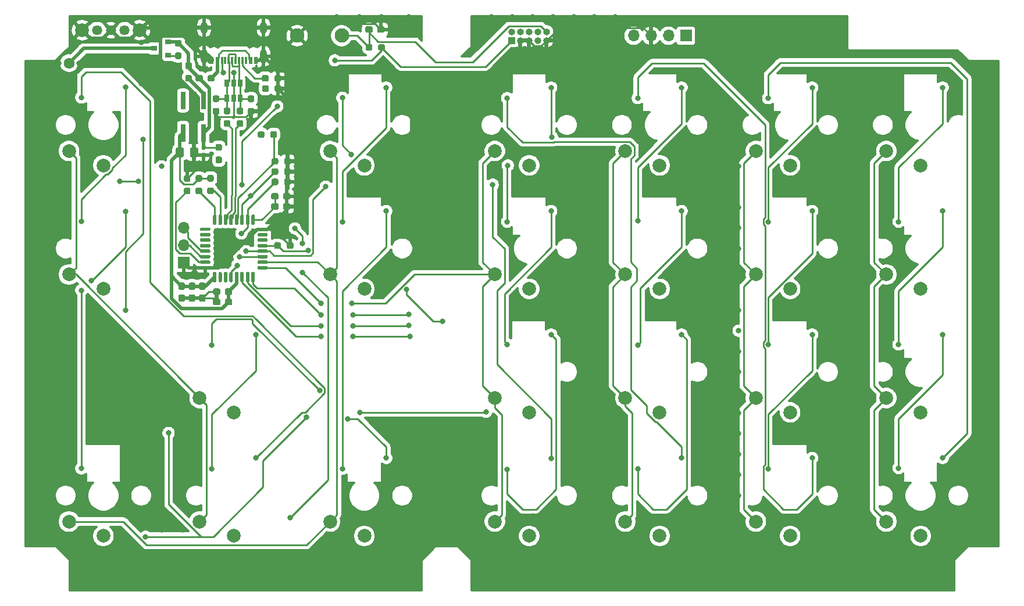
<source format=gtl>
G04 #@! TF.GenerationSoftware,KiCad,Pcbnew,(5.1.10)-1*
G04 #@! TF.CreationDate,2021-08-19T21:12:26+09:00*
G04 #@! TF.ProjectId,cnc-controller,636e632d-636f-46e7-9472-6f6c6c65722e,rev?*
G04 #@! TF.SameCoordinates,Original*
G04 #@! TF.FileFunction,Copper,L1,Top*
G04 #@! TF.FilePolarity,Positive*
%FSLAX46Y46*%
G04 Gerber Fmt 4.6, Leading zero omitted, Abs format (unit mm)*
G04 Created by KiCad (PCBNEW (5.1.10)-1) date 2021-08-19 21:12:26*
%MOMM*%
%LPD*%
G01*
G04 APERTURE LIST*
G04 #@! TA.AperFunction,ComponentPad*
%ADD10C,2.000000*%
G04 #@! TD*
G04 #@! TA.AperFunction,SMDPad,CuDef*
%ADD11R,0.650000X1.060000*%
G04 #@! TD*
G04 #@! TA.AperFunction,ComponentPad*
%ADD12C,1.462000*%
G04 #@! TD*
G04 #@! TA.AperFunction,ComponentPad*
%ADD13O,1.000000X2.100000*%
G04 #@! TD*
G04 #@! TA.AperFunction,ComponentPad*
%ADD14O,1.000000X1.800000*%
G04 #@! TD*
G04 #@! TA.AperFunction,SMDPad,CuDef*
%ADD15R,0.300000X1.140000*%
G04 #@! TD*
G04 #@! TA.AperFunction,SMDPad,CuDef*
%ADD16R,0.600000X1.140000*%
G04 #@! TD*
G04 #@! TA.AperFunction,ComponentPad*
%ADD17R,1.000000X1.000000*%
G04 #@! TD*
G04 #@! TA.AperFunction,ComponentPad*
%ADD18O,1.000000X1.000000*%
G04 #@! TD*
G04 #@! TA.AperFunction,ComponentPad*
%ADD19R,1.700000X1.700000*%
G04 #@! TD*
G04 #@! TA.AperFunction,ComponentPad*
%ADD20O,1.700000X1.700000*%
G04 #@! TD*
G04 #@! TA.AperFunction,SMDPad,CuDef*
%ADD21R,0.900000X0.800000*%
G04 #@! TD*
G04 #@! TA.AperFunction,ComponentPad*
%ADD22C,2.100000*%
G04 #@! TD*
G04 #@! TA.AperFunction,SMDPad,CuDef*
%ADD23R,0.700000X2.500000*%
G04 #@! TD*
G04 #@! TA.AperFunction,SMDPad,CuDef*
%ADD24C,0.100000*%
G04 #@! TD*
G04 #@! TA.AperFunction,ViaPad*
%ADD25C,0.800000*%
G04 #@! TD*
G04 #@! TA.AperFunction,ViaPad*
%ADD26C,1.600000*%
G04 #@! TD*
G04 #@! TA.AperFunction,Conductor*
%ADD27C,0.500000*%
G04 #@! TD*
G04 #@! TA.AperFunction,Conductor*
%ADD28C,0.250000*%
G04 #@! TD*
G04 #@! TA.AperFunction,Conductor*
%ADD29C,1.000000*%
G04 #@! TD*
G04 #@! TA.AperFunction,Conductor*
%ADD30C,0.300000*%
G04 #@! TD*
G04 #@! TA.AperFunction,Conductor*
%ADD31C,0.100000*%
G04 #@! TD*
G04 APERTURE END LIST*
D10*
X24500000Y-29900000D03*
X19500000Y-27800000D03*
X143500000Y-47900000D03*
X138500000Y-45800000D03*
X105500000Y-83900000D03*
X100500000Y-81800000D03*
X86500000Y-47900000D03*
X81500000Y-45800000D03*
G04 #@! TA.AperFunction,SMDPad,CuDef*
G36*
G01*
X40825000Y-46925000D02*
X40575000Y-46925000D01*
G75*
G02*
X40450000Y-46800000I0J125000D01*
G01*
X40450000Y-45550000D01*
G75*
G02*
X40575000Y-45425000I125000J0D01*
G01*
X40825000Y-45425000D01*
G75*
G02*
X40950000Y-45550000I0J-125000D01*
G01*
X40950000Y-46800000D01*
G75*
G02*
X40825000Y-46925000I-125000J0D01*
G01*
G37*
G04 #@! TD.AperFunction*
G04 #@! TA.AperFunction,SMDPad,CuDef*
G36*
G01*
X41625000Y-46925000D02*
X41375000Y-46925000D01*
G75*
G02*
X41250000Y-46800000I0J125000D01*
G01*
X41250000Y-45550000D01*
G75*
G02*
X41375000Y-45425000I125000J0D01*
G01*
X41625000Y-45425000D01*
G75*
G02*
X41750000Y-45550000I0J-125000D01*
G01*
X41750000Y-46800000D01*
G75*
G02*
X41625000Y-46925000I-125000J0D01*
G01*
G37*
G04 #@! TD.AperFunction*
G04 #@! TA.AperFunction,SMDPad,CuDef*
G36*
G01*
X42425000Y-46925000D02*
X42175000Y-46925000D01*
G75*
G02*
X42050000Y-46800000I0J125000D01*
G01*
X42050000Y-45550000D01*
G75*
G02*
X42175000Y-45425000I125000J0D01*
G01*
X42425000Y-45425000D01*
G75*
G02*
X42550000Y-45550000I0J-125000D01*
G01*
X42550000Y-46800000D01*
G75*
G02*
X42425000Y-46925000I-125000J0D01*
G01*
G37*
G04 #@! TD.AperFunction*
G04 #@! TA.AperFunction,SMDPad,CuDef*
G36*
G01*
X43225000Y-46925000D02*
X42975000Y-46925000D01*
G75*
G02*
X42850000Y-46800000I0J125000D01*
G01*
X42850000Y-45550000D01*
G75*
G02*
X42975000Y-45425000I125000J0D01*
G01*
X43225000Y-45425000D01*
G75*
G02*
X43350000Y-45550000I0J-125000D01*
G01*
X43350000Y-46800000D01*
G75*
G02*
X43225000Y-46925000I-125000J0D01*
G01*
G37*
G04 #@! TD.AperFunction*
G04 #@! TA.AperFunction,SMDPad,CuDef*
G36*
G01*
X44025000Y-46925000D02*
X43775000Y-46925000D01*
G75*
G02*
X43650000Y-46800000I0J125000D01*
G01*
X43650000Y-45550000D01*
G75*
G02*
X43775000Y-45425000I125000J0D01*
G01*
X44025000Y-45425000D01*
G75*
G02*
X44150000Y-45550000I0J-125000D01*
G01*
X44150000Y-46800000D01*
G75*
G02*
X44025000Y-46925000I-125000J0D01*
G01*
G37*
G04 #@! TD.AperFunction*
G04 #@! TA.AperFunction,SMDPad,CuDef*
G36*
G01*
X44825000Y-46925000D02*
X44575000Y-46925000D01*
G75*
G02*
X44450000Y-46800000I0J125000D01*
G01*
X44450000Y-45550000D01*
G75*
G02*
X44575000Y-45425000I125000J0D01*
G01*
X44825000Y-45425000D01*
G75*
G02*
X44950000Y-45550000I0J-125000D01*
G01*
X44950000Y-46800000D01*
G75*
G02*
X44825000Y-46925000I-125000J0D01*
G01*
G37*
G04 #@! TD.AperFunction*
G04 #@! TA.AperFunction,SMDPad,CuDef*
G36*
G01*
X45625000Y-46925000D02*
X45375000Y-46925000D01*
G75*
G02*
X45250000Y-46800000I0J125000D01*
G01*
X45250000Y-45550000D01*
G75*
G02*
X45375000Y-45425000I125000J0D01*
G01*
X45625000Y-45425000D01*
G75*
G02*
X45750000Y-45550000I0J-125000D01*
G01*
X45750000Y-46800000D01*
G75*
G02*
X45625000Y-46925000I-125000J0D01*
G01*
G37*
G04 #@! TD.AperFunction*
G04 #@! TA.AperFunction,SMDPad,CuDef*
G36*
G01*
X46425000Y-46925000D02*
X46175000Y-46925000D01*
G75*
G02*
X46050000Y-46800000I0J125000D01*
G01*
X46050000Y-45550000D01*
G75*
G02*
X46175000Y-45425000I125000J0D01*
G01*
X46425000Y-45425000D01*
G75*
G02*
X46550000Y-45550000I0J-125000D01*
G01*
X46550000Y-46800000D01*
G75*
G02*
X46425000Y-46925000I-125000J0D01*
G01*
G37*
G04 #@! TD.AperFunction*
G04 #@! TA.AperFunction,SMDPad,CuDef*
G36*
G01*
X48300000Y-45050000D02*
X47050000Y-45050000D01*
G75*
G02*
X46925000Y-44925000I0J125000D01*
G01*
X46925000Y-44675000D01*
G75*
G02*
X47050000Y-44550000I125000J0D01*
G01*
X48300000Y-44550000D01*
G75*
G02*
X48425000Y-44675000I0J-125000D01*
G01*
X48425000Y-44925000D01*
G75*
G02*
X48300000Y-45050000I-125000J0D01*
G01*
G37*
G04 #@! TD.AperFunction*
G04 #@! TA.AperFunction,SMDPad,CuDef*
G36*
G01*
X48300000Y-44250000D02*
X47050000Y-44250000D01*
G75*
G02*
X46925000Y-44125000I0J125000D01*
G01*
X46925000Y-43875000D01*
G75*
G02*
X47050000Y-43750000I125000J0D01*
G01*
X48300000Y-43750000D01*
G75*
G02*
X48425000Y-43875000I0J-125000D01*
G01*
X48425000Y-44125000D01*
G75*
G02*
X48300000Y-44250000I-125000J0D01*
G01*
G37*
G04 #@! TD.AperFunction*
G04 #@! TA.AperFunction,SMDPad,CuDef*
G36*
G01*
X48300000Y-43450000D02*
X47050000Y-43450000D01*
G75*
G02*
X46925000Y-43325000I0J125000D01*
G01*
X46925000Y-43075000D01*
G75*
G02*
X47050000Y-42950000I125000J0D01*
G01*
X48300000Y-42950000D01*
G75*
G02*
X48425000Y-43075000I0J-125000D01*
G01*
X48425000Y-43325000D01*
G75*
G02*
X48300000Y-43450000I-125000J0D01*
G01*
G37*
G04 #@! TD.AperFunction*
G04 #@! TA.AperFunction,SMDPad,CuDef*
G36*
G01*
X48300000Y-42650000D02*
X47050000Y-42650000D01*
G75*
G02*
X46925000Y-42525000I0J125000D01*
G01*
X46925000Y-42275000D01*
G75*
G02*
X47050000Y-42150000I125000J0D01*
G01*
X48300000Y-42150000D01*
G75*
G02*
X48425000Y-42275000I0J-125000D01*
G01*
X48425000Y-42525000D01*
G75*
G02*
X48300000Y-42650000I-125000J0D01*
G01*
G37*
G04 #@! TD.AperFunction*
G04 #@! TA.AperFunction,SMDPad,CuDef*
G36*
G01*
X48300000Y-41850000D02*
X47050000Y-41850000D01*
G75*
G02*
X46925000Y-41725000I0J125000D01*
G01*
X46925000Y-41475000D01*
G75*
G02*
X47050000Y-41350000I125000J0D01*
G01*
X48300000Y-41350000D01*
G75*
G02*
X48425000Y-41475000I0J-125000D01*
G01*
X48425000Y-41725000D01*
G75*
G02*
X48300000Y-41850000I-125000J0D01*
G01*
G37*
G04 #@! TD.AperFunction*
G04 #@! TA.AperFunction,SMDPad,CuDef*
G36*
G01*
X48300000Y-41050000D02*
X47050000Y-41050000D01*
G75*
G02*
X46925000Y-40925000I0J125000D01*
G01*
X46925000Y-40675000D01*
G75*
G02*
X47050000Y-40550000I125000J0D01*
G01*
X48300000Y-40550000D01*
G75*
G02*
X48425000Y-40675000I0J-125000D01*
G01*
X48425000Y-40925000D01*
G75*
G02*
X48300000Y-41050000I-125000J0D01*
G01*
G37*
G04 #@! TD.AperFunction*
G04 #@! TA.AperFunction,SMDPad,CuDef*
G36*
G01*
X48300000Y-40250000D02*
X47050000Y-40250000D01*
G75*
G02*
X46925000Y-40125000I0J125000D01*
G01*
X46925000Y-39875000D01*
G75*
G02*
X47050000Y-39750000I125000J0D01*
G01*
X48300000Y-39750000D01*
G75*
G02*
X48425000Y-39875000I0J-125000D01*
G01*
X48425000Y-40125000D01*
G75*
G02*
X48300000Y-40250000I-125000J0D01*
G01*
G37*
G04 #@! TD.AperFunction*
G04 #@! TA.AperFunction,SMDPad,CuDef*
G36*
G01*
X48300000Y-39450000D02*
X47050000Y-39450000D01*
G75*
G02*
X46925000Y-39325000I0J125000D01*
G01*
X46925000Y-39075000D01*
G75*
G02*
X47050000Y-38950000I125000J0D01*
G01*
X48300000Y-38950000D01*
G75*
G02*
X48425000Y-39075000I0J-125000D01*
G01*
X48425000Y-39325000D01*
G75*
G02*
X48300000Y-39450000I-125000J0D01*
G01*
G37*
G04 #@! TD.AperFunction*
G04 #@! TA.AperFunction,SMDPad,CuDef*
G36*
G01*
X46425000Y-38575000D02*
X46175000Y-38575000D01*
G75*
G02*
X46050000Y-38450000I0J125000D01*
G01*
X46050000Y-37200000D01*
G75*
G02*
X46175000Y-37075000I125000J0D01*
G01*
X46425000Y-37075000D01*
G75*
G02*
X46550000Y-37200000I0J-125000D01*
G01*
X46550000Y-38450000D01*
G75*
G02*
X46425000Y-38575000I-125000J0D01*
G01*
G37*
G04 #@! TD.AperFunction*
G04 #@! TA.AperFunction,SMDPad,CuDef*
G36*
G01*
X45625000Y-38575000D02*
X45375000Y-38575000D01*
G75*
G02*
X45250000Y-38450000I0J125000D01*
G01*
X45250000Y-37200000D01*
G75*
G02*
X45375000Y-37075000I125000J0D01*
G01*
X45625000Y-37075000D01*
G75*
G02*
X45750000Y-37200000I0J-125000D01*
G01*
X45750000Y-38450000D01*
G75*
G02*
X45625000Y-38575000I-125000J0D01*
G01*
G37*
G04 #@! TD.AperFunction*
G04 #@! TA.AperFunction,SMDPad,CuDef*
G36*
G01*
X44825000Y-38575000D02*
X44575000Y-38575000D01*
G75*
G02*
X44450000Y-38450000I0J125000D01*
G01*
X44450000Y-37200000D01*
G75*
G02*
X44575000Y-37075000I125000J0D01*
G01*
X44825000Y-37075000D01*
G75*
G02*
X44950000Y-37200000I0J-125000D01*
G01*
X44950000Y-38450000D01*
G75*
G02*
X44825000Y-38575000I-125000J0D01*
G01*
G37*
G04 #@! TD.AperFunction*
G04 #@! TA.AperFunction,SMDPad,CuDef*
G36*
G01*
X44025000Y-38575000D02*
X43775000Y-38575000D01*
G75*
G02*
X43650000Y-38450000I0J125000D01*
G01*
X43650000Y-37200000D01*
G75*
G02*
X43775000Y-37075000I125000J0D01*
G01*
X44025000Y-37075000D01*
G75*
G02*
X44150000Y-37200000I0J-125000D01*
G01*
X44150000Y-38450000D01*
G75*
G02*
X44025000Y-38575000I-125000J0D01*
G01*
G37*
G04 #@! TD.AperFunction*
G04 #@! TA.AperFunction,SMDPad,CuDef*
G36*
G01*
X43225000Y-38575000D02*
X42975000Y-38575000D01*
G75*
G02*
X42850000Y-38450000I0J125000D01*
G01*
X42850000Y-37200000D01*
G75*
G02*
X42975000Y-37075000I125000J0D01*
G01*
X43225000Y-37075000D01*
G75*
G02*
X43350000Y-37200000I0J-125000D01*
G01*
X43350000Y-38450000D01*
G75*
G02*
X43225000Y-38575000I-125000J0D01*
G01*
G37*
G04 #@! TD.AperFunction*
G04 #@! TA.AperFunction,SMDPad,CuDef*
G36*
G01*
X42425000Y-38575000D02*
X42175000Y-38575000D01*
G75*
G02*
X42050000Y-38450000I0J125000D01*
G01*
X42050000Y-37200000D01*
G75*
G02*
X42175000Y-37075000I125000J0D01*
G01*
X42425000Y-37075000D01*
G75*
G02*
X42550000Y-37200000I0J-125000D01*
G01*
X42550000Y-38450000D01*
G75*
G02*
X42425000Y-38575000I-125000J0D01*
G01*
G37*
G04 #@! TD.AperFunction*
G04 #@! TA.AperFunction,SMDPad,CuDef*
G36*
G01*
X41625000Y-38575000D02*
X41375000Y-38575000D01*
G75*
G02*
X41250000Y-38450000I0J125000D01*
G01*
X41250000Y-37200000D01*
G75*
G02*
X41375000Y-37075000I125000J0D01*
G01*
X41625000Y-37075000D01*
G75*
G02*
X41750000Y-37200000I0J-125000D01*
G01*
X41750000Y-38450000D01*
G75*
G02*
X41625000Y-38575000I-125000J0D01*
G01*
G37*
G04 #@! TD.AperFunction*
G04 #@! TA.AperFunction,SMDPad,CuDef*
G36*
G01*
X40825000Y-38575000D02*
X40575000Y-38575000D01*
G75*
G02*
X40450000Y-38450000I0J125000D01*
G01*
X40450000Y-37200000D01*
G75*
G02*
X40575000Y-37075000I125000J0D01*
G01*
X40825000Y-37075000D01*
G75*
G02*
X40950000Y-37200000I0J-125000D01*
G01*
X40950000Y-38450000D01*
G75*
G02*
X40825000Y-38575000I-125000J0D01*
G01*
G37*
G04 #@! TD.AperFunction*
G04 #@! TA.AperFunction,SMDPad,CuDef*
G36*
G01*
X39950000Y-39450000D02*
X38700000Y-39450000D01*
G75*
G02*
X38575000Y-39325000I0J125000D01*
G01*
X38575000Y-39075000D01*
G75*
G02*
X38700000Y-38950000I125000J0D01*
G01*
X39950000Y-38950000D01*
G75*
G02*
X40075000Y-39075000I0J-125000D01*
G01*
X40075000Y-39325000D01*
G75*
G02*
X39950000Y-39450000I-125000J0D01*
G01*
G37*
G04 #@! TD.AperFunction*
G04 #@! TA.AperFunction,SMDPad,CuDef*
G36*
G01*
X39950000Y-40250000D02*
X38700000Y-40250000D01*
G75*
G02*
X38575000Y-40125000I0J125000D01*
G01*
X38575000Y-39875000D01*
G75*
G02*
X38700000Y-39750000I125000J0D01*
G01*
X39950000Y-39750000D01*
G75*
G02*
X40075000Y-39875000I0J-125000D01*
G01*
X40075000Y-40125000D01*
G75*
G02*
X39950000Y-40250000I-125000J0D01*
G01*
G37*
G04 #@! TD.AperFunction*
G04 #@! TA.AperFunction,SMDPad,CuDef*
G36*
G01*
X39950000Y-41050000D02*
X38700000Y-41050000D01*
G75*
G02*
X38575000Y-40925000I0J125000D01*
G01*
X38575000Y-40675000D01*
G75*
G02*
X38700000Y-40550000I125000J0D01*
G01*
X39950000Y-40550000D01*
G75*
G02*
X40075000Y-40675000I0J-125000D01*
G01*
X40075000Y-40925000D01*
G75*
G02*
X39950000Y-41050000I-125000J0D01*
G01*
G37*
G04 #@! TD.AperFunction*
G04 #@! TA.AperFunction,SMDPad,CuDef*
G36*
G01*
X39950000Y-41850000D02*
X38700000Y-41850000D01*
G75*
G02*
X38575000Y-41725000I0J125000D01*
G01*
X38575000Y-41475000D01*
G75*
G02*
X38700000Y-41350000I125000J0D01*
G01*
X39950000Y-41350000D01*
G75*
G02*
X40075000Y-41475000I0J-125000D01*
G01*
X40075000Y-41725000D01*
G75*
G02*
X39950000Y-41850000I-125000J0D01*
G01*
G37*
G04 #@! TD.AperFunction*
G04 #@! TA.AperFunction,SMDPad,CuDef*
G36*
G01*
X39950000Y-42650000D02*
X38700000Y-42650000D01*
G75*
G02*
X38575000Y-42525000I0J125000D01*
G01*
X38575000Y-42275000D01*
G75*
G02*
X38700000Y-42150000I125000J0D01*
G01*
X39950000Y-42150000D01*
G75*
G02*
X40075000Y-42275000I0J-125000D01*
G01*
X40075000Y-42525000D01*
G75*
G02*
X39950000Y-42650000I-125000J0D01*
G01*
G37*
G04 #@! TD.AperFunction*
G04 #@! TA.AperFunction,SMDPad,CuDef*
G36*
G01*
X39950000Y-43450000D02*
X38700000Y-43450000D01*
G75*
G02*
X38575000Y-43325000I0J125000D01*
G01*
X38575000Y-43075000D01*
G75*
G02*
X38700000Y-42950000I125000J0D01*
G01*
X39950000Y-42950000D01*
G75*
G02*
X40075000Y-43075000I0J-125000D01*
G01*
X40075000Y-43325000D01*
G75*
G02*
X39950000Y-43450000I-125000J0D01*
G01*
G37*
G04 #@! TD.AperFunction*
G04 #@! TA.AperFunction,SMDPad,CuDef*
G36*
G01*
X39950000Y-44250000D02*
X38700000Y-44250000D01*
G75*
G02*
X38575000Y-44125000I0J125000D01*
G01*
X38575000Y-43875000D01*
G75*
G02*
X38700000Y-43750000I125000J0D01*
G01*
X39950000Y-43750000D01*
G75*
G02*
X40075000Y-43875000I0J-125000D01*
G01*
X40075000Y-44125000D01*
G75*
G02*
X39950000Y-44250000I-125000J0D01*
G01*
G37*
G04 #@! TD.AperFunction*
G04 #@! TA.AperFunction,SMDPad,CuDef*
G36*
G01*
X39950000Y-45050000D02*
X38700000Y-45050000D01*
G75*
G02*
X38575000Y-44925000I0J125000D01*
G01*
X38575000Y-44675000D01*
G75*
G02*
X38700000Y-44550000I125000J0D01*
G01*
X39950000Y-44550000D01*
G75*
G02*
X40075000Y-44675000I0J-125000D01*
G01*
X40075000Y-44925000D01*
G75*
G02*
X39950000Y-45050000I-125000J0D01*
G01*
G37*
G04 #@! TD.AperFunction*
D11*
X43450000Y-17900000D03*
X42500000Y-17900000D03*
X44400000Y-17900000D03*
X44400000Y-20100000D03*
X43450000Y-20100000D03*
X42500000Y-20100000D03*
D10*
X24500000Y-47900000D03*
X19500000Y-45800000D03*
X24500000Y-83900000D03*
X19500000Y-81800000D03*
X43500000Y-65900000D03*
X38500000Y-63800000D03*
X43500000Y-83900000D03*
X38500000Y-81800000D03*
X62500000Y-29900000D03*
X57500000Y-27800000D03*
X62500000Y-47900000D03*
X57500000Y-45800000D03*
X62500000Y-83900000D03*
X57500000Y-81800000D03*
X86500000Y-29900000D03*
X81500000Y-27800000D03*
X86500000Y-65900000D03*
X81500000Y-63800000D03*
X86500000Y-83900000D03*
X81500000Y-81800000D03*
X105500000Y-29900000D03*
X100500000Y-27800000D03*
X105500000Y-47900000D03*
X100500000Y-45800000D03*
X105500000Y-65900000D03*
X100500000Y-63800000D03*
X124500000Y-29900000D03*
X119500000Y-27800000D03*
X124500000Y-47900000D03*
X119500000Y-45800000D03*
X124500000Y-65900000D03*
X119500000Y-63800000D03*
X124500000Y-83900000D03*
X119500000Y-81800000D03*
X143500000Y-29900000D03*
X138500000Y-27800000D03*
X143500000Y-65900000D03*
X138500000Y-63800000D03*
X143500000Y-83900000D03*
X138500000Y-81800000D03*
D12*
X27600000Y-10200000D03*
X25600000Y-10200000D03*
X23600000Y-10200000D03*
D10*
X29800000Y-10200000D03*
X21400000Y-10200000D03*
G04 #@! TA.AperFunction,SMDPad,CuDef*
G36*
G01*
X38945000Y-26897500D02*
X39255000Y-26897500D01*
G75*
G02*
X39410000Y-27052500I0J-155000D01*
G01*
X39410000Y-27477500D01*
G75*
G02*
X39255000Y-27632500I-155000J0D01*
G01*
X38945000Y-27632500D01*
G75*
G02*
X38790000Y-27477500I0J155000D01*
G01*
X38790000Y-27052500D01*
G75*
G02*
X38945000Y-26897500I155000J0D01*
G01*
G37*
G04 #@! TD.AperFunction*
G04 #@! TA.AperFunction,SMDPad,CuDef*
G36*
G01*
X38945000Y-28032500D02*
X39255000Y-28032500D01*
G75*
G02*
X39410000Y-28187500I0J-155000D01*
G01*
X39410000Y-28612500D01*
G75*
G02*
X39255000Y-28767500I-155000J0D01*
G01*
X38945000Y-28767500D01*
G75*
G02*
X38790000Y-28612500I0J155000D01*
G01*
X38790000Y-28187500D01*
G75*
G02*
X38945000Y-28032500I155000J0D01*
G01*
G37*
G04 #@! TD.AperFunction*
G04 #@! TA.AperFunction,SMDPad,CuDef*
G36*
G01*
X35037500Y-28475000D02*
X35037500Y-27525000D01*
G75*
G02*
X35287500Y-27275000I250000J0D01*
G01*
X35962500Y-27275000D01*
G75*
G02*
X36212500Y-27525000I0J-250000D01*
G01*
X36212500Y-28475000D01*
G75*
G02*
X35962500Y-28725000I-250000J0D01*
G01*
X35287500Y-28725000D01*
G75*
G02*
X35037500Y-28475000I0J250000D01*
G01*
G37*
G04 #@! TD.AperFunction*
G04 #@! TA.AperFunction,SMDPad,CuDef*
G36*
G01*
X37112500Y-28475000D02*
X37112500Y-27525000D01*
G75*
G02*
X37362500Y-27275000I250000J0D01*
G01*
X38037500Y-27275000D01*
G75*
G02*
X38287500Y-27525000I0J-250000D01*
G01*
X38287500Y-28475000D01*
G75*
G02*
X38037500Y-28725000I-250000J0D01*
G01*
X37362500Y-28725000D01*
G75*
G02*
X37112500Y-28475000I0J250000D01*
G01*
G37*
G04 #@! TD.AperFunction*
G04 #@! TA.AperFunction,SMDPad,CuDef*
G36*
G01*
X41537500Y-49562500D02*
X41537500Y-50037500D01*
G75*
G02*
X41300000Y-50275000I-237500J0D01*
G01*
X40700000Y-50275000D01*
G75*
G02*
X40462500Y-50037500I0J237500D01*
G01*
X40462500Y-49562500D01*
G75*
G02*
X40700000Y-49325000I237500J0D01*
G01*
X41300000Y-49325000D01*
G75*
G02*
X41537500Y-49562500I0J-237500D01*
G01*
G37*
G04 #@! TD.AperFunction*
G04 #@! TA.AperFunction,SMDPad,CuDef*
G36*
G01*
X43262500Y-49562500D02*
X43262500Y-50037500D01*
G75*
G02*
X43025000Y-50275000I-237500J0D01*
G01*
X42425000Y-50275000D01*
G75*
G02*
X42187500Y-50037500I0J237500D01*
G01*
X42187500Y-49562500D01*
G75*
G02*
X42425000Y-49325000I237500J0D01*
G01*
X43025000Y-49325000D01*
G75*
G02*
X43262500Y-49562500I0J-237500D01*
G01*
G37*
G04 #@! TD.AperFunction*
G04 #@! TA.AperFunction,SMDPad,CuDef*
G36*
G01*
X35662500Y-46962500D02*
X36137500Y-46962500D01*
G75*
G02*
X36375000Y-47200000I0J-237500D01*
G01*
X36375000Y-47800000D01*
G75*
G02*
X36137500Y-48037500I-237500J0D01*
G01*
X35662500Y-48037500D01*
G75*
G02*
X35425000Y-47800000I0J237500D01*
G01*
X35425000Y-47200000D01*
G75*
G02*
X35662500Y-46962500I237500J0D01*
G01*
G37*
G04 #@! TD.AperFunction*
G04 #@! TA.AperFunction,SMDPad,CuDef*
G36*
G01*
X35662500Y-48687500D02*
X36137500Y-48687500D01*
G75*
G02*
X36375000Y-48925000I0J-237500D01*
G01*
X36375000Y-49525000D01*
G75*
G02*
X36137500Y-49762500I-237500J0D01*
G01*
X35662500Y-49762500D01*
G75*
G02*
X35425000Y-49525000I0J237500D01*
G01*
X35425000Y-48925000D01*
G75*
G02*
X35662500Y-48687500I237500J0D01*
G01*
G37*
G04 #@! TD.AperFunction*
G04 #@! TA.AperFunction,SMDPad,CuDef*
G36*
G01*
X62637500Y-10337500D02*
X62637500Y-9862500D01*
G75*
G02*
X62875000Y-9625000I237500J0D01*
G01*
X63475000Y-9625000D01*
G75*
G02*
X63712500Y-9862500I0J-237500D01*
G01*
X63712500Y-10337500D01*
G75*
G02*
X63475000Y-10575000I-237500J0D01*
G01*
X62875000Y-10575000D01*
G75*
G02*
X62637500Y-10337500I0J237500D01*
G01*
G37*
G04 #@! TD.AperFunction*
G04 #@! TA.AperFunction,SMDPad,CuDef*
G36*
G01*
X64362500Y-10337500D02*
X64362500Y-9862500D01*
G75*
G02*
X64600000Y-9625000I237500J0D01*
G01*
X65200000Y-9625000D01*
G75*
G02*
X65437500Y-9862500I0J-237500D01*
G01*
X65437500Y-10337500D01*
G75*
G02*
X65200000Y-10575000I-237500J0D01*
G01*
X64600000Y-10575000D01*
G75*
G02*
X64362500Y-10337500I0J237500D01*
G01*
G37*
G04 #@! TD.AperFunction*
G04 #@! TA.AperFunction,SMDPad,CuDef*
G36*
G01*
X41537500Y-48062500D02*
X41537500Y-48537500D01*
G75*
G02*
X41300000Y-48775000I-237500J0D01*
G01*
X40700000Y-48775000D01*
G75*
G02*
X40462500Y-48537500I0J237500D01*
G01*
X40462500Y-48062500D01*
G75*
G02*
X40700000Y-47825000I237500J0D01*
G01*
X41300000Y-47825000D01*
G75*
G02*
X41537500Y-48062500I0J-237500D01*
G01*
G37*
G04 #@! TD.AperFunction*
G04 #@! TA.AperFunction,SMDPad,CuDef*
G36*
G01*
X43262500Y-48062500D02*
X43262500Y-48537500D01*
G75*
G02*
X43025000Y-48775000I-237500J0D01*
G01*
X42425000Y-48775000D01*
G75*
G02*
X42187500Y-48537500I0J237500D01*
G01*
X42187500Y-48062500D01*
G75*
G02*
X42425000Y-47825000I237500J0D01*
G01*
X43025000Y-47825000D01*
G75*
G02*
X43262500Y-48062500I0J-237500D01*
G01*
G37*
G04 #@! TD.AperFunction*
G04 #@! TA.AperFunction,SMDPad,CuDef*
G36*
G01*
X37162500Y-48687500D02*
X37637500Y-48687500D01*
G75*
G02*
X37875000Y-48925000I0J-237500D01*
G01*
X37875000Y-49525000D01*
G75*
G02*
X37637500Y-49762500I-237500J0D01*
G01*
X37162500Y-49762500D01*
G75*
G02*
X36925000Y-49525000I0J237500D01*
G01*
X36925000Y-48925000D01*
G75*
G02*
X37162500Y-48687500I237500J0D01*
G01*
G37*
G04 #@! TD.AperFunction*
G04 #@! TA.AperFunction,SMDPad,CuDef*
G36*
G01*
X37162500Y-46962500D02*
X37637500Y-46962500D01*
G75*
G02*
X37875000Y-47200000I0J-237500D01*
G01*
X37875000Y-47800000D01*
G75*
G02*
X37637500Y-48037500I-237500J0D01*
G01*
X37162500Y-48037500D01*
G75*
G02*
X36925000Y-47800000I0J237500D01*
G01*
X36925000Y-47200000D01*
G75*
G02*
X37162500Y-46962500I237500J0D01*
G01*
G37*
G04 #@! TD.AperFunction*
G04 #@! TA.AperFunction,SMDPad,CuDef*
G36*
G01*
X38662500Y-46962500D02*
X39137500Y-46962500D01*
G75*
G02*
X39375000Y-47200000I0J-237500D01*
G01*
X39375000Y-47800000D01*
G75*
G02*
X39137500Y-48037500I-237500J0D01*
G01*
X38662500Y-48037500D01*
G75*
G02*
X38425000Y-47800000I0J237500D01*
G01*
X38425000Y-47200000D01*
G75*
G02*
X38662500Y-46962500I237500J0D01*
G01*
G37*
G04 #@! TD.AperFunction*
G04 #@! TA.AperFunction,SMDPad,CuDef*
G36*
G01*
X38662500Y-48687500D02*
X39137500Y-48687500D01*
G75*
G02*
X39375000Y-48925000I0J-237500D01*
G01*
X39375000Y-49525000D01*
G75*
G02*
X39137500Y-49762500I-237500J0D01*
G01*
X38662500Y-49762500D01*
G75*
G02*
X38425000Y-49525000I0J237500D01*
G01*
X38425000Y-48925000D01*
G75*
G02*
X38662500Y-48687500I237500J0D01*
G01*
G37*
G04 #@! TD.AperFunction*
G04 #@! TA.AperFunction,SMDPad,CuDef*
G36*
G01*
X48937500Y-34637500D02*
X48937500Y-34162500D01*
G75*
G02*
X49175000Y-33925000I237500J0D01*
G01*
X49775000Y-33925000D01*
G75*
G02*
X50012500Y-34162500I0J-237500D01*
G01*
X50012500Y-34637500D01*
G75*
G02*
X49775000Y-34875000I-237500J0D01*
G01*
X49175000Y-34875000D01*
G75*
G02*
X48937500Y-34637500I0J237500D01*
G01*
G37*
G04 #@! TD.AperFunction*
G04 #@! TA.AperFunction,SMDPad,CuDef*
G36*
G01*
X50662500Y-34637500D02*
X50662500Y-34162500D01*
G75*
G02*
X50900000Y-33925000I237500J0D01*
G01*
X51500000Y-33925000D01*
G75*
G02*
X51737500Y-34162500I0J-237500D01*
G01*
X51737500Y-34637500D01*
G75*
G02*
X51500000Y-34875000I-237500J0D01*
G01*
X50900000Y-34875000D01*
G75*
G02*
X50662500Y-34637500I0J237500D01*
G01*
G37*
G04 #@! TD.AperFunction*
G04 #@! TA.AperFunction,SMDPad,CuDef*
G36*
G01*
X50662500Y-36137500D02*
X50662500Y-35662500D01*
G75*
G02*
X50900000Y-35425000I237500J0D01*
G01*
X51500000Y-35425000D01*
G75*
G02*
X51737500Y-35662500I0J-237500D01*
G01*
X51737500Y-36137500D01*
G75*
G02*
X51500000Y-36375000I-237500J0D01*
G01*
X50900000Y-36375000D01*
G75*
G02*
X50662500Y-36137500I0J237500D01*
G01*
G37*
G04 #@! TD.AperFunction*
G04 #@! TA.AperFunction,SMDPad,CuDef*
G36*
G01*
X48937500Y-36137500D02*
X48937500Y-35662500D01*
G75*
G02*
X49175000Y-35425000I237500J0D01*
G01*
X49775000Y-35425000D01*
G75*
G02*
X50012500Y-35662500I0J-237500D01*
G01*
X50012500Y-36137500D01*
G75*
G02*
X49775000Y-36375000I-237500J0D01*
G01*
X49175000Y-36375000D01*
G75*
G02*
X48937500Y-36137500I0J237500D01*
G01*
G37*
G04 #@! TD.AperFunction*
G04 #@! TA.AperFunction,SMDPad,CuDef*
G36*
G01*
X37925000Y-17437500D02*
X37925000Y-16962500D01*
G75*
G02*
X38162500Y-16725000I237500J0D01*
G01*
X38737500Y-16725000D01*
G75*
G02*
X38975000Y-16962500I0J-237500D01*
G01*
X38975000Y-17437500D01*
G75*
G02*
X38737500Y-17675000I-237500J0D01*
G01*
X38162500Y-17675000D01*
G75*
G02*
X37925000Y-17437500I0J237500D01*
G01*
G37*
G04 #@! TD.AperFunction*
G04 #@! TA.AperFunction,SMDPad,CuDef*
G36*
G01*
X39675000Y-17437500D02*
X39675000Y-16962500D01*
G75*
G02*
X39912500Y-16725000I237500J0D01*
G01*
X40487500Y-16725000D01*
G75*
G02*
X40725000Y-16962500I0J-237500D01*
G01*
X40725000Y-17437500D01*
G75*
G02*
X40487500Y-17675000I-237500J0D01*
G01*
X39912500Y-17675000D01*
G75*
G02*
X39675000Y-17437500I0J237500D01*
G01*
G37*
G04 #@! TD.AperFunction*
D13*
X47820000Y-14000000D03*
X39180000Y-14000000D03*
D14*
X47820000Y-9820000D03*
X39180000Y-9820000D03*
D15*
X43750000Y-14570000D03*
X44250000Y-14570000D03*
X44750000Y-14570000D03*
X45250000Y-14570000D03*
X43250000Y-14570000D03*
X42750000Y-14570000D03*
X42250000Y-14570000D03*
X41750000Y-14570000D03*
D16*
X45900000Y-14570000D03*
X46700000Y-14570000D03*
X41100000Y-14570000D03*
X40300000Y-14570000D03*
D17*
X83920000Y-11700000D03*
D18*
X83920000Y-10430000D03*
X85190000Y-11700000D03*
X85190000Y-10430000D03*
X86460000Y-11700000D03*
X86460000Y-10430000D03*
X87730000Y-11700000D03*
X87730000Y-10430000D03*
X89000000Y-11700000D03*
X89000000Y-10430000D03*
D19*
X36200000Y-44100000D03*
D20*
X36200000Y-41560000D03*
X36200000Y-39020000D03*
D19*
X109320000Y-11000000D03*
D20*
X106780000Y-11000000D03*
X104240000Y-11000000D03*
X101700000Y-11000000D03*
D21*
X33900000Y-13800000D03*
X33900000Y-11900000D03*
X31900000Y-12850000D03*
G04 #@! TA.AperFunction,SMDPad,CuDef*
G36*
G01*
X35162500Y-11612500D02*
X35637500Y-11612500D01*
G75*
G02*
X35875000Y-11850000I0J-237500D01*
G01*
X35875000Y-12350000D01*
G75*
G02*
X35637500Y-12587500I-237500J0D01*
G01*
X35162500Y-12587500D01*
G75*
G02*
X34925000Y-12350000I0J237500D01*
G01*
X34925000Y-11850000D01*
G75*
G02*
X35162500Y-11612500I237500J0D01*
G01*
G37*
G04 #@! TD.AperFunction*
G04 #@! TA.AperFunction,SMDPad,CuDef*
G36*
G01*
X35162500Y-13437500D02*
X35637500Y-13437500D01*
G75*
G02*
X35875000Y-13675000I0J-237500D01*
G01*
X35875000Y-14175000D01*
G75*
G02*
X35637500Y-14412500I-237500J0D01*
G01*
X35162500Y-14412500D01*
G75*
G02*
X34925000Y-14175000I0J237500D01*
G01*
X34925000Y-13675000D01*
G75*
G02*
X35162500Y-13437500I237500J0D01*
G01*
G37*
G04 #@! TD.AperFunction*
G04 #@! TA.AperFunction,SMDPad,CuDef*
G36*
G01*
X36662500Y-16712500D02*
X37137500Y-16712500D01*
G75*
G02*
X37375000Y-16950000I0J-237500D01*
G01*
X37375000Y-17450000D01*
G75*
G02*
X37137500Y-17687500I-237500J0D01*
G01*
X36662500Y-17687500D01*
G75*
G02*
X36425000Y-17450000I0J237500D01*
G01*
X36425000Y-16950000D01*
G75*
G02*
X36662500Y-16712500I237500J0D01*
G01*
G37*
G04 #@! TD.AperFunction*
G04 #@! TA.AperFunction,SMDPad,CuDef*
G36*
G01*
X36662500Y-14887500D02*
X37137500Y-14887500D01*
G75*
G02*
X37375000Y-15125000I0J-237500D01*
G01*
X37375000Y-15625000D01*
G75*
G02*
X37137500Y-15862500I-237500J0D01*
G01*
X36662500Y-15862500D01*
G75*
G02*
X36425000Y-15625000I0J237500D01*
G01*
X36425000Y-15125000D01*
G75*
G02*
X36662500Y-14887500I237500J0D01*
G01*
G37*
G04 #@! TD.AperFunction*
G04 #@! TA.AperFunction,SMDPad,CuDef*
G36*
G01*
X39862500Y-33112500D02*
X40337500Y-33112500D01*
G75*
G02*
X40575000Y-33350000I0J-237500D01*
G01*
X40575000Y-33850000D01*
G75*
G02*
X40337500Y-34087500I-237500J0D01*
G01*
X39862500Y-34087500D01*
G75*
G02*
X39625000Y-33850000I0J237500D01*
G01*
X39625000Y-33350000D01*
G75*
G02*
X39862500Y-33112500I237500J0D01*
G01*
G37*
G04 #@! TD.AperFunction*
G04 #@! TA.AperFunction,SMDPad,CuDef*
G36*
G01*
X39862500Y-31287500D02*
X40337500Y-31287500D01*
G75*
G02*
X40575000Y-31525000I0J-237500D01*
G01*
X40575000Y-32025000D01*
G75*
G02*
X40337500Y-32262500I-237500J0D01*
G01*
X39862500Y-32262500D01*
G75*
G02*
X39625000Y-32025000I0J237500D01*
G01*
X39625000Y-31525000D01*
G75*
G02*
X39862500Y-31287500I237500J0D01*
G01*
G37*
G04 #@! TD.AperFunction*
G04 #@! TA.AperFunction,SMDPad,CuDef*
G36*
G01*
X38162500Y-31300000D02*
X38637500Y-31300000D01*
G75*
G02*
X38875000Y-31537500I0J-237500D01*
G01*
X38875000Y-32037500D01*
G75*
G02*
X38637500Y-32275000I-237500J0D01*
G01*
X38162500Y-32275000D01*
G75*
G02*
X37925000Y-32037500I0J237500D01*
G01*
X37925000Y-31537500D01*
G75*
G02*
X38162500Y-31300000I237500J0D01*
G01*
G37*
G04 #@! TD.AperFunction*
G04 #@! TA.AperFunction,SMDPad,CuDef*
G36*
G01*
X38162500Y-33125000D02*
X38637500Y-33125000D01*
G75*
G02*
X38875000Y-33362500I0J-237500D01*
G01*
X38875000Y-33862500D01*
G75*
G02*
X38637500Y-34100000I-237500J0D01*
G01*
X38162500Y-34100000D01*
G75*
G02*
X37925000Y-33862500I0J237500D01*
G01*
X37925000Y-33362500D01*
G75*
G02*
X38162500Y-33125000I237500J0D01*
G01*
G37*
G04 #@! TD.AperFunction*
G04 #@! TA.AperFunction,SMDPad,CuDef*
G36*
G01*
X63662500Y-12462500D02*
X63662500Y-12937500D01*
G75*
G02*
X63425000Y-13175000I-237500J0D01*
G01*
X62925000Y-13175000D01*
G75*
G02*
X62687500Y-12937500I0J237500D01*
G01*
X62687500Y-12462500D01*
G75*
G02*
X62925000Y-12225000I237500J0D01*
G01*
X63425000Y-12225000D01*
G75*
G02*
X63662500Y-12462500I0J-237500D01*
G01*
G37*
G04 #@! TD.AperFunction*
G04 #@! TA.AperFunction,SMDPad,CuDef*
G36*
G01*
X65487500Y-12462500D02*
X65487500Y-12937500D01*
G75*
G02*
X65250000Y-13175000I-237500J0D01*
G01*
X64750000Y-13175000D01*
G75*
G02*
X64512500Y-12937500I0J237500D01*
G01*
X64512500Y-12462500D01*
G75*
G02*
X64750000Y-12225000I237500J0D01*
G01*
X65250000Y-12225000D01*
G75*
G02*
X65487500Y-12462500I0J-237500D01*
G01*
G37*
G04 #@! TD.AperFunction*
G04 #@! TA.AperFunction,SMDPad,CuDef*
G36*
G01*
X48562500Y-16962500D02*
X48562500Y-17437500D01*
G75*
G02*
X48325000Y-17675000I-237500J0D01*
G01*
X47825000Y-17675000D01*
G75*
G02*
X47587500Y-17437500I0J237500D01*
G01*
X47587500Y-16962500D01*
G75*
G02*
X47825000Y-16725000I237500J0D01*
G01*
X48325000Y-16725000D01*
G75*
G02*
X48562500Y-16962500I0J-237500D01*
G01*
G37*
G04 #@! TD.AperFunction*
G04 #@! TA.AperFunction,SMDPad,CuDef*
G36*
G01*
X50387500Y-16962500D02*
X50387500Y-17437500D01*
G75*
G02*
X50150000Y-17675000I-237500J0D01*
G01*
X49650000Y-17675000D01*
G75*
G02*
X49412500Y-17437500I0J237500D01*
G01*
X49412500Y-16962500D01*
G75*
G02*
X49650000Y-16725000I237500J0D01*
G01*
X50150000Y-16725000D01*
G75*
G02*
X50387500Y-16962500I0J-237500D01*
G01*
G37*
G04 #@! TD.AperFunction*
G04 #@! TA.AperFunction,SMDPad,CuDef*
G36*
G01*
X47600000Y-18937500D02*
X47600000Y-18462500D01*
G75*
G02*
X47837500Y-18225000I237500J0D01*
G01*
X48337500Y-18225000D01*
G75*
G02*
X48575000Y-18462500I0J-237500D01*
G01*
X48575000Y-18937500D01*
G75*
G02*
X48337500Y-19175000I-237500J0D01*
G01*
X47837500Y-19175000D01*
G75*
G02*
X47600000Y-18937500I0J237500D01*
G01*
G37*
G04 #@! TD.AperFunction*
G04 #@! TA.AperFunction,SMDPad,CuDef*
G36*
G01*
X49425000Y-18937500D02*
X49425000Y-18462500D01*
G75*
G02*
X49662500Y-18225000I237500J0D01*
G01*
X50162500Y-18225000D01*
G75*
G02*
X50400000Y-18462500I0J-237500D01*
G01*
X50400000Y-18937500D01*
G75*
G02*
X50162500Y-19175000I-237500J0D01*
G01*
X49662500Y-19175000D01*
G75*
G02*
X49425000Y-18937500I0J237500D01*
G01*
G37*
G04 #@! TD.AperFunction*
G04 #@! TA.AperFunction,SMDPad,CuDef*
G36*
G01*
X44637500Y-24287500D02*
X44162500Y-24287500D01*
G75*
G02*
X43925000Y-24050000I0J237500D01*
G01*
X43925000Y-23550000D01*
G75*
G02*
X44162500Y-23312500I237500J0D01*
G01*
X44637500Y-23312500D01*
G75*
G02*
X44875000Y-23550000I0J-237500D01*
G01*
X44875000Y-24050000D01*
G75*
G02*
X44637500Y-24287500I-237500J0D01*
G01*
G37*
G04 #@! TD.AperFunction*
G04 #@! TA.AperFunction,SMDPad,CuDef*
G36*
G01*
X44637500Y-22462500D02*
X44162500Y-22462500D01*
G75*
G02*
X43925000Y-22225000I0J237500D01*
G01*
X43925000Y-21725000D01*
G75*
G02*
X44162500Y-21487500I237500J0D01*
G01*
X44637500Y-21487500D01*
G75*
G02*
X44875000Y-21725000I0J-237500D01*
G01*
X44875000Y-22225000D01*
G75*
G02*
X44637500Y-22462500I-237500J0D01*
G01*
G37*
G04 #@! TD.AperFunction*
G04 #@! TA.AperFunction,SMDPad,CuDef*
G36*
G01*
X42262500Y-21487500D02*
X42737500Y-21487500D01*
G75*
G02*
X42975000Y-21725000I0J-237500D01*
G01*
X42975000Y-22225000D01*
G75*
G02*
X42737500Y-22462500I-237500J0D01*
G01*
X42262500Y-22462500D01*
G75*
G02*
X42025000Y-22225000I0J237500D01*
G01*
X42025000Y-21725000D01*
G75*
G02*
X42262500Y-21487500I237500J0D01*
G01*
G37*
G04 #@! TD.AperFunction*
G04 #@! TA.AperFunction,SMDPad,CuDef*
G36*
G01*
X42262500Y-23312500D02*
X42737500Y-23312500D01*
G75*
G02*
X42975000Y-23550000I0J-237500D01*
G01*
X42975000Y-24050000D01*
G75*
G02*
X42737500Y-24287500I-237500J0D01*
G01*
X42262500Y-24287500D01*
G75*
G02*
X42025000Y-24050000I0J237500D01*
G01*
X42025000Y-23550000D01*
G75*
G02*
X42262500Y-23312500I237500J0D01*
G01*
G37*
G04 #@! TD.AperFunction*
G04 #@! TA.AperFunction,SMDPad,CuDef*
G36*
G01*
X46237500Y-20675000D02*
X45762500Y-20675000D01*
G75*
G02*
X45525000Y-20437500I0J237500D01*
G01*
X45525000Y-19937500D01*
G75*
G02*
X45762500Y-19700000I237500J0D01*
G01*
X46237500Y-19700000D01*
G75*
G02*
X46475000Y-19937500I0J-237500D01*
G01*
X46475000Y-20437500D01*
G75*
G02*
X46237500Y-20675000I-237500J0D01*
G01*
G37*
G04 #@! TD.AperFunction*
G04 #@! TA.AperFunction,SMDPad,CuDef*
G36*
G01*
X46237500Y-22500000D02*
X45762500Y-22500000D01*
G75*
G02*
X45525000Y-22262500I0J237500D01*
G01*
X45525000Y-21762500D01*
G75*
G02*
X45762500Y-21525000I237500J0D01*
G01*
X46237500Y-21525000D01*
G75*
G02*
X46475000Y-21762500I0J-237500D01*
G01*
X46475000Y-22262500D01*
G75*
G02*
X46237500Y-22500000I-237500J0D01*
G01*
G37*
G04 #@! TD.AperFunction*
G04 #@! TA.AperFunction,SMDPad,CuDef*
G36*
G01*
X41137500Y-20662500D02*
X40662500Y-20662500D01*
G75*
G02*
X40425000Y-20425000I0J237500D01*
G01*
X40425000Y-19925000D01*
G75*
G02*
X40662500Y-19687500I237500J0D01*
G01*
X41137500Y-19687500D01*
G75*
G02*
X41375000Y-19925000I0J-237500D01*
G01*
X41375000Y-20425000D01*
G75*
G02*
X41137500Y-20662500I-237500J0D01*
G01*
G37*
G04 #@! TD.AperFunction*
G04 #@! TA.AperFunction,SMDPad,CuDef*
G36*
G01*
X41137500Y-22487500D02*
X40662500Y-22487500D01*
G75*
G02*
X40425000Y-22250000I0J237500D01*
G01*
X40425000Y-21750000D01*
G75*
G02*
X40662500Y-21512500I237500J0D01*
G01*
X41137500Y-21512500D01*
G75*
G02*
X41375000Y-21750000I0J-237500D01*
G01*
X41375000Y-22250000D01*
G75*
G02*
X41137500Y-22487500I-237500J0D01*
G01*
G37*
G04 #@! TD.AperFunction*
G04 #@! TA.AperFunction,SMDPad,CuDef*
G36*
G01*
X36937500Y-34112500D02*
X36462500Y-34112500D01*
G75*
G02*
X36225000Y-33875000I0J237500D01*
G01*
X36225000Y-33375000D01*
G75*
G02*
X36462500Y-33137500I237500J0D01*
G01*
X36937500Y-33137500D01*
G75*
G02*
X37175000Y-33375000I0J-237500D01*
G01*
X37175000Y-33875000D01*
G75*
G02*
X36937500Y-34112500I-237500J0D01*
G01*
G37*
G04 #@! TD.AperFunction*
G04 #@! TA.AperFunction,SMDPad,CuDef*
G36*
G01*
X36937500Y-32287500D02*
X36462500Y-32287500D01*
G75*
G02*
X36225000Y-32050000I0J237500D01*
G01*
X36225000Y-31550000D01*
G75*
G02*
X36462500Y-31312500I237500J0D01*
G01*
X36937500Y-31312500D01*
G75*
G02*
X37175000Y-31550000I0J-237500D01*
G01*
X37175000Y-32050000D01*
G75*
G02*
X36937500Y-32287500I-237500J0D01*
G01*
G37*
G04 #@! TD.AperFunction*
G04 #@! TA.AperFunction,SMDPad,CuDef*
G36*
G01*
X50812500Y-29537500D02*
X50812500Y-29062500D01*
G75*
G02*
X51050000Y-28825000I237500J0D01*
G01*
X51550000Y-28825000D01*
G75*
G02*
X51787500Y-29062500I0J-237500D01*
G01*
X51787500Y-29537500D01*
G75*
G02*
X51550000Y-29775000I-237500J0D01*
G01*
X51050000Y-29775000D01*
G75*
G02*
X50812500Y-29537500I0J237500D01*
G01*
G37*
G04 #@! TD.AperFunction*
G04 #@! TA.AperFunction,SMDPad,CuDef*
G36*
G01*
X48987500Y-29537500D02*
X48987500Y-29062500D01*
G75*
G02*
X49225000Y-28825000I237500J0D01*
G01*
X49725000Y-28825000D01*
G75*
G02*
X49962500Y-29062500I0J-237500D01*
G01*
X49962500Y-29537500D01*
G75*
G02*
X49725000Y-29775000I-237500J0D01*
G01*
X49225000Y-29775000D01*
G75*
G02*
X48987500Y-29537500I0J237500D01*
G01*
G37*
G04 #@! TD.AperFunction*
G04 #@! TA.AperFunction,SMDPad,CuDef*
G36*
G01*
X48987500Y-31037500D02*
X48987500Y-30562500D01*
G75*
G02*
X49225000Y-30325000I237500J0D01*
G01*
X49725000Y-30325000D01*
G75*
G02*
X49962500Y-30562500I0J-237500D01*
G01*
X49962500Y-31037500D01*
G75*
G02*
X49725000Y-31275000I-237500J0D01*
G01*
X49225000Y-31275000D01*
G75*
G02*
X48987500Y-31037500I0J237500D01*
G01*
G37*
G04 #@! TD.AperFunction*
G04 #@! TA.AperFunction,SMDPad,CuDef*
G36*
G01*
X50812500Y-31037500D02*
X50812500Y-30562500D01*
G75*
G02*
X51050000Y-30325000I237500J0D01*
G01*
X51550000Y-30325000D01*
G75*
G02*
X51787500Y-30562500I0J-237500D01*
G01*
X51787500Y-31037500D01*
G75*
G02*
X51550000Y-31275000I-237500J0D01*
G01*
X51050000Y-31275000D01*
G75*
G02*
X50812500Y-31037500I0J237500D01*
G01*
G37*
G04 #@! TD.AperFunction*
G04 #@! TA.AperFunction,SMDPad,CuDef*
G36*
G01*
X50812500Y-32537500D02*
X50812500Y-32062500D01*
G75*
G02*
X51050000Y-31825000I237500J0D01*
G01*
X51550000Y-31825000D01*
G75*
G02*
X51787500Y-32062500I0J-237500D01*
G01*
X51787500Y-32537500D01*
G75*
G02*
X51550000Y-32775000I-237500J0D01*
G01*
X51050000Y-32775000D01*
G75*
G02*
X50812500Y-32537500I0J237500D01*
G01*
G37*
G04 #@! TD.AperFunction*
G04 #@! TA.AperFunction,SMDPad,CuDef*
G36*
G01*
X48987500Y-32537500D02*
X48987500Y-32062500D01*
G75*
G02*
X49225000Y-31825000I237500J0D01*
G01*
X49725000Y-31825000D01*
G75*
G02*
X49962500Y-32062500I0J-237500D01*
G01*
X49962500Y-32537500D01*
G75*
G02*
X49725000Y-32775000I-237500J0D01*
G01*
X49225000Y-32775000D01*
G75*
G02*
X48987500Y-32537500I0J237500D01*
G01*
G37*
G04 #@! TD.AperFunction*
G04 #@! TA.AperFunction,SMDPad,CuDef*
G36*
G01*
X49387500Y-41837500D02*
X49387500Y-41362500D01*
G75*
G02*
X49625000Y-41125000I237500J0D01*
G01*
X50125000Y-41125000D01*
G75*
G02*
X50362500Y-41362500I0J-237500D01*
G01*
X50362500Y-41837500D01*
G75*
G02*
X50125000Y-42075000I-237500J0D01*
G01*
X49625000Y-42075000D01*
G75*
G02*
X49387500Y-41837500I0J237500D01*
G01*
G37*
G04 #@! TD.AperFunction*
G04 #@! TA.AperFunction,SMDPad,CuDef*
G36*
G01*
X51212500Y-41837500D02*
X51212500Y-41362500D01*
G75*
G02*
X51450000Y-41125000I237500J0D01*
G01*
X51950000Y-41125000D01*
G75*
G02*
X52187500Y-41362500I0J-237500D01*
G01*
X52187500Y-41837500D01*
G75*
G02*
X51950000Y-42075000I-237500J0D01*
G01*
X51450000Y-42075000D01*
G75*
G02*
X51212500Y-41837500I0J237500D01*
G01*
G37*
G04 #@! TD.AperFunction*
G04 #@! TA.AperFunction,SMDPad,CuDef*
G36*
G01*
X41062500Y-26787500D02*
X41537500Y-26787500D01*
G75*
G02*
X41775000Y-27025000I0J-237500D01*
G01*
X41775000Y-27525000D01*
G75*
G02*
X41537500Y-27762500I-237500J0D01*
G01*
X41062500Y-27762500D01*
G75*
G02*
X40825000Y-27525000I0J237500D01*
G01*
X40825000Y-27025000D01*
G75*
G02*
X41062500Y-26787500I237500J0D01*
G01*
G37*
G04 #@! TD.AperFunction*
G04 #@! TA.AperFunction,SMDPad,CuDef*
G36*
G01*
X41062500Y-28612500D02*
X41537500Y-28612500D01*
G75*
G02*
X41775000Y-28850000I0J-237500D01*
G01*
X41775000Y-29350000D01*
G75*
G02*
X41537500Y-29587500I-237500J0D01*
G01*
X41062500Y-29587500D01*
G75*
G02*
X40825000Y-29350000I0J237500D01*
G01*
X40825000Y-28850000D01*
G75*
G02*
X41062500Y-28612500I237500J0D01*
G01*
G37*
G04 #@! TD.AperFunction*
G04 #@! TA.AperFunction,SMDPad,CuDef*
G36*
G01*
X48812500Y-25637500D02*
X48812500Y-25162500D01*
G75*
G02*
X49050000Y-24925000I237500J0D01*
G01*
X49550000Y-24925000D01*
G75*
G02*
X49787500Y-25162500I0J-237500D01*
G01*
X49787500Y-25637500D01*
G75*
G02*
X49550000Y-25875000I-237500J0D01*
G01*
X49050000Y-25875000D01*
G75*
G02*
X48812500Y-25637500I0J237500D01*
G01*
G37*
G04 #@! TD.AperFunction*
G04 #@! TA.AperFunction,SMDPad,CuDef*
G36*
G01*
X46987500Y-25637500D02*
X46987500Y-25162500D01*
G75*
G02*
X47225000Y-24925000I237500J0D01*
G01*
X47725000Y-24925000D01*
G75*
G02*
X47962500Y-25162500I0J-237500D01*
G01*
X47962500Y-25637500D01*
G75*
G02*
X47725000Y-25875000I-237500J0D01*
G01*
X47225000Y-25875000D01*
G75*
G02*
X46987500Y-25637500I0J237500D01*
G01*
G37*
G04 #@! TD.AperFunction*
D22*
X52700000Y-11000000D03*
X59200000Y-11000000D03*
D23*
X39100000Y-25150000D03*
X36100000Y-25150000D03*
X39100000Y-20450000D03*
X36100000Y-20450000D03*
G04 #@! TA.AperFunction,SMDPad,CuDef*
D24*
G36*
X38100000Y-23700000D02*
G01*
X38100000Y-26400000D01*
X37100000Y-26400000D01*
X37100000Y-23700000D01*
X36600000Y-23200000D01*
X36600000Y-22400000D01*
X37100000Y-21900000D01*
X37100000Y-19200000D01*
X38100000Y-19200000D01*
X38100000Y-21900000D01*
X38600000Y-22400000D01*
X38600000Y-23200000D01*
X38100000Y-23700000D01*
G37*
G04 #@! TD.AperFunction*
D25*
X117000000Y-54000000D03*
X43500000Y-16400000D03*
X38900000Y-49225000D03*
D26*
X68400000Y-20100000D03*
X68225000Y-39275000D03*
X92950000Y-38050000D03*
X93150000Y-56050000D03*
X92950000Y-74050000D03*
D25*
X15000000Y-84000000D03*
X15000000Y-81000000D03*
X15000000Y-78000000D03*
X15000000Y-75000000D03*
X15000000Y-72000000D03*
X15000000Y-69000000D03*
X15000000Y-66000000D03*
X15000000Y-63000000D03*
X15000000Y-60000000D03*
X15000000Y-57000000D03*
X15000000Y-54000000D03*
X15000000Y-51000000D03*
X15000000Y-48000000D03*
X15000000Y-45000000D03*
X15000000Y-42000000D03*
X15000000Y-39000000D03*
X15000000Y-36000000D03*
X15000000Y-33000000D03*
X15000000Y-30000000D03*
X15000000Y-27000000D03*
X15000000Y-24000000D03*
X15000000Y-21000000D03*
X15000000Y-18000000D03*
X21000000Y-87000000D03*
X24000000Y-87000000D03*
X27000000Y-87000000D03*
X30000000Y-87000000D03*
X33000000Y-87000000D03*
X36000000Y-87000000D03*
X39000000Y-87000000D03*
X42000000Y-87000000D03*
X45000000Y-87000000D03*
X48000000Y-87000000D03*
X51000000Y-87000000D03*
X54000000Y-87000000D03*
X57000000Y-87000000D03*
X60000000Y-87000000D03*
X63000000Y-87000000D03*
X66000000Y-87000000D03*
X69000000Y-87000000D03*
X81000000Y-87000000D03*
X84000000Y-87000000D03*
X87000000Y-87000000D03*
X90000000Y-87000000D03*
X93000000Y-87000000D03*
X96000000Y-87000000D03*
X99000000Y-87000000D03*
X102000000Y-87000000D03*
X105000000Y-87000000D03*
X108000000Y-87000000D03*
X111000000Y-87000000D03*
X114000000Y-87000000D03*
X117000000Y-87000000D03*
X120000000Y-87000000D03*
X123000000Y-87000000D03*
X126000000Y-87000000D03*
X129000000Y-87000000D03*
X132000000Y-87000000D03*
X135000000Y-87000000D03*
X138000000Y-87000000D03*
X141000000Y-87000000D03*
X144000000Y-87000000D03*
X147000000Y-87000000D03*
X153000000Y-84000000D03*
X153000000Y-81000000D03*
X153000000Y-78000000D03*
X153000000Y-75000000D03*
X153000000Y-72000000D03*
X153000000Y-69000000D03*
X153000000Y-66000000D03*
X153000000Y-63000000D03*
X153000000Y-60000000D03*
X153000000Y-57000000D03*
X153000000Y-54000000D03*
X153000000Y-51000000D03*
X153000000Y-48000000D03*
X153000000Y-45000000D03*
X153000000Y-42000000D03*
X153000000Y-39000000D03*
X153000000Y-36000000D03*
X153000000Y-33000000D03*
X153000000Y-30000000D03*
X153000000Y-27000000D03*
X153000000Y-24000000D03*
X153000000Y-21000000D03*
X153000000Y-18000000D03*
X132000000Y-9000000D03*
X132000000Y-12000000D03*
X129000000Y-9000000D03*
X129000000Y-12000000D03*
X126000000Y-9000000D03*
X126000000Y-12000000D03*
X123000000Y-9000000D03*
X123000000Y-12000000D03*
X120000000Y-9000000D03*
X120000000Y-12000000D03*
X117000000Y-12000000D03*
X117000000Y-9000000D03*
X114000000Y-9000000D03*
X114000000Y-12000000D03*
X102000000Y-15000000D03*
X99000000Y-15000000D03*
X96000000Y-15000000D03*
X93000000Y-15000000D03*
X90000000Y-15000000D03*
X87000000Y-15000000D03*
X84000000Y-15000000D03*
X69000000Y-18000000D03*
X75000000Y-21000000D03*
X72000000Y-21000000D03*
X75000000Y-24000000D03*
X72000000Y-24000000D03*
X75000000Y-27000000D03*
X69400001Y-26599999D03*
X72000000Y-27000000D03*
X75000000Y-30000000D03*
X72000000Y-30000000D03*
X21000000Y-12000000D03*
X30000000Y-12000000D03*
X30000000Y-15000000D03*
X27000000Y-15000000D03*
X24000000Y-15000000D03*
X21000000Y-15000000D03*
X18000000Y-15000000D03*
X33000000Y-18000000D03*
X30000000Y-18000000D03*
X33000000Y-21000000D03*
X33000000Y-24000000D03*
X33000000Y-27000000D03*
X22200000Y-27300000D03*
X21158999Y-23841001D03*
X24000000Y-51000000D03*
X24000000Y-54000000D03*
X24000000Y-57000000D03*
X24000000Y-60000000D03*
X24000000Y-69000000D03*
X24000000Y-66000000D03*
X24000000Y-63000000D03*
X30000000Y-57000000D03*
X30000000Y-60000000D03*
X33000000Y-60000000D03*
X33000000Y-63000000D03*
X30000000Y-63000000D03*
X30000000Y-66000000D03*
X33000000Y-66000000D03*
X30000000Y-69000000D03*
X33000000Y-72000000D03*
X30000000Y-72000000D03*
X30000000Y-75000000D03*
X33000000Y-75000000D03*
X33000000Y-81000000D03*
X30000000Y-81000000D03*
X27341001Y-78341001D03*
X21158999Y-77841001D03*
X18000000Y-84000000D03*
X21000000Y-84000000D03*
X36000000Y-78000000D03*
X38000000Y-66000000D03*
X38000000Y-69000000D03*
X35000000Y-72000000D03*
X35000000Y-66000000D03*
X35000000Y-63000000D03*
X38158999Y-75841001D03*
X36000000Y-83000000D03*
X33000000Y-83000000D03*
X57000000Y-84000000D03*
X60000000Y-84000000D03*
X60000000Y-81000000D03*
X64400000Y-80200000D03*
X66000000Y-81000000D03*
X69000000Y-81000000D03*
X65700000Y-77982002D03*
X72000000Y-81000000D03*
X72000000Y-84000000D03*
X75000000Y-84000000D03*
X78000000Y-84000000D03*
X78000000Y-81000000D03*
X75000000Y-81000000D03*
X72000000Y-78000000D03*
X75000000Y-78000000D03*
X78000000Y-78000000D03*
X78000000Y-75000000D03*
X75000000Y-75000000D03*
X72000000Y-75000000D03*
X69000000Y-75000000D03*
X69000000Y-72000000D03*
X72000000Y-72000000D03*
X75000000Y-72000000D03*
X78000000Y-72000000D03*
X78000000Y-68000000D03*
X81000000Y-68000000D03*
X75000000Y-68000000D03*
X72000000Y-68000000D03*
X69000000Y-68000000D03*
X66000000Y-68000000D03*
X64000000Y-67000000D03*
X81000000Y-84000000D03*
X84000000Y-84000000D03*
X84000000Y-81000000D03*
X87000000Y-81000000D03*
X90000000Y-81000000D03*
X93000000Y-81000000D03*
X96000000Y-81000000D03*
X96000000Y-84000000D03*
X99000000Y-84000000D03*
X102000000Y-84000000D03*
X72000000Y-36000000D03*
X75000000Y-36000000D03*
X75000000Y-39000000D03*
X72000000Y-39000000D03*
X72000000Y-42000000D03*
X75000000Y-42000000D03*
X56000000Y-26000000D03*
X56000000Y-22000000D03*
X56000000Y-30000000D03*
X58000000Y-21000000D03*
X58000000Y-26000000D03*
X61000000Y-32000000D03*
X64000000Y-32000000D03*
X67000000Y-32000000D03*
X78000000Y-21000000D03*
X78000000Y-24000000D03*
X78000000Y-27000000D03*
X78000000Y-30000000D03*
X81000000Y-22000000D03*
X80000000Y-26000000D03*
X83000000Y-26000000D03*
X84000000Y-28000000D03*
X81000000Y-30000000D03*
X93000000Y-18000000D03*
X93000000Y-21000000D03*
X96000000Y-18000000D03*
X96000000Y-21000000D03*
X99000000Y-22000000D03*
X98000000Y-19000000D03*
X96000000Y-24000000D03*
X101400001Y-21650001D03*
X102000000Y-25000000D03*
X103000000Y-23000000D03*
X103000000Y-28000000D03*
X90000000Y-28000000D03*
X93000000Y-28000000D03*
X96000000Y-28000000D03*
X96000000Y-30000000D03*
X91000000Y-30000000D03*
X96000000Y-33000000D03*
X93000000Y-33000000D03*
X90000000Y-33000000D03*
X87000000Y-33000000D03*
X84500000Y-33000000D03*
X93000000Y-36000000D03*
X96000000Y-36000000D03*
X96000000Y-39000000D03*
X96000000Y-42000000D03*
X96000000Y-45000000D03*
X93000000Y-45000000D03*
X90000000Y-45000000D03*
X90000000Y-43000000D03*
X93749999Y-43250001D03*
X92000000Y-40000000D03*
X92000000Y-51000000D03*
X96000000Y-51000000D03*
X93000000Y-50000000D03*
X96000000Y-54000000D03*
X93000000Y-54000000D03*
X96000000Y-57000000D03*
X96000000Y-60000000D03*
X96000000Y-63000000D03*
X96000000Y-66000000D03*
X93000000Y-63000000D03*
X99000000Y-66000000D03*
X96000000Y-78000000D03*
X96000000Y-75000000D03*
X96000000Y-72000000D03*
X93000000Y-72000000D03*
X99000000Y-75000000D03*
X102900000Y-80400000D03*
X108000000Y-81000000D03*
X111000000Y-81000000D03*
X114000000Y-81000000D03*
X114000000Y-84000000D03*
X117000000Y-84000000D03*
X117000000Y-81000000D03*
X114000000Y-78000000D03*
X117000000Y-78000000D03*
X117000000Y-75000000D03*
X114000000Y-75000000D03*
X111000000Y-75000000D03*
X111000000Y-72000000D03*
X114000000Y-72000000D03*
X117000000Y-72000000D03*
X117000000Y-69000000D03*
X114000000Y-69000000D03*
X111000000Y-69000000D03*
X114000000Y-66000000D03*
X117000000Y-66000000D03*
X117000000Y-63000000D03*
X114000000Y-63000000D03*
X111000000Y-63000000D03*
X114000000Y-60000000D03*
X117000000Y-60000000D03*
X117000000Y-57000000D03*
X114000000Y-57000000D03*
X111000000Y-54000000D03*
X114000000Y-54000000D03*
X117000000Y-51000000D03*
X114000000Y-51000000D03*
X111000000Y-57000000D03*
X111000000Y-51000000D03*
X108000000Y-51000000D03*
X105000000Y-51000000D03*
X108000000Y-45000000D03*
X111000000Y-45000000D03*
X114000000Y-45000000D03*
X117000000Y-45000000D03*
X117000000Y-42000000D03*
X114000000Y-42000000D03*
X117000000Y-39000000D03*
X114000000Y-39000000D03*
X111000000Y-39000000D03*
X111000000Y-36000000D03*
X114000000Y-36000000D03*
X117000000Y-36000000D03*
X117000000Y-30000000D03*
X114000000Y-30000000D03*
X114000000Y-27000000D03*
X111000000Y-27000000D03*
X108000000Y-27000000D03*
X117000000Y-27000000D03*
X117000000Y-24000000D03*
X114000000Y-24000000D03*
X114000000Y-21000000D03*
X111000000Y-21000000D03*
X111000000Y-18000000D03*
X132000000Y-18000000D03*
X135000000Y-18000000D03*
X132000000Y-21000000D03*
X135000000Y-21000000D03*
X135000000Y-24000000D03*
X132000000Y-24000000D03*
X130000000Y-22000000D03*
X135000000Y-27000000D03*
X132000000Y-27000000D03*
X129000000Y-27000000D03*
X122200000Y-26200000D03*
X132000000Y-30000000D03*
X135000000Y-30000000D03*
X137850000Y-21150000D03*
X140658999Y-24341001D03*
X141000000Y-27000000D03*
X138000000Y-33000000D03*
X135000000Y-36000000D03*
X132000000Y-36000000D03*
X130000000Y-39000000D03*
X132000000Y-39000000D03*
X135000000Y-39000000D03*
X135000000Y-42000000D03*
X132000000Y-42000000D03*
X129000000Y-45000000D03*
X132000000Y-45000000D03*
X135000000Y-45000000D03*
X135000000Y-48000000D03*
X129000000Y-48000000D03*
X123000000Y-51000000D03*
X126000000Y-51000000D03*
X129000000Y-51000000D03*
X132000000Y-51000000D03*
X135000000Y-51000000D03*
X135000000Y-54000000D03*
X132000000Y-54000000D03*
X130000000Y-57000000D03*
X132000000Y-57000000D03*
X135000000Y-57000000D03*
X135000000Y-60000000D03*
X132000000Y-60000000D03*
X135000000Y-63000000D03*
X132000000Y-63000000D03*
X129000000Y-63000000D03*
X126000000Y-63000000D03*
X129000000Y-66000000D03*
X132000000Y-66000000D03*
X135000000Y-66000000D03*
X135000000Y-72000000D03*
X132000000Y-72000000D03*
X129000000Y-75000000D03*
X132000000Y-75000000D03*
X135000000Y-75000000D03*
X135000000Y-78000000D03*
X132000000Y-78000000D03*
X135000000Y-81000000D03*
X132000000Y-81000000D03*
X129000000Y-81000000D03*
X127100000Y-81000000D03*
X121700000Y-81000000D03*
X120000000Y-84000000D03*
X135000000Y-84000000D03*
X132000000Y-84000000D03*
X138000000Y-84000000D03*
X141000000Y-84000000D03*
X141000000Y-81000000D03*
X145400000Y-80100000D03*
X147000000Y-81000000D03*
X150000000Y-81000000D03*
X150000000Y-75000000D03*
X146700000Y-75300000D03*
X150000000Y-72000000D03*
X138000000Y-69000000D03*
X141000000Y-63000000D03*
X140658999Y-60341001D03*
X137850000Y-57150000D03*
X138000000Y-51000000D03*
X141000000Y-45000000D03*
X140658999Y-42341001D03*
X149000000Y-21000000D03*
X149000000Y-18000000D03*
X138000000Y-17000000D03*
X141000000Y-16000000D03*
X144000000Y-16000000D03*
X147000000Y-16000000D03*
X102000000Y-9000000D03*
X105000000Y-9000000D03*
X110000000Y-9000000D03*
X114000000Y-14000000D03*
X117000000Y-14000000D03*
X120000000Y-14000000D03*
X107000000Y-13000000D03*
X110000000Y-13000000D03*
X50000000Y-9000000D03*
X49910000Y-11910000D03*
X49920000Y-16100000D03*
X52000000Y-13000000D03*
X55000000Y-10000000D03*
X22000000Y-32000000D03*
X58500000Y-8250000D03*
X65000000Y-8250000D03*
X69000000Y-8250000D03*
X61750000Y-8250000D03*
X26000000Y-54000000D03*
X26000000Y-57000000D03*
X26000000Y-60000000D03*
X26000000Y-63000000D03*
X26000000Y-66000000D03*
X26000000Y-69000000D03*
X19000000Y-69000000D03*
X19000000Y-66000000D03*
X19000000Y-63000000D03*
X19000000Y-60000000D03*
X19000000Y-57000000D03*
X19000000Y-54000000D03*
X19000000Y-51000000D03*
X65000000Y-45000000D03*
X68000000Y-45000000D03*
X13500000Y-15000000D03*
X26500000Y-27300000D03*
X140300000Y-76000000D03*
X138200000Y-75700000D03*
X127200000Y-28200000D03*
X99000000Y-8250000D03*
X96000000Y-8250000D03*
X93000000Y-8250000D03*
X90000000Y-8250000D03*
X87000000Y-8250000D03*
X84000000Y-8250000D03*
X81000000Y-8250000D03*
X78000000Y-13500000D03*
X79500000Y-10000000D03*
X70000000Y-10000000D03*
X33000000Y-9000000D03*
X36000000Y-9000000D03*
X21000000Y-90000000D03*
X24000000Y-90000000D03*
X27000000Y-90000000D03*
X30000000Y-90000000D03*
X33000000Y-90000000D03*
X36000000Y-90000000D03*
X39000000Y-90000000D03*
X42000000Y-90000000D03*
X45000000Y-90000000D03*
X48000000Y-90000000D03*
X51000000Y-90000000D03*
X54000000Y-90000000D03*
X57000000Y-90000000D03*
X60000000Y-90000000D03*
X63000000Y-90000000D03*
X66000000Y-90000000D03*
X69000000Y-90000000D03*
X81000000Y-90000000D03*
X84000000Y-90000000D03*
X87000000Y-90000000D03*
X90000000Y-90000000D03*
X93000000Y-90000000D03*
X96000000Y-90000000D03*
X99000000Y-90000000D03*
X108000000Y-90000000D03*
X105000000Y-90000000D03*
X102000000Y-90000000D03*
X111000000Y-90000000D03*
X114000000Y-90000000D03*
X117000000Y-90000000D03*
X120000000Y-90000000D03*
X123000000Y-90000000D03*
X129000000Y-90000000D03*
X126000000Y-90000000D03*
X132000000Y-90000000D03*
X135000000Y-90000000D03*
X138000000Y-90000000D03*
X141000000Y-90000000D03*
X144000000Y-90000000D03*
X147000000Y-90000000D03*
X135000000Y-13750000D03*
X138000000Y-13750000D03*
X141000000Y-13750000D03*
X144000000Y-13750000D03*
X147000000Y-13750000D03*
X150000000Y-15000000D03*
X49475000Y-34400000D03*
X40087500Y-31787500D03*
X58200000Y-14600000D03*
X44000000Y-44500000D03*
X44700000Y-32700000D03*
X49800000Y-21300000D03*
X42000000Y-16400000D03*
X48087500Y-18700000D03*
X40100000Y-33600000D03*
X38400000Y-33612500D03*
X35400000Y-13925000D03*
D26*
X19500000Y-15000000D03*
D25*
X41300000Y-29100000D03*
X49475000Y-29300000D03*
X51700000Y-81200000D03*
X53500000Y-45500000D03*
X52400000Y-39100000D03*
X45937500Y-34337500D03*
X53501048Y-41301048D03*
X54100000Y-66600000D03*
X30650000Y-84000000D03*
X61900000Y-65900000D03*
X80200000Y-65800000D03*
X44600000Y-39800000D03*
X34000000Y-68900000D03*
X54300000Y-42300000D03*
X68650000Y-48000000D03*
X73900000Y-52600000D03*
X49718242Y-41443251D03*
X27700000Y-51000000D03*
X30299998Y-26100000D03*
X47475000Y-25400000D03*
X56900000Y-33000000D03*
X45300000Y-42400000D03*
X32950000Y-30050000D03*
X27700000Y-18500000D03*
X21300000Y-38050000D03*
X21300000Y-20000000D03*
X46700000Y-72550000D03*
X44300000Y-43200000D03*
X26900000Y-32200000D03*
X29574990Y-32200000D03*
X27700000Y-36600000D03*
X22700000Y-46700000D03*
X21300000Y-74050000D03*
X21299996Y-48100000D03*
X40300000Y-56100000D03*
X56000000Y-62700000D03*
X60100000Y-66800000D03*
X65700000Y-72550000D03*
X40300000Y-74100000D03*
X46700000Y-54550000D03*
X89700000Y-72600000D03*
X59300000Y-20050000D03*
X81200000Y-32700000D03*
X60600000Y-28300000D03*
X59300000Y-38100000D03*
X65673959Y-18576041D03*
X59300000Y-74100000D03*
X65700000Y-36550000D03*
X83300000Y-38100000D03*
X83400000Y-29900000D03*
X89700000Y-18550000D03*
X89800000Y-25800000D03*
X83300000Y-20100000D03*
X108700000Y-72550000D03*
X56200000Y-50000000D03*
X60700000Y-50000000D03*
X83300000Y-56000000D03*
X89700000Y-36550000D03*
X83300000Y-74200000D03*
X89700000Y-54550000D03*
X56200000Y-51700000D03*
X60800000Y-51700000D03*
X68999998Y-51599998D03*
X102300000Y-20100000D03*
X127700000Y-72550000D03*
X102300000Y-38000000D03*
X108700000Y-18550000D03*
X102300000Y-56100000D03*
X108700000Y-36550000D03*
X102300000Y-74100000D03*
X108700000Y-54550000D03*
X56200000Y-53300000D03*
X60800000Y-53300000D03*
X69000000Y-53200000D03*
X121300000Y-20100000D03*
X146700000Y-72550000D03*
X121300000Y-38100000D03*
X127700000Y-18550000D03*
X121300000Y-56000000D03*
X127700000Y-36550000D03*
X121300000Y-74100000D03*
X127700000Y-54550000D03*
X140300000Y-38100000D03*
X146700000Y-18550000D03*
X56200000Y-54800000D03*
X60800000Y-54800000D03*
X69100000Y-54800000D03*
X140300000Y-56000000D03*
X146700000Y-36550000D03*
X140300000Y-74000000D03*
X146700000Y-54550000D03*
D27*
X39100000Y-27265000D02*
X39100000Y-25150000D01*
X39900001Y-24349999D02*
X39100000Y-25150000D01*
X39900001Y-18650001D02*
X39900001Y-24349999D01*
X38450000Y-17200000D02*
X39900001Y-18650001D01*
D28*
X41290000Y-27265000D02*
X41300000Y-27275000D01*
X39100000Y-27265000D02*
X41290000Y-27265000D01*
D27*
X36900000Y-15650000D02*
X38450000Y-17200000D01*
X36900000Y-15375000D02*
X36900000Y-15650000D01*
X35200000Y-11900000D02*
X35400000Y-12100000D01*
X33900000Y-11900000D02*
X35200000Y-11900000D01*
X36900000Y-13600000D02*
X36900000Y-15375000D01*
X35400000Y-12100000D02*
X36900000Y-13600000D01*
X39750000Y-14570000D02*
X39180000Y-14000000D01*
X40300000Y-14570000D02*
X39750000Y-14570000D01*
X39180000Y-14000000D02*
X39180000Y-9880011D01*
X47820000Y-14000000D02*
X47820000Y-9820000D01*
X47250000Y-14570000D02*
X47820000Y-14000000D01*
X46700000Y-14570000D02*
X47250000Y-14570000D01*
D29*
X40099999Y-14507001D02*
X40099999Y-14570000D01*
X39592998Y-14000000D02*
X40099999Y-14507001D01*
X39180000Y-14000000D02*
X39592998Y-14000000D01*
D27*
X37700000Y-28000000D02*
X37700000Y-22900000D01*
X38100000Y-28400000D02*
X37700000Y-28000000D01*
X39100000Y-28400000D02*
X38100000Y-28400000D01*
D28*
X43270480Y-22787510D02*
X43450000Y-22607990D01*
X41200010Y-22787510D02*
X43270480Y-22787510D01*
X40900000Y-22487500D02*
X41200010Y-22787510D01*
X40900000Y-22000000D02*
X40900000Y-22487500D01*
X43450000Y-22607990D02*
X43450000Y-20100000D01*
X43629520Y-22787510D02*
X43450000Y-22607990D01*
X45224990Y-22787510D02*
X43629520Y-22787510D01*
X46000000Y-22012500D02*
X45224990Y-22787510D01*
X43450000Y-20100000D02*
X43450000Y-17900000D01*
X43450000Y-16450000D02*
X43500000Y-16400000D01*
X43450000Y-17900000D02*
X43450000Y-16450000D01*
X47270000Y-14570000D02*
X46700000Y-14570000D01*
X35900000Y-49225000D02*
X38900000Y-49225000D01*
X40425000Y-49225000D02*
X41000000Y-49800000D01*
X38900000Y-49225000D02*
X40425000Y-49225000D01*
X39825000Y-48300000D02*
X38900000Y-49225000D01*
X41000000Y-48300000D02*
X39825000Y-48300000D01*
X37700000Y-30800000D02*
X36700000Y-31800000D01*
X37700000Y-28000000D02*
X37700000Y-30800000D01*
D27*
X36900000Y-44800000D02*
X39325000Y-44800000D01*
X36200000Y-44100000D02*
X36900000Y-44800000D01*
X46911812Y-39200000D02*
X47675000Y-39200000D01*
X41311812Y-44800000D02*
X46911812Y-39200000D01*
X39325000Y-44800000D02*
X41311812Y-44800000D01*
X51200000Y-36425000D02*
X51200000Y-35900000D01*
X48425000Y-39200000D02*
X51200000Y-36425000D01*
X47675000Y-39200000D02*
X48425000Y-39200000D01*
X51200000Y-32400000D02*
X51300000Y-32300000D01*
X51200000Y-34900000D02*
X51200000Y-32400000D01*
X51200000Y-35900000D02*
X51200000Y-34900000D01*
X51200000Y-34900000D02*
X51200000Y-34400000D01*
X51300000Y-32300000D02*
X51300000Y-30800000D01*
X51300000Y-30800000D02*
X51300000Y-29300000D01*
X51300000Y-20087500D02*
X49912500Y-18700000D01*
X51300000Y-29300000D02*
X51300000Y-20087500D01*
X49912500Y-17212500D02*
X49900000Y-17200000D01*
X49912500Y-18700000D02*
X49912500Y-17212500D01*
X49900000Y-16080000D02*
X47820000Y-14000000D01*
X49900000Y-17200000D02*
X49900000Y-16080000D01*
D28*
X49300000Y-39200000D02*
X47675000Y-39200000D01*
X51700000Y-41600000D02*
X49300000Y-39200000D01*
X54400010Y-9299990D02*
X52700000Y-11000000D01*
X64099990Y-9299990D02*
X54400010Y-9299990D01*
X64900000Y-10100000D02*
X64099990Y-9299990D01*
D27*
X68225000Y-39275000D02*
X68225000Y-38143630D01*
X93749999Y-55450001D02*
X93150000Y-56050000D01*
X93749999Y-38849999D02*
X93749999Y-43250001D01*
X92950000Y-38050000D02*
X93749999Y-38849999D01*
X93949999Y-73050001D02*
X92950000Y-74050000D01*
X93949999Y-56849999D02*
X93949999Y-73050001D01*
X93150000Y-56050000D02*
X93949999Y-56849999D01*
X69400001Y-36968629D02*
X68384315Y-37984315D01*
X69400001Y-21100001D02*
X69400001Y-26599999D01*
X68400000Y-20100000D02*
X69400001Y-21100001D01*
X68225000Y-38143630D02*
X68384315Y-37984315D01*
D28*
X85190000Y-11700000D02*
X86460000Y-11700000D01*
X87285001Y-12525001D02*
X86460000Y-11700000D01*
X88174999Y-12525001D02*
X87285001Y-12525001D01*
X89000000Y-11700000D02*
X88174999Y-12525001D01*
X90875001Y-9824999D02*
X89000000Y-11700000D01*
X103064999Y-9824999D02*
X90875001Y-9824999D01*
X104240000Y-11000000D02*
X103064999Y-9824999D01*
D27*
X49920000Y-16100000D02*
X49900000Y-16080000D01*
X65400000Y-16100000D02*
X49920000Y-16100000D01*
X68400000Y-19100000D02*
X65400000Y-16100000D01*
X68400000Y-20100000D02*
X68400000Y-19100000D01*
X69400001Y-26599999D02*
X69400001Y-36968629D01*
X69400001Y-26599999D02*
X69400001Y-26599999D01*
X93749999Y-43250001D02*
X93749999Y-55450001D01*
X49920000Y-16100000D02*
X49920000Y-16100000D01*
X36229999Y-11049999D02*
X39180000Y-14000000D01*
X33089999Y-11049999D02*
X36229999Y-11049999D01*
X32800000Y-11339998D02*
X33089999Y-11049999D01*
X38300000Y-20059788D02*
X32800000Y-14559788D01*
X38300000Y-22100000D02*
X38300000Y-20059788D01*
X32800000Y-14559788D02*
X32800000Y-11339998D01*
X37600000Y-22800000D02*
X38300000Y-22100000D01*
X30180000Y-9820000D02*
X29800000Y-10200000D01*
X39180000Y-9820000D02*
X30180000Y-9820000D01*
X26781001Y-11381001D02*
X25600000Y-10200000D01*
X28618999Y-11381001D02*
X26781001Y-11381001D01*
X29800000Y-10200000D02*
X28618999Y-11381001D01*
X22581001Y-11381001D02*
X21400000Y-10200000D01*
X24418999Y-11381001D02*
X22581001Y-11381001D01*
X25600000Y-10200000D02*
X24418999Y-11381001D01*
X35625000Y-25625000D02*
X36100000Y-25150000D01*
X35625000Y-28000000D02*
X35625000Y-25625000D01*
D28*
X47550000Y-37825000D02*
X49475000Y-35900000D01*
X46300000Y-37825000D02*
X47550000Y-37825000D01*
X49475000Y-34400000D02*
X49475000Y-35900000D01*
X38400000Y-31787500D02*
X40087500Y-31787500D01*
X35625000Y-32008010D02*
X35625000Y-28000000D01*
X36229500Y-32612510D02*
X35625000Y-32008010D01*
X37574990Y-32612510D02*
X36229500Y-32612510D01*
X38400000Y-31787500D02*
X37574990Y-32612510D01*
D27*
X34449989Y-29175011D02*
X35625000Y-28000000D01*
X35900000Y-47500000D02*
X34449989Y-46049989D01*
X35900000Y-47500000D02*
X37400000Y-47500000D01*
X37400000Y-47500000D02*
X38900000Y-47500000D01*
X39375000Y-47500000D02*
X40700000Y-46175000D01*
X38900000Y-47500000D02*
X39375000Y-47500000D01*
X42725000Y-49800000D02*
X42725000Y-48300000D01*
X34449989Y-46049989D02*
X34449989Y-45049989D01*
X34449989Y-45049989D02*
X34449989Y-29175011D01*
X43900000Y-47125000D02*
X43900000Y-46175000D01*
X42725000Y-48300000D02*
X43900000Y-47125000D01*
X41799990Y-50725010D02*
X42725000Y-49800000D01*
X40415222Y-50725010D02*
X41799990Y-50725010D01*
X35890203Y-50724989D02*
X40415201Y-50724989D01*
X34449989Y-45049989D02*
X34449989Y-49284775D01*
X40415201Y-50724989D02*
X40415222Y-50725010D01*
X34449989Y-49284775D02*
X35890203Y-50724989D01*
D28*
X40100000Y-31775000D02*
X40087500Y-31787500D01*
X65000000Y-12700000D02*
X65000000Y-13175000D01*
X65000000Y-13175000D02*
X63575000Y-14600000D01*
X63575000Y-14600000D02*
X58200000Y-14600000D01*
X80120000Y-15500000D02*
X83920000Y-11700000D01*
X67800000Y-15500000D02*
X80120000Y-15500000D01*
X65000000Y-12700000D02*
X67800000Y-15500000D01*
X63175000Y-10100000D02*
X63175000Y-12700000D01*
X61475000Y-11000000D02*
X63175000Y-12700000D01*
X59200000Y-11000000D02*
X61475000Y-11000000D01*
X43100000Y-45400000D02*
X44000000Y-44500000D01*
X43100000Y-46175000D02*
X43100000Y-45400000D01*
X44700000Y-26400000D02*
X49800000Y-21300000D01*
X44700000Y-32700000D02*
X44700000Y-26400000D01*
X88174999Y-9604999D02*
X89000000Y-10430000D01*
X83523999Y-9604999D02*
X88174999Y-9604999D01*
X72865376Y-14825010D02*
X78303988Y-14825010D01*
X78303988Y-14825010D02*
X83523999Y-9604999D01*
X69940356Y-11899990D02*
X72865376Y-14825010D01*
X64499990Y-11899990D02*
X69940356Y-11899990D01*
X63175000Y-10575000D02*
X64499990Y-11899990D01*
X63175000Y-10100000D02*
X63175000Y-10575000D01*
D27*
X41100000Y-16300000D02*
X40200000Y-17200000D01*
X41100000Y-14570000D02*
X41100000Y-16300000D01*
D28*
X41100000Y-14570000D02*
X41100000Y-14400000D01*
X41100000Y-14400000D02*
X41274999Y-14225001D01*
X41274999Y-14225001D02*
X41274999Y-13739999D01*
X45185002Y-13200000D02*
X45725001Y-13739999D01*
X41274999Y-13739999D02*
X41814998Y-13200000D01*
X41814998Y-13200000D02*
X45185002Y-13200000D01*
X45725001Y-13739999D02*
X45725001Y-14395001D01*
X45725001Y-14395001D02*
X45900000Y-14570000D01*
X43750000Y-13764998D02*
X43750000Y-14570000D01*
X43660001Y-13674999D02*
X43750000Y-13764998D01*
X42839999Y-13674999D02*
X43660001Y-13674999D01*
X42750000Y-13764998D02*
X42839999Y-13674999D01*
X42750000Y-14570000D02*
X42750000Y-13764998D01*
X42750000Y-14750000D02*
X42774999Y-14774999D01*
X42750000Y-14570000D02*
X42750000Y-14750000D01*
X42774999Y-17625001D02*
X42500000Y-17900000D01*
X42774999Y-14874999D02*
X42774999Y-17625001D01*
X42750000Y-14850000D02*
X42774999Y-14874999D01*
X42750000Y-14570000D02*
X42750000Y-14850000D01*
X42500000Y-17900000D02*
X42500000Y-20100000D01*
X42500000Y-21975000D02*
X42500000Y-20100000D01*
X42425000Y-20175000D02*
X42500000Y-20100000D01*
X40900000Y-20175000D02*
X42425000Y-20175000D01*
X44250000Y-15375002D02*
X44250000Y-14570000D01*
X44160001Y-15465001D02*
X44250000Y-15375002D01*
X43325001Y-15465001D02*
X44160001Y-15465001D01*
X43250000Y-15390000D02*
X43325001Y-15465001D01*
X43250000Y-14570000D02*
X43250000Y-15390000D01*
X44250000Y-17750000D02*
X44400000Y-17900000D01*
X44250000Y-14570000D02*
X44250000Y-17750000D01*
X44400000Y-17900000D02*
X44400000Y-20100000D01*
X44400000Y-21975000D02*
X44400000Y-20100000D01*
X44487500Y-20187500D02*
X44400000Y-20100000D01*
X46000000Y-20187500D02*
X44487500Y-20187500D01*
X44750000Y-15390000D02*
X46560000Y-17200000D01*
X46560000Y-17200000D02*
X48075000Y-17200000D01*
X44750000Y-14570000D02*
X44750000Y-15390000D01*
X41750000Y-16150000D02*
X42000000Y-16400000D01*
X41750000Y-14570000D02*
X41750000Y-16150000D01*
X41500000Y-34525000D02*
X41500000Y-37825000D01*
X40575000Y-33600000D02*
X41500000Y-34525000D01*
X40100000Y-33600000D02*
X40100000Y-33600000D01*
X40100000Y-33600000D02*
X40575000Y-33600000D01*
X40700000Y-35912500D02*
X38400000Y-33612500D01*
X40700000Y-37825000D02*
X40700000Y-35912500D01*
X38400000Y-33612500D02*
X38400000Y-33612500D01*
X38700000Y-43200000D02*
X39325000Y-43200000D01*
X37060000Y-41560000D02*
X38700000Y-43200000D01*
X36200000Y-41560000D02*
X37060000Y-41560000D01*
X38738588Y-42400000D02*
X39325000Y-42400000D01*
X36800000Y-40461412D02*
X38738588Y-42400000D01*
X36800000Y-39620000D02*
X36800000Y-40461412D01*
X36200000Y-39020000D02*
X36800000Y-39620000D01*
X34025000Y-13925000D02*
X33900000Y-13800000D01*
X35400000Y-13925000D02*
X34025000Y-13925000D01*
D27*
X21650000Y-12850000D02*
X19500000Y-15000000D01*
X31900000Y-12850000D02*
X21650000Y-12850000D01*
X39100000Y-19400000D02*
X39100000Y-20450000D01*
X36900000Y-17200000D02*
X39100000Y-19400000D01*
D28*
X43700000Y-24500000D02*
X44400000Y-23800000D01*
X43700000Y-34438590D02*
X43700000Y-24500000D01*
X43324990Y-37507117D02*
X43324990Y-37013598D01*
X43100000Y-37825000D02*
X43100000Y-37732107D01*
X43100000Y-37732107D02*
X43324990Y-37507117D01*
X43324990Y-37013598D02*
X43650000Y-36688588D01*
X43650000Y-36688588D02*
X43650000Y-34488590D01*
X43650000Y-34488590D02*
X43700000Y-34438590D01*
X42300000Y-37825000D02*
X42524990Y-37600010D01*
X42524990Y-37600010D02*
X42524990Y-37013598D01*
X42524990Y-37013598D02*
X43150010Y-36388578D01*
X43150010Y-36388578D02*
X43150010Y-34281486D01*
X43150010Y-34281486D02*
X43200000Y-34231496D01*
X43200000Y-34231496D02*
X43200000Y-24500000D01*
X43200000Y-24500000D02*
X42500000Y-23800000D01*
X35024999Y-35300001D02*
X36700000Y-33625000D01*
X35024999Y-42124001D02*
X35024999Y-35300001D01*
X35635999Y-42735001D02*
X35024999Y-42124001D01*
X37120003Y-42735001D02*
X35635999Y-42735001D01*
X38385002Y-44000000D02*
X37120003Y-42735001D01*
X39325000Y-44000000D02*
X38385002Y-44000000D01*
X44100010Y-34674990D02*
X44100010Y-37624990D01*
X44100010Y-37624990D02*
X43900000Y-37825000D01*
X49475000Y-29300000D02*
X44100010Y-34674990D01*
X49300000Y-29125000D02*
X49475000Y-29300000D01*
X49300000Y-25400000D02*
X49300000Y-29125000D01*
X44700000Y-35575000D02*
X44700000Y-37825000D01*
X57175010Y-49175010D02*
X53500000Y-45500000D01*
X57175010Y-75724990D02*
X57175010Y-49175010D01*
X51700000Y-81200000D02*
X57175010Y-75724990D01*
X45937500Y-34337500D02*
X44700000Y-35575000D01*
X49475000Y-30800000D02*
X45937500Y-34337500D01*
X53501048Y-40201048D02*
X53501048Y-41301048D01*
X52400000Y-39100000D02*
X53501048Y-40201048D01*
X45500000Y-36275000D02*
X45500000Y-37825000D01*
X49475000Y-32300000D02*
X45500000Y-36275000D01*
X47724999Y-76772003D02*
X40497002Y-84000000D01*
X47724999Y-72975001D02*
X47724999Y-76772003D01*
X54100000Y-66600000D02*
X47724999Y-72975001D01*
X80100000Y-65900000D02*
X80200000Y-65800000D01*
X61900000Y-65900000D02*
X80100000Y-65900000D01*
X45500000Y-38900000D02*
X44600000Y-39800000D01*
X45500000Y-37825000D02*
X45500000Y-38900000D01*
X38738998Y-84000000D02*
X39300000Y-84000000D01*
X34000000Y-79261002D02*
X38738998Y-84000000D01*
X34000000Y-68900000D02*
X34000000Y-79261002D01*
X39300000Y-84000000D02*
X30650000Y-84000000D01*
X40497002Y-84000000D02*
X39300000Y-84000000D01*
X72525000Y-52600000D02*
X73900000Y-52600000D01*
X68650000Y-48725000D02*
X72525000Y-52600000D01*
X68650000Y-48000000D02*
X68650000Y-48725000D01*
X47675000Y-41600000D02*
X49561493Y-41600000D01*
X54300000Y-42300000D02*
X54199990Y-42400010D01*
X54199990Y-42400010D02*
X50675001Y-42400010D01*
X50675001Y-42400010D02*
X49718242Y-41443251D01*
X49561493Y-41600000D02*
X49718242Y-41443251D01*
X30300000Y-26100002D02*
X30299998Y-26100000D01*
X27700000Y-51000000D02*
X27700000Y-42433412D01*
X30300000Y-39833412D02*
X30300000Y-26100002D01*
X27700000Y-42433412D02*
X30300000Y-39833412D01*
X55025001Y-34874999D02*
X56900000Y-33000000D01*
X55025001Y-42648001D02*
X55025001Y-34874999D01*
X54648001Y-43025001D02*
X55025001Y-42648001D01*
X49336393Y-43025001D02*
X54648001Y-43025001D01*
X48711392Y-42400000D02*
X49336393Y-43025001D01*
X47675000Y-42400000D02*
X48711392Y-42400000D01*
X47675000Y-42400000D02*
X45900000Y-42400000D01*
X45900000Y-42400000D02*
X45300000Y-42400000D01*
X21300000Y-34800000D02*
X21300000Y-38050000D01*
X24874999Y-31225001D02*
X21300000Y-34800000D01*
X25136001Y-31225001D02*
X24874999Y-31225001D01*
X25825001Y-30536001D02*
X25136001Y-31225001D01*
X25825001Y-30274999D02*
X25825001Y-30536001D01*
X27700000Y-28400000D02*
X25825001Y-30274999D01*
X27700000Y-18500000D02*
X27700000Y-28400000D01*
X53375001Y-65874999D02*
X46700000Y-72550000D01*
X21300000Y-20000000D02*
X21300000Y-16940364D01*
X21300000Y-16940364D02*
X21965374Y-16274990D01*
X53898003Y-65874999D02*
X53375001Y-65874999D01*
X21965374Y-16274990D02*
X27034626Y-16274990D01*
X27034626Y-16274990D02*
X31275001Y-20515365D01*
X31275001Y-46922975D02*
X36177005Y-51824979D01*
X36177005Y-51824979D02*
X46221026Y-51824979D01*
X46221026Y-51824979D02*
X46675021Y-52278974D01*
X56725001Y-62351999D02*
X56725001Y-63048001D01*
X46675021Y-52278974D02*
X46675021Y-52302019D01*
X31275001Y-20515365D02*
X31275001Y-46922975D01*
X46675021Y-52302019D02*
X56725001Y-62351999D01*
X56725001Y-63048001D02*
X53898003Y-65874999D01*
X39499999Y-80800001D02*
X38500000Y-81800000D01*
X39499999Y-64799999D02*
X39499999Y-80800001D01*
X38500000Y-63800000D02*
X39499999Y-64799999D01*
X20499999Y-44800001D02*
X19500000Y-45800000D01*
X20499999Y-28799999D02*
X20499999Y-44800001D01*
X19500000Y-27800000D02*
X20499999Y-28799999D01*
X37500001Y-62800001D02*
X38500000Y-63800000D01*
X20500000Y-45800000D02*
X37500001Y-62800001D01*
X19500000Y-45800000D02*
X20500000Y-45800000D01*
X44325001Y-43225001D02*
X44300000Y-43200000D01*
X47649999Y-43225001D02*
X44325001Y-43225001D01*
X47675000Y-43200000D02*
X47649999Y-43225001D01*
X26900000Y-32200000D02*
X29574990Y-32200000D01*
X22797002Y-46700000D02*
X22700000Y-46700000D01*
X27700000Y-41797002D02*
X22797002Y-46700000D01*
X27700000Y-36600000D02*
X27700000Y-41797002D01*
X21300000Y-74050000D02*
X21300000Y-48100004D01*
X21300000Y-48100004D02*
X21299996Y-48100000D01*
X58499999Y-44800001D02*
X57500000Y-45800000D01*
X58499999Y-28799999D02*
X58499999Y-44800001D01*
X57500000Y-27800000D02*
X58499999Y-28799999D01*
X58499999Y-80800001D02*
X57500000Y-81800000D01*
X58499999Y-46799999D02*
X58499999Y-80800001D01*
X57500000Y-45800000D02*
X58499999Y-46799999D01*
X55700000Y-44000000D02*
X57500000Y-45800000D01*
X47675000Y-44000000D02*
X55700000Y-44000000D01*
X54074999Y-85225001D02*
X57500000Y-81800000D01*
X30801999Y-85225001D02*
X54074999Y-85225001D01*
X27376998Y-81800000D02*
X30801999Y-85225001D01*
X19500000Y-81800000D02*
X27376998Y-81800000D01*
X46225010Y-52465374D02*
X46225010Y-52925010D01*
X46034626Y-52274990D02*
X46225010Y-52465374D01*
X40965374Y-52274990D02*
X46034626Y-52274990D01*
X46225010Y-52925010D02*
X56000000Y-62700000D01*
X40300000Y-52940364D02*
X40965374Y-52274990D01*
X40300000Y-56100000D02*
X40300000Y-52940364D01*
X65700000Y-72400000D02*
X65700000Y-72550000D01*
X65700000Y-70940364D02*
X65700000Y-72400000D01*
X61559636Y-66800000D02*
X65700000Y-70940364D01*
X60100000Y-66800000D02*
X61559636Y-66800000D01*
X40300000Y-66197002D02*
X46700000Y-59797002D01*
X46700000Y-59797002D02*
X46700000Y-54550000D01*
X40300000Y-74100000D02*
X40300000Y-66197002D01*
X89700000Y-72600000D02*
X89700000Y-66812998D01*
X89700000Y-66812998D02*
X81800000Y-58912998D01*
X81800000Y-58912998D02*
X81800000Y-48100000D01*
X81800000Y-48100000D02*
X82899999Y-47000001D01*
X81200000Y-40312998D02*
X81200000Y-32700000D01*
X82899999Y-47000001D02*
X82899999Y-42012997D01*
X82899999Y-42012997D02*
X81200000Y-40312998D01*
X59300000Y-20050000D02*
X59300000Y-24200000D01*
X59300000Y-24200000D02*
X59300000Y-27000000D01*
X59300000Y-27000000D02*
X60600000Y-28300000D01*
X65673959Y-24439039D02*
X65673959Y-18576041D01*
X59300000Y-30812998D02*
X65673959Y-24439039D01*
X59300000Y-38100000D02*
X59300000Y-30812998D01*
X65700000Y-41797002D02*
X65700000Y-36550000D01*
X59300000Y-48197002D02*
X65700000Y-41797002D01*
X59300000Y-74100000D02*
X59300000Y-48197002D01*
X83300000Y-30000000D02*
X83400000Y-29900000D01*
X83300000Y-38100000D02*
X83300000Y-30000000D01*
X89700000Y-18550000D02*
X89700000Y-25700000D01*
X89700000Y-25700000D02*
X89800000Y-25800000D01*
X105025001Y-67225001D02*
X108700000Y-70900000D01*
X103600000Y-65961002D02*
X104863999Y-67225001D01*
X103600000Y-64900000D02*
X103600000Y-65961002D01*
X101300000Y-62600000D02*
X103600000Y-64900000D01*
X104863999Y-67225001D02*
X105025001Y-67225001D01*
X83300000Y-20100000D02*
X83300000Y-24300000D01*
X102200000Y-44900000D02*
X102200000Y-46680501D01*
X108700000Y-70900000D02*
X108700000Y-72550000D01*
X83300000Y-24300000D02*
X85525002Y-26525002D01*
X85525002Y-26525002D02*
X90048002Y-26525002D01*
X90048002Y-26525002D02*
X90098005Y-26474999D01*
X90098005Y-26474999D02*
X101136001Y-26474999D01*
X101136001Y-26474999D02*
X101825001Y-27163999D01*
X101825001Y-27163999D02*
X101825001Y-28436001D01*
X101825001Y-28436001D02*
X101300000Y-28961002D01*
X101300000Y-28961002D02*
X101300000Y-44000000D01*
X101300000Y-44000000D02*
X102200000Y-44900000D01*
X102200000Y-46680501D02*
X101300000Y-47580501D01*
X101300000Y-47580501D02*
X101300000Y-62600000D01*
X79724999Y-62024999D02*
X81500000Y-63800000D01*
X79724999Y-47575001D02*
X79724999Y-62024999D01*
X81500000Y-45800000D02*
X79724999Y-47575001D01*
X81500000Y-63800000D02*
X81500000Y-65214213D01*
X82499999Y-66214212D02*
X82499999Y-80800001D01*
X82499999Y-80800001D02*
X81500000Y-81800000D01*
X81500000Y-65214213D02*
X82499999Y-66214212D01*
X79724999Y-44024999D02*
X81500000Y-45800000D01*
X79724999Y-29575001D02*
X79724999Y-44024999D01*
X81500000Y-27800000D02*
X79724999Y-29575001D01*
X51000000Y-44800000D02*
X56200000Y-50000000D01*
X47675000Y-44800000D02*
X51000000Y-44800000D01*
X65576998Y-50000000D02*
X60700000Y-50000000D01*
X69776998Y-45800000D02*
X65576998Y-50000000D01*
X81500000Y-45800000D02*
X69776998Y-45800000D01*
X89700000Y-41797002D02*
X89700000Y-36550000D01*
X82900001Y-48597001D02*
X89700000Y-41797002D01*
X82900001Y-55600001D02*
X82900001Y-48597001D01*
X83300000Y-56000000D02*
X82900001Y-55600001D01*
X83300000Y-77797002D02*
X83300000Y-74200000D01*
X85527999Y-80025001D02*
X83300000Y-77797002D01*
X90425001Y-77072001D02*
X87472001Y-80025001D01*
X87472001Y-80025001D02*
X85527999Y-80025001D01*
X90425001Y-55275001D02*
X90425001Y-77072001D01*
X89700000Y-54550000D02*
X90425001Y-55275001D01*
X100500000Y-63800000D02*
X98700000Y-62000000D01*
X98700000Y-47600000D02*
X100500000Y-45800000D01*
X98700000Y-62000000D02*
X98700000Y-47600000D01*
X98724999Y-29575001D02*
X100500000Y-27800000D01*
X98724999Y-44024999D02*
X98724999Y-29575001D01*
X100500000Y-45800000D02*
X98724999Y-44024999D01*
X100500000Y-64986411D02*
X100500000Y-63800000D01*
X100500000Y-81800000D02*
X101499999Y-80800001D01*
X101499999Y-65986410D02*
X100500000Y-64986411D01*
X101499999Y-80800001D02*
X101499999Y-65986410D01*
X46900000Y-47800000D02*
X52300000Y-47800000D01*
X46300000Y-47200000D02*
X46900000Y-47800000D01*
X52300000Y-47800000D02*
X56200000Y-51700000D01*
X46300000Y-46175000D02*
X46300000Y-47200000D01*
X68899996Y-51700000D02*
X68999998Y-51599998D01*
X60800000Y-51700000D02*
X68899996Y-51700000D01*
X102300000Y-20100000D02*
X102300000Y-17100000D01*
X102300000Y-17100000D02*
X104400000Y-15000000D01*
X111887002Y-15000000D02*
X120849990Y-23962988D01*
X104400000Y-15000000D02*
X111887002Y-15000000D01*
X127700000Y-77797002D02*
X127700000Y-72550000D01*
X125472001Y-80025001D02*
X127700000Y-77797002D01*
X123527999Y-80025001D02*
X125472001Y-80025001D01*
X120574999Y-77072001D02*
X123527999Y-80025001D01*
X120574999Y-73751999D02*
X120574999Y-77072001D01*
X120849990Y-73477008D02*
X120574999Y-73751999D01*
X120849990Y-56622992D02*
X120849990Y-73477008D01*
X120574999Y-56348001D02*
X120849990Y-56622992D01*
X120574999Y-55651999D02*
X120574999Y-56348001D01*
X120849990Y-55377008D02*
X120574999Y-55651999D01*
X120849990Y-38722992D02*
X120849990Y-55377008D01*
X120574999Y-38448001D02*
X120849990Y-38722992D01*
X120574999Y-37751999D02*
X120574999Y-38448001D01*
X120849990Y-37477008D02*
X120574999Y-37751999D01*
X120849990Y-23962988D02*
X120849990Y-37477008D01*
X108700000Y-23797002D02*
X108700000Y-18550000D01*
X102300000Y-30197002D02*
X108700000Y-23797002D01*
X102300000Y-38000000D02*
X102300000Y-30197002D01*
X108700000Y-41797002D02*
X108700000Y-36550000D01*
X102699999Y-47797003D02*
X108700000Y-41797002D01*
X102699999Y-55700001D02*
X102699999Y-47797003D01*
X102300000Y-56100000D02*
X102699999Y-55700001D01*
X109425001Y-55275001D02*
X108700000Y-54550000D01*
X109425001Y-77072001D02*
X109425001Y-55275001D01*
X106472001Y-80025001D02*
X109425001Y-77072001D01*
X104527999Y-80025001D02*
X106472001Y-80025001D01*
X102300000Y-77797002D02*
X104527999Y-80025001D01*
X102300000Y-74100000D02*
X102300000Y-77797002D01*
X117724999Y-80024999D02*
X119500000Y-81800000D01*
X117724999Y-65575001D02*
X117724999Y-80024999D01*
X119500000Y-63800000D02*
X117724999Y-65575001D01*
X117724999Y-62024999D02*
X119500000Y-63800000D01*
X117724999Y-47575001D02*
X117724999Y-62024999D01*
X119500000Y-45800000D02*
X117724999Y-47575001D01*
X119500000Y-27800000D02*
X117700000Y-29600000D01*
X117724999Y-44024999D02*
X119500000Y-45800000D01*
X117724999Y-29624999D02*
X117724999Y-44024999D01*
X117700000Y-29600000D02*
X117724999Y-29624999D01*
X51763590Y-53300000D02*
X56200000Y-53300000D01*
X45500000Y-47036410D02*
X51763590Y-53300000D01*
X45500000Y-46175000D02*
X45500000Y-47036410D01*
X68900000Y-53300000D02*
X69000000Y-53200000D01*
X60800000Y-53300000D02*
X68900000Y-53300000D01*
X150275001Y-68974999D02*
X146700000Y-72550000D01*
X150275001Y-17275001D02*
X150275001Y-68974999D01*
X147900000Y-14900000D02*
X150275001Y-17275001D01*
X123100000Y-14900000D02*
X147900000Y-14900000D01*
X121300000Y-16700000D02*
X123100000Y-14900000D01*
X121300000Y-20100000D02*
X121300000Y-16700000D01*
X127700000Y-23797002D02*
X127700000Y-18550000D01*
X121300000Y-30197002D02*
X127700000Y-23797002D01*
X121300000Y-38100000D02*
X121300000Y-30197002D01*
X127700000Y-42738998D02*
X127700000Y-36550000D01*
X121300000Y-49138998D02*
X127700000Y-42738998D01*
X121300000Y-56000000D02*
X121300000Y-49138998D01*
X127700000Y-59797002D02*
X127700000Y-54550000D01*
X121300000Y-66197002D02*
X127700000Y-59797002D01*
X121300000Y-74100000D02*
X121300000Y-66197002D01*
X146700000Y-23797002D02*
X146700000Y-18550000D01*
X140300000Y-30197002D02*
X146700000Y-23797002D01*
X140300000Y-38100000D02*
X140300000Y-30197002D01*
X136724999Y-44024999D02*
X138500000Y-45800000D01*
X136724999Y-29575001D02*
X136724999Y-44024999D01*
X138500000Y-27800000D02*
X136724999Y-29575001D01*
X136724999Y-62024999D02*
X138500000Y-63800000D01*
X136724999Y-47575001D02*
X136724999Y-62024999D01*
X138500000Y-45800000D02*
X136724999Y-47575001D01*
X136724999Y-80024999D02*
X138500000Y-81800000D01*
X136724999Y-65575001D02*
X136724999Y-80024999D01*
X138500000Y-63800000D02*
X136724999Y-65575001D01*
X52575000Y-54800000D02*
X56200000Y-54800000D01*
X44700000Y-46925000D02*
X52575000Y-54800000D01*
X44700000Y-46175000D02*
X44700000Y-46925000D01*
X60800000Y-54800000D02*
X69100000Y-54800000D01*
X146700000Y-41797002D02*
X146700000Y-36550000D01*
X140300000Y-48197002D02*
X146700000Y-41797002D01*
X140300000Y-56000000D02*
X140300000Y-48197002D01*
X146700000Y-60412998D02*
X146700000Y-54550000D01*
X140300000Y-66812998D02*
X146700000Y-60412998D01*
X140300000Y-74000000D02*
X140300000Y-66812998D01*
D30*
X70850000Y-11702306D02*
X70521220Y-11373526D01*
X70496699Y-11343647D01*
X70377472Y-11245800D01*
X70241447Y-11173093D01*
X70093851Y-11128320D01*
X69978816Y-11116990D01*
X69978806Y-11116990D01*
X69940356Y-11113203D01*
X69901906Y-11116990D01*
X65814295Y-11116990D01*
X65905028Y-11042528D01*
X65987254Y-10942334D01*
X66048354Y-10828024D01*
X66085980Y-10703991D01*
X66098684Y-10575000D01*
X66095500Y-10368500D01*
X65931000Y-10204000D01*
X65004000Y-10204000D01*
X65004000Y-10224000D01*
X64796000Y-10224000D01*
X64796000Y-10204000D01*
X64776000Y-10204000D01*
X64776000Y-9996000D01*
X64796000Y-9996000D01*
X64796000Y-9131500D01*
X65004000Y-9131500D01*
X65004000Y-9996000D01*
X65931000Y-9996000D01*
X66095500Y-9831500D01*
X66098684Y-9625000D01*
X66085980Y-9496009D01*
X66048354Y-9371976D01*
X65987254Y-9257666D01*
X65905028Y-9157472D01*
X65804834Y-9075246D01*
X65690524Y-9014146D01*
X65566491Y-8976520D01*
X65437500Y-8963816D01*
X65168500Y-8967000D01*
X65004000Y-9131500D01*
X64796000Y-9131500D01*
X64631500Y-8967000D01*
X64362500Y-8963816D01*
X64233509Y-8976520D01*
X64109476Y-9014146D01*
X63995166Y-9075246D01*
X63957393Y-9106245D01*
X63818911Y-9032225D01*
X63650324Y-8981085D01*
X63475000Y-8963817D01*
X62875000Y-8963817D01*
X62699676Y-8981085D01*
X62531089Y-9032225D01*
X62375718Y-9115272D01*
X62239535Y-9227035D01*
X62127772Y-9363218D01*
X62044725Y-9518589D01*
X61993585Y-9687176D01*
X61976317Y-9862500D01*
X61976317Y-10337500D01*
X61982853Y-10403862D01*
X61912116Y-10345810D01*
X61776091Y-10273103D01*
X61628495Y-10228330D01*
X61513460Y-10217000D01*
X61513450Y-10217000D01*
X61475000Y-10213213D01*
X61436550Y-10217000D01*
X60724396Y-10217000D01*
X60713610Y-10190959D01*
X60526690Y-9911214D01*
X60288786Y-9673310D01*
X60009041Y-9486390D01*
X59698205Y-9357638D01*
X59368223Y-9292000D01*
X59031777Y-9292000D01*
X58701795Y-9357638D01*
X58390959Y-9486390D01*
X58111214Y-9673310D01*
X57873310Y-9911214D01*
X57686390Y-10190959D01*
X57557638Y-10501795D01*
X57492000Y-10831777D01*
X57492000Y-11168223D01*
X57557638Y-11498205D01*
X57686390Y-11809041D01*
X57873310Y-12088786D01*
X58111214Y-12326690D01*
X58390959Y-12513610D01*
X58701795Y-12642362D01*
X59031777Y-12708000D01*
X59368223Y-12708000D01*
X59698205Y-12642362D01*
X60009041Y-12513610D01*
X60288786Y-12326690D01*
X60526690Y-12088786D01*
X60713610Y-11809041D01*
X60724396Y-11783000D01*
X61150672Y-11783000D01*
X62026317Y-12658646D01*
X62026317Y-12937500D01*
X62043585Y-13112824D01*
X62094725Y-13281411D01*
X62177772Y-13436782D01*
X62289535Y-13572965D01*
X62425718Y-13684728D01*
X62581089Y-13767775D01*
X62743363Y-13817000D01*
X58913238Y-13817000D01*
X58874436Y-13778198D01*
X58701151Y-13662413D01*
X58508607Y-13582659D01*
X58304204Y-13542000D01*
X58095796Y-13542000D01*
X57891393Y-13582659D01*
X57698849Y-13662413D01*
X57525564Y-13778198D01*
X57378198Y-13925564D01*
X57262413Y-14098849D01*
X57182659Y-14291393D01*
X57142000Y-14495796D01*
X57142000Y-14704204D01*
X57182659Y-14908607D01*
X57262413Y-15101151D01*
X57378198Y-15274436D01*
X57525564Y-15421802D01*
X57698849Y-15537587D01*
X57891393Y-15617341D01*
X58095796Y-15658000D01*
X58304204Y-15658000D01*
X58508607Y-15617341D01*
X58701151Y-15537587D01*
X58874436Y-15421802D01*
X58913238Y-15383000D01*
X63536550Y-15383000D01*
X63575000Y-15386787D01*
X63613450Y-15383000D01*
X63613460Y-15383000D01*
X63728495Y-15371670D01*
X63876091Y-15326897D01*
X64012116Y-15254190D01*
X64131343Y-15156343D01*
X64155864Y-15126464D01*
X65237500Y-14044829D01*
X67219140Y-16026469D01*
X67243657Y-16056343D01*
X67362884Y-16154190D01*
X67498909Y-16226897D01*
X67646505Y-16271670D01*
X67761540Y-16283000D01*
X67761550Y-16283000D01*
X67800000Y-16286787D01*
X67838450Y-16283000D01*
X80081550Y-16283000D01*
X80120000Y-16286787D01*
X80158450Y-16283000D01*
X80158460Y-16283000D01*
X80273495Y-16271670D01*
X80421091Y-16226897D01*
X80557116Y-16154190D01*
X80676343Y-16056343D01*
X80700864Y-16026464D01*
X83866146Y-12861183D01*
X84420000Y-12861183D01*
X84548990Y-12848479D01*
X84673024Y-12810853D01*
X84753071Y-12768068D01*
X84801596Y-12790925D01*
X84906861Y-12822852D01*
X85086000Y-12688042D01*
X85086000Y-11804000D01*
X85294000Y-11804000D01*
X85294000Y-12688042D01*
X85473139Y-12822852D01*
X85578404Y-12790925D01*
X85783770Y-12694189D01*
X85825000Y-12663711D01*
X85866230Y-12694189D01*
X86071596Y-12790925D01*
X86176861Y-12822852D01*
X86356000Y-12688042D01*
X86356000Y-11804000D01*
X85294000Y-11804000D01*
X85086000Y-11804000D01*
X85081183Y-11804000D01*
X85081183Y-11596000D01*
X85086000Y-11596000D01*
X85086000Y-11588000D01*
X85294000Y-11588000D01*
X85294000Y-11596000D01*
X86356000Y-11596000D01*
X86356000Y-11588000D01*
X86564000Y-11588000D01*
X86564000Y-11596000D01*
X86572000Y-11596000D01*
X86572000Y-11804000D01*
X86564000Y-11804000D01*
X86564000Y-12688042D01*
X86743139Y-12822852D01*
X86848404Y-12790925D01*
X87053770Y-12694189D01*
X87091653Y-12666185D01*
X87181481Y-12726206D01*
X87392224Y-12813499D01*
X87615947Y-12858000D01*
X87844053Y-12858000D01*
X88067776Y-12813499D01*
X88278519Y-12726206D01*
X88368347Y-12666185D01*
X88406230Y-12694189D01*
X88611596Y-12790925D01*
X88716861Y-12822852D01*
X88896000Y-12688042D01*
X88896000Y-11804000D01*
X89104000Y-11804000D01*
X89104000Y-12688042D01*
X89283139Y-12822852D01*
X89388404Y-12790925D01*
X89593770Y-12694189D01*
X89776317Y-12559247D01*
X89929031Y-12391285D01*
X90046043Y-12196757D01*
X90122856Y-11983139D01*
X89988825Y-11804000D01*
X89104000Y-11804000D01*
X88896000Y-11804000D01*
X88888000Y-11804000D01*
X88888000Y-11596000D01*
X88896000Y-11596000D01*
X88896000Y-11588000D01*
X89104000Y-11588000D01*
X89104000Y-11596000D01*
X89988825Y-11596000D01*
X90122856Y-11416861D01*
X90046043Y-11203243D01*
X89965509Y-11069358D01*
X90026206Y-10978519D01*
X90078829Y-10851475D01*
X100192000Y-10851475D01*
X100192000Y-11148525D01*
X100249951Y-11439868D01*
X100363627Y-11714306D01*
X100528660Y-11961294D01*
X100738706Y-12171340D01*
X100985694Y-12336373D01*
X101260132Y-12450049D01*
X101551475Y-12508000D01*
X101848525Y-12508000D01*
X102139868Y-12450049D01*
X102414306Y-12336373D01*
X102661294Y-12171340D01*
X102871340Y-11961294D01*
X102973546Y-11808332D01*
X103011617Y-11874728D01*
X103205871Y-12097566D01*
X103439866Y-12278225D01*
X103704610Y-12409763D01*
X103901939Y-12469619D01*
X104136000Y-12339469D01*
X104136000Y-11104000D01*
X104116000Y-11104000D01*
X104116000Y-10896000D01*
X104136000Y-10896000D01*
X104136000Y-9660531D01*
X104344000Y-9660531D01*
X104344000Y-10896000D01*
X104364000Y-10896000D01*
X104364000Y-11104000D01*
X104344000Y-11104000D01*
X104344000Y-12339469D01*
X104578061Y-12469619D01*
X104775390Y-12409763D01*
X105040134Y-12278225D01*
X105274129Y-12097566D01*
X105468383Y-11874728D01*
X105506454Y-11808332D01*
X105608660Y-11961294D01*
X105818706Y-12171340D01*
X106065694Y-12336373D01*
X106340132Y-12450049D01*
X106631475Y-12508000D01*
X106928525Y-12508000D01*
X107219868Y-12450049D01*
X107494306Y-12336373D01*
X107741294Y-12171340D01*
X107847617Y-12065017D01*
X107859147Y-12103024D01*
X107920246Y-12217334D01*
X108002473Y-12317527D01*
X108102666Y-12399754D01*
X108216976Y-12460853D01*
X108341010Y-12498479D01*
X108470000Y-12511183D01*
X110170000Y-12511183D01*
X110298990Y-12498479D01*
X110423024Y-12460853D01*
X110537334Y-12399754D01*
X110637527Y-12317527D01*
X110719754Y-12217334D01*
X110780853Y-12103024D01*
X110818479Y-11978990D01*
X110831183Y-11850000D01*
X110831183Y-10150000D01*
X110818479Y-10021010D01*
X110780853Y-9896976D01*
X110719754Y-9782666D01*
X110637527Y-9682473D01*
X110537334Y-9600246D01*
X110423024Y-9539147D01*
X110298990Y-9501521D01*
X110170000Y-9488817D01*
X108470000Y-9488817D01*
X108341010Y-9501521D01*
X108216976Y-9539147D01*
X108102666Y-9600246D01*
X108002473Y-9682473D01*
X107920246Y-9782666D01*
X107859147Y-9896976D01*
X107847617Y-9934983D01*
X107741294Y-9828660D01*
X107494306Y-9663627D01*
X107219868Y-9549951D01*
X106928525Y-9492000D01*
X106631475Y-9492000D01*
X106340132Y-9549951D01*
X106065694Y-9663627D01*
X105818706Y-9828660D01*
X105608660Y-10038706D01*
X105506454Y-10191668D01*
X105468383Y-10125272D01*
X105274129Y-9902434D01*
X105040134Y-9721775D01*
X104775390Y-9590237D01*
X104578061Y-9530381D01*
X104344000Y-9660531D01*
X104136000Y-9660531D01*
X103901939Y-9530381D01*
X103704610Y-9590237D01*
X103439866Y-9721775D01*
X103205871Y-9902434D01*
X103011617Y-10125272D01*
X102973546Y-10191668D01*
X102871340Y-10038706D01*
X102661294Y-9828660D01*
X102414306Y-9663627D01*
X102139868Y-9549951D01*
X101848525Y-9492000D01*
X101551475Y-9492000D01*
X101260132Y-9549951D01*
X100985694Y-9663627D01*
X100738706Y-9828660D01*
X100528660Y-10038706D01*
X100363627Y-10285694D01*
X100249951Y-10560132D01*
X100192000Y-10851475D01*
X90078829Y-10851475D01*
X90113499Y-10767776D01*
X90158000Y-10544053D01*
X90158000Y-10315947D01*
X90113499Y-10092224D01*
X90026206Y-9881481D01*
X89899477Y-9691818D01*
X89738182Y-9530523D01*
X89548519Y-9403794D01*
X89337776Y-9316501D01*
X89114053Y-9272000D01*
X88949329Y-9272000D01*
X88755863Y-9078535D01*
X88731342Y-9048656D01*
X88612115Y-8950809D01*
X88476090Y-8878102D01*
X88328494Y-8833329D01*
X88213459Y-8821999D01*
X88213449Y-8821999D01*
X88174999Y-8818212D01*
X88136549Y-8821999D01*
X83562448Y-8821999D01*
X83523998Y-8818212D01*
X83485548Y-8821999D01*
X83485539Y-8821999D01*
X83370504Y-8833329D01*
X83222908Y-8878102D01*
X83086883Y-8950809D01*
X82967656Y-9048656D01*
X82943139Y-9078530D01*
X77979660Y-14042010D01*
X76673460Y-14042010D01*
X78105753Y-12618142D01*
X78124720Y-12595100D01*
X78138582Y-12569167D01*
X78147118Y-12541028D01*
X78150000Y-12511764D01*
X78150000Y-8150000D01*
X132850000Y-8150000D01*
X132850000Y-13000000D01*
X132852882Y-13029264D01*
X132861418Y-13057403D01*
X132875280Y-13083336D01*
X132893934Y-13106066D01*
X132916664Y-13124720D01*
X132942597Y-13138582D01*
X132970736Y-13147118D01*
X133000000Y-13150000D01*
X148934668Y-13150000D01*
X150381858Y-14605753D01*
X150404900Y-14624720D01*
X150430833Y-14638582D01*
X150458972Y-14647118D01*
X150488236Y-14650000D01*
X154850000Y-14650000D01*
X154850000Y-85350000D01*
X150500000Y-85350000D01*
X150471171Y-85352797D01*
X150443007Y-85361249D01*
X150417033Y-85375034D01*
X150394247Y-85393622D01*
X148394247Y-87381858D01*
X148375280Y-87404900D01*
X148361418Y-87430833D01*
X148352882Y-87458972D01*
X148350000Y-87488236D01*
X148350000Y-91850000D01*
X78150000Y-91850000D01*
X78150000Y-87500000D01*
X78147118Y-87470736D01*
X78138582Y-87442597D01*
X78124720Y-87416664D01*
X78106066Y-87393934D01*
X76106066Y-85393934D01*
X76083336Y-85375280D01*
X76057403Y-85361418D01*
X76029264Y-85352882D01*
X76000000Y-85350000D01*
X73000000Y-85350000D01*
X72971171Y-85352797D01*
X72943007Y-85361249D01*
X72917033Y-85375034D01*
X72894247Y-85393622D01*
X70894247Y-87381858D01*
X70875280Y-87404900D01*
X70861418Y-87430833D01*
X70852882Y-87458972D01*
X70850000Y-87488236D01*
X70850000Y-91850000D01*
X19650000Y-91850000D01*
X19650000Y-87500000D01*
X19647203Y-87471171D01*
X19638751Y-87443007D01*
X19624966Y-87417033D01*
X19606378Y-87394247D01*
X17618142Y-85394247D01*
X17595100Y-85375280D01*
X17569167Y-85361418D01*
X17541028Y-85352882D01*
X17511764Y-85350000D01*
X13150000Y-85350000D01*
X13150000Y-77841626D01*
X17392000Y-77841626D01*
X17392000Y-78158374D01*
X17453795Y-78469036D01*
X17575009Y-78761673D01*
X17750985Y-79025040D01*
X17974960Y-79249015D01*
X18238327Y-79424991D01*
X18530964Y-79546205D01*
X18841626Y-79608000D01*
X19158374Y-79608000D01*
X19469036Y-79546205D01*
X19761673Y-79424991D01*
X20025040Y-79249015D01*
X20249015Y-79025040D01*
X20424991Y-78761673D01*
X20546205Y-78469036D01*
X20608000Y-78158374D01*
X20608000Y-77841626D01*
X20546205Y-77530964D01*
X20424991Y-77238327D01*
X20249015Y-76974960D01*
X20025040Y-76750985D01*
X19761673Y-76575009D01*
X19469036Y-76453795D01*
X19158374Y-76392000D01*
X18841626Y-76392000D01*
X18530964Y-76453795D01*
X18238327Y-76575009D01*
X17974960Y-76750985D01*
X17750985Y-76974960D01*
X17575009Y-77238327D01*
X17453795Y-77530964D01*
X17392000Y-77841626D01*
X13150000Y-77841626D01*
X13150000Y-41841626D01*
X17392000Y-41841626D01*
X17392000Y-42158374D01*
X17453795Y-42469036D01*
X17575009Y-42761673D01*
X17750985Y-43025040D01*
X17974960Y-43249015D01*
X18238327Y-43424991D01*
X18530964Y-43546205D01*
X18841626Y-43608000D01*
X19158374Y-43608000D01*
X19469036Y-43546205D01*
X19717000Y-43443495D01*
X19717000Y-44152682D01*
X19663299Y-44142000D01*
X19336701Y-44142000D01*
X19016379Y-44205716D01*
X18714643Y-44330700D01*
X18443087Y-44512148D01*
X18212148Y-44743087D01*
X18030700Y-45014643D01*
X17905716Y-45316379D01*
X17842000Y-45636701D01*
X17842000Y-45963299D01*
X17905716Y-46283621D01*
X18030700Y-46585357D01*
X18212148Y-46856913D01*
X18443087Y-47087852D01*
X18714643Y-47269300D01*
X19016379Y-47394284D01*
X19336701Y-47458000D01*
X19663299Y-47458000D01*
X19983621Y-47394284D01*
X20285357Y-47269300D01*
X20556913Y-47087852D01*
X20618718Y-47026047D01*
X20772613Y-47179941D01*
X20625560Y-47278198D01*
X20478194Y-47425564D01*
X20362409Y-47598849D01*
X20282655Y-47791393D01*
X20241996Y-47995796D01*
X20241996Y-48204204D01*
X20282655Y-48408607D01*
X20362409Y-48601151D01*
X20478194Y-48774436D01*
X20517001Y-48813243D01*
X20517000Y-73336762D01*
X20478198Y-73375564D01*
X20362413Y-73548849D01*
X20282659Y-73741393D01*
X20242000Y-73945796D01*
X20242000Y-74154204D01*
X20282659Y-74358607D01*
X20362413Y-74551151D01*
X20478198Y-74724436D01*
X20625564Y-74871802D01*
X20798849Y-74987587D01*
X20991393Y-75067341D01*
X21195796Y-75108000D01*
X21404204Y-75108000D01*
X21608607Y-75067341D01*
X21801151Y-74987587D01*
X21950000Y-74888130D01*
X21950000Y-76000000D01*
X21952882Y-76029264D01*
X21961418Y-76057403D01*
X21975280Y-76083336D01*
X21993934Y-76106066D01*
X22016664Y-76124720D01*
X22042597Y-76138582D01*
X22070736Y-76147118D01*
X22100000Y-76150000D01*
X23024433Y-76150000D01*
X22996863Y-76168422D01*
X22668422Y-76496863D01*
X22410368Y-76883068D01*
X22232617Y-77312197D01*
X22142000Y-77767757D01*
X22142000Y-78232243D01*
X22232617Y-78687803D01*
X22410368Y-79116932D01*
X22668422Y-79503137D01*
X22996863Y-79831578D01*
X23383068Y-80089632D01*
X23812197Y-80267383D01*
X24267757Y-80358000D01*
X24732243Y-80358000D01*
X25187803Y-80267383D01*
X25616932Y-80089632D01*
X26003137Y-79831578D01*
X26331578Y-79503137D01*
X26589632Y-79116932D01*
X26767383Y-78687803D01*
X26858000Y-78232243D01*
X26858000Y-77841626D01*
X28392000Y-77841626D01*
X28392000Y-78158374D01*
X28453795Y-78469036D01*
X28575009Y-78761673D01*
X28750985Y-79025040D01*
X28974960Y-79249015D01*
X29238327Y-79424991D01*
X29530964Y-79546205D01*
X29841626Y-79608000D01*
X30158374Y-79608000D01*
X30469036Y-79546205D01*
X30761673Y-79424991D01*
X31025040Y-79249015D01*
X31249015Y-79025040D01*
X31424991Y-78761673D01*
X31546205Y-78469036D01*
X31608000Y-78158374D01*
X31608000Y-77841626D01*
X31546205Y-77530964D01*
X31424991Y-77238327D01*
X31249015Y-76974960D01*
X31025040Y-76750985D01*
X30761673Y-76575009D01*
X30469036Y-76453795D01*
X30158374Y-76392000D01*
X29841626Y-76392000D01*
X29530964Y-76453795D01*
X29238327Y-76575009D01*
X28974960Y-76750985D01*
X28750985Y-76974960D01*
X28575009Y-77238327D01*
X28453795Y-77530964D01*
X28392000Y-77841626D01*
X26858000Y-77841626D01*
X26858000Y-77767757D01*
X26767383Y-77312197D01*
X26589632Y-76883068D01*
X26331578Y-76496863D01*
X26003137Y-76168422D01*
X25975567Y-76150000D01*
X26900000Y-76150000D01*
X26929264Y-76147118D01*
X26957403Y-76138582D01*
X26983336Y-76124720D01*
X27006066Y-76106066D01*
X27024720Y-76083336D01*
X27038582Y-76057403D01*
X27047118Y-76029264D01*
X27050000Y-76000000D01*
X27050000Y-70600000D01*
X27047118Y-70570736D01*
X27038582Y-70542597D01*
X27024720Y-70516664D01*
X27006066Y-70493934D01*
X26983336Y-70475280D01*
X26957403Y-70461418D01*
X26929264Y-70452882D01*
X26900000Y-70450000D01*
X22100000Y-70450000D01*
X22083000Y-70451674D01*
X22083000Y-48813234D01*
X22121798Y-48774436D01*
X22220055Y-48627383D01*
X36906693Y-63314022D01*
X36905716Y-63316379D01*
X36842000Y-63636701D01*
X36842000Y-63963299D01*
X36905716Y-64283621D01*
X37030700Y-64585357D01*
X37212148Y-64856913D01*
X37443087Y-65087852D01*
X37714643Y-65269300D01*
X38016379Y-65394284D01*
X38336701Y-65458000D01*
X38663299Y-65458000D01*
X38716999Y-65447318D01*
X38717000Y-76556505D01*
X38469036Y-76453795D01*
X38158374Y-76392000D01*
X37841626Y-76392000D01*
X37530964Y-76453795D01*
X37238327Y-76575009D01*
X36974960Y-76750985D01*
X36750985Y-76974960D01*
X36575009Y-77238327D01*
X36453795Y-77530964D01*
X36392000Y-77841626D01*
X36392000Y-78158374D01*
X36453795Y-78469036D01*
X36575009Y-78761673D01*
X36750985Y-79025040D01*
X36974960Y-79249015D01*
X37238327Y-79424991D01*
X37530964Y-79546205D01*
X37841626Y-79608000D01*
X38158374Y-79608000D01*
X38469036Y-79546205D01*
X38717000Y-79443495D01*
X38717000Y-80152682D01*
X38663299Y-80142000D01*
X38336701Y-80142000D01*
X38016379Y-80205716D01*
X37714643Y-80330700D01*
X37443087Y-80512148D01*
X37212148Y-80743087D01*
X37030700Y-81014643D01*
X36980987Y-81134660D01*
X34783000Y-78936674D01*
X34783000Y-69613238D01*
X34821802Y-69574436D01*
X34937587Y-69401151D01*
X35017341Y-69208607D01*
X35058000Y-69004204D01*
X35058000Y-68795796D01*
X35017341Y-68591393D01*
X34937587Y-68398849D01*
X34821802Y-68225564D01*
X34674436Y-68078198D01*
X34501151Y-67962413D01*
X34308607Y-67882659D01*
X34104204Y-67842000D01*
X33895796Y-67842000D01*
X33691393Y-67882659D01*
X33498849Y-67962413D01*
X33325564Y-68078198D01*
X33178198Y-68225564D01*
X33062413Y-68398849D01*
X32982659Y-68591393D01*
X32942000Y-68795796D01*
X32942000Y-69004204D01*
X32982659Y-69208607D01*
X33062413Y-69401151D01*
X33178198Y-69574436D01*
X33217000Y-69613238D01*
X33217001Y-79222542D01*
X33213213Y-79261002D01*
X33217001Y-79299462D01*
X33228331Y-79414497D01*
X33237323Y-79444140D01*
X33273103Y-79562092D01*
X33345810Y-79698117D01*
X33345811Y-79698118D01*
X33443658Y-79817345D01*
X33473532Y-79841862D01*
X36848669Y-83217000D01*
X31363238Y-83217000D01*
X31324436Y-83178198D01*
X31151151Y-83062413D01*
X30958607Y-82982659D01*
X30754204Y-82942000D01*
X30545796Y-82942000D01*
X30341393Y-82982659D01*
X30148849Y-83062413D01*
X29975564Y-83178198D01*
X29919045Y-83234717D01*
X27957862Y-81273536D01*
X27933341Y-81243657D01*
X27814114Y-81145810D01*
X27678089Y-81073103D01*
X27530493Y-81028330D01*
X27415458Y-81017000D01*
X27415448Y-81017000D01*
X27376998Y-81013213D01*
X27338548Y-81017000D01*
X20970276Y-81017000D01*
X20969300Y-81014643D01*
X20787852Y-80743087D01*
X20556913Y-80512148D01*
X20285357Y-80330700D01*
X19983621Y-80205716D01*
X19663299Y-80142000D01*
X19336701Y-80142000D01*
X19016379Y-80205716D01*
X18714643Y-80330700D01*
X18443087Y-80512148D01*
X18212148Y-80743087D01*
X18030700Y-81014643D01*
X17905716Y-81316379D01*
X17842000Y-81636701D01*
X17842000Y-81963299D01*
X17905716Y-82283621D01*
X18030700Y-82585357D01*
X18212148Y-82856913D01*
X18443087Y-83087852D01*
X18714643Y-83269300D01*
X19016379Y-83394284D01*
X19336701Y-83458000D01*
X19663299Y-83458000D01*
X19983621Y-83394284D01*
X20285357Y-83269300D01*
X20556913Y-83087852D01*
X20787852Y-82856913D01*
X20969300Y-82585357D01*
X20970276Y-82583000D01*
X23486710Y-82583000D01*
X23443087Y-82612148D01*
X23212148Y-82843087D01*
X23030700Y-83114643D01*
X22905716Y-83416379D01*
X22842000Y-83736701D01*
X22842000Y-84063299D01*
X22905716Y-84383621D01*
X23030700Y-84685357D01*
X23212148Y-84956913D01*
X23443087Y-85187852D01*
X23714643Y-85369300D01*
X24016379Y-85494284D01*
X24336701Y-85558000D01*
X24663299Y-85558000D01*
X24983621Y-85494284D01*
X25285357Y-85369300D01*
X25556913Y-85187852D01*
X25787852Y-84956913D01*
X25969300Y-84685357D01*
X26094284Y-84383621D01*
X26158000Y-84063299D01*
X26158000Y-83736701D01*
X26094284Y-83416379D01*
X25969300Y-83114643D01*
X25787852Y-82843087D01*
X25556913Y-82612148D01*
X25513290Y-82583000D01*
X27052670Y-82583000D01*
X30221144Y-85751476D01*
X30245656Y-85781344D01*
X30275524Y-85805856D01*
X30275529Y-85805861D01*
X30364883Y-85879191D01*
X30500908Y-85951898D01*
X30648504Y-85996671D01*
X30763539Y-86008001D01*
X30763549Y-86008001D01*
X30801999Y-86011788D01*
X30840449Y-86008001D01*
X54036549Y-86008001D01*
X54074999Y-86011788D01*
X54113449Y-86008001D01*
X54113459Y-86008001D01*
X54228494Y-85996671D01*
X54376090Y-85951898D01*
X54512115Y-85879191D01*
X54631342Y-85781344D01*
X54655863Y-85751465D01*
X56670628Y-83736701D01*
X60842000Y-83736701D01*
X60842000Y-84063299D01*
X60905716Y-84383621D01*
X61030700Y-84685357D01*
X61212148Y-84956913D01*
X61443087Y-85187852D01*
X61714643Y-85369300D01*
X62016379Y-85494284D01*
X62336701Y-85558000D01*
X62663299Y-85558000D01*
X62983621Y-85494284D01*
X63285357Y-85369300D01*
X63556913Y-85187852D01*
X63787852Y-84956913D01*
X63969300Y-84685357D01*
X64094284Y-84383621D01*
X64158000Y-84063299D01*
X64158000Y-83736701D01*
X84842000Y-83736701D01*
X84842000Y-84063299D01*
X84905716Y-84383621D01*
X85030700Y-84685357D01*
X85212148Y-84956913D01*
X85443087Y-85187852D01*
X85714643Y-85369300D01*
X86016379Y-85494284D01*
X86336701Y-85558000D01*
X86663299Y-85558000D01*
X86983621Y-85494284D01*
X87285357Y-85369300D01*
X87556913Y-85187852D01*
X87787852Y-84956913D01*
X87969300Y-84685357D01*
X88094284Y-84383621D01*
X88158000Y-84063299D01*
X88158000Y-83736701D01*
X103842000Y-83736701D01*
X103842000Y-84063299D01*
X103905716Y-84383621D01*
X104030700Y-84685357D01*
X104212148Y-84956913D01*
X104443087Y-85187852D01*
X104714643Y-85369300D01*
X105016379Y-85494284D01*
X105336701Y-85558000D01*
X105663299Y-85558000D01*
X105983621Y-85494284D01*
X106285357Y-85369300D01*
X106556913Y-85187852D01*
X106787852Y-84956913D01*
X106969300Y-84685357D01*
X107094284Y-84383621D01*
X107158000Y-84063299D01*
X107158000Y-83736701D01*
X122842000Y-83736701D01*
X122842000Y-84063299D01*
X122905716Y-84383621D01*
X123030700Y-84685357D01*
X123212148Y-84956913D01*
X123443087Y-85187852D01*
X123714643Y-85369300D01*
X124016379Y-85494284D01*
X124336701Y-85558000D01*
X124663299Y-85558000D01*
X124983621Y-85494284D01*
X125285357Y-85369300D01*
X125556913Y-85187852D01*
X125787852Y-84956913D01*
X125969300Y-84685357D01*
X126094284Y-84383621D01*
X126158000Y-84063299D01*
X126158000Y-83736701D01*
X141842000Y-83736701D01*
X141842000Y-84063299D01*
X141905716Y-84383621D01*
X142030700Y-84685357D01*
X142212148Y-84956913D01*
X142443087Y-85187852D01*
X142714643Y-85369300D01*
X143016379Y-85494284D01*
X143336701Y-85558000D01*
X143663299Y-85558000D01*
X143983621Y-85494284D01*
X144285357Y-85369300D01*
X144556913Y-85187852D01*
X144787852Y-84956913D01*
X144969300Y-84685357D01*
X145094284Y-84383621D01*
X145158000Y-84063299D01*
X145158000Y-83736701D01*
X145094284Y-83416379D01*
X144969300Y-83114643D01*
X144787852Y-82843087D01*
X144556913Y-82612148D01*
X144285357Y-82430700D01*
X143983621Y-82305716D01*
X143663299Y-82242000D01*
X143336701Y-82242000D01*
X143016379Y-82305716D01*
X142714643Y-82430700D01*
X142443087Y-82612148D01*
X142212148Y-82843087D01*
X142030700Y-83114643D01*
X141905716Y-83416379D01*
X141842000Y-83736701D01*
X126158000Y-83736701D01*
X126094284Y-83416379D01*
X125969300Y-83114643D01*
X125787852Y-82843087D01*
X125556913Y-82612148D01*
X125285357Y-82430700D01*
X124983621Y-82305716D01*
X124663299Y-82242000D01*
X124336701Y-82242000D01*
X124016379Y-82305716D01*
X123714643Y-82430700D01*
X123443087Y-82612148D01*
X123212148Y-82843087D01*
X123030700Y-83114643D01*
X122905716Y-83416379D01*
X122842000Y-83736701D01*
X107158000Y-83736701D01*
X107094284Y-83416379D01*
X106969300Y-83114643D01*
X106787852Y-82843087D01*
X106556913Y-82612148D01*
X106285357Y-82430700D01*
X105983621Y-82305716D01*
X105663299Y-82242000D01*
X105336701Y-82242000D01*
X105016379Y-82305716D01*
X104714643Y-82430700D01*
X104443087Y-82612148D01*
X104212148Y-82843087D01*
X104030700Y-83114643D01*
X103905716Y-83416379D01*
X103842000Y-83736701D01*
X88158000Y-83736701D01*
X88094284Y-83416379D01*
X87969300Y-83114643D01*
X87787852Y-82843087D01*
X87556913Y-82612148D01*
X87285357Y-82430700D01*
X86983621Y-82305716D01*
X86663299Y-82242000D01*
X86336701Y-82242000D01*
X86016379Y-82305716D01*
X85714643Y-82430700D01*
X85443087Y-82612148D01*
X85212148Y-82843087D01*
X85030700Y-83114643D01*
X84905716Y-83416379D01*
X84842000Y-83736701D01*
X64158000Y-83736701D01*
X64094284Y-83416379D01*
X63969300Y-83114643D01*
X63787852Y-82843087D01*
X63556913Y-82612148D01*
X63285357Y-82430700D01*
X62983621Y-82305716D01*
X62663299Y-82242000D01*
X62336701Y-82242000D01*
X62016379Y-82305716D01*
X61714643Y-82430700D01*
X61443087Y-82612148D01*
X61212148Y-82843087D01*
X61030700Y-83114643D01*
X60905716Y-83416379D01*
X60842000Y-83736701D01*
X56670628Y-83736701D01*
X57014022Y-83393308D01*
X57016379Y-83394284D01*
X57336701Y-83458000D01*
X57663299Y-83458000D01*
X57983621Y-83394284D01*
X58285357Y-83269300D01*
X58556913Y-83087852D01*
X58787852Y-82856913D01*
X58969300Y-82585357D01*
X59094284Y-82283621D01*
X59158000Y-81963299D01*
X59158000Y-81636701D01*
X59094284Y-81316379D01*
X59092559Y-81312214D01*
X59154189Y-81237117D01*
X59226896Y-81101092D01*
X59271669Y-80953496D01*
X59282999Y-80838461D01*
X59282999Y-80838452D01*
X59286786Y-80800002D01*
X59282999Y-80761552D01*
X59282999Y-75158000D01*
X59404204Y-75158000D01*
X59608607Y-75117341D01*
X59801151Y-75037587D01*
X59950000Y-74938130D01*
X59950000Y-76000000D01*
X59952882Y-76029264D01*
X59961418Y-76057403D01*
X59975280Y-76083336D01*
X59993934Y-76106066D01*
X60016664Y-76124720D01*
X60042597Y-76138582D01*
X60070736Y-76147118D01*
X60100000Y-76150000D01*
X61024433Y-76150000D01*
X60996863Y-76168422D01*
X60668422Y-76496863D01*
X60410368Y-76883068D01*
X60232617Y-77312197D01*
X60142000Y-77767757D01*
X60142000Y-78232243D01*
X60232617Y-78687803D01*
X60410368Y-79116932D01*
X60668422Y-79503137D01*
X60996863Y-79831578D01*
X61383068Y-80089632D01*
X61812197Y-80267383D01*
X62267757Y-80358000D01*
X62732243Y-80358000D01*
X63187803Y-80267383D01*
X63616932Y-80089632D01*
X64003137Y-79831578D01*
X64331578Y-79503137D01*
X64589632Y-79116932D01*
X64767383Y-78687803D01*
X64858000Y-78232243D01*
X64858000Y-77841626D01*
X66392000Y-77841626D01*
X66392000Y-78158374D01*
X66453795Y-78469036D01*
X66575009Y-78761673D01*
X66750985Y-79025040D01*
X66974960Y-79249015D01*
X67238327Y-79424991D01*
X67530964Y-79546205D01*
X67841626Y-79608000D01*
X68158374Y-79608000D01*
X68469036Y-79546205D01*
X68761673Y-79424991D01*
X69025040Y-79249015D01*
X69249015Y-79025040D01*
X69424991Y-78761673D01*
X69546205Y-78469036D01*
X69608000Y-78158374D01*
X69608000Y-77841626D01*
X69546205Y-77530964D01*
X69424991Y-77238327D01*
X69249015Y-76974960D01*
X69025040Y-76750985D01*
X68761673Y-76575009D01*
X68469036Y-76453795D01*
X68158374Y-76392000D01*
X67841626Y-76392000D01*
X67530964Y-76453795D01*
X67238327Y-76575009D01*
X66974960Y-76750985D01*
X66750985Y-76974960D01*
X66575009Y-77238327D01*
X66453795Y-77530964D01*
X66392000Y-77841626D01*
X64858000Y-77841626D01*
X64858000Y-77767757D01*
X64767383Y-77312197D01*
X64589632Y-76883068D01*
X64331578Y-76496863D01*
X64003137Y-76168422D01*
X63975567Y-76150000D01*
X64900000Y-76150000D01*
X64929264Y-76147118D01*
X64957403Y-76138582D01*
X64983336Y-76124720D01*
X65006066Y-76106066D01*
X65024720Y-76083336D01*
X65038582Y-76057403D01*
X65047118Y-76029264D01*
X65050000Y-76000000D01*
X65050000Y-73388130D01*
X65198849Y-73487587D01*
X65391393Y-73567341D01*
X65595796Y-73608000D01*
X65804204Y-73608000D01*
X66008607Y-73567341D01*
X66201151Y-73487587D01*
X66374436Y-73371802D01*
X66521802Y-73224436D01*
X66637587Y-73051151D01*
X66717341Y-72858607D01*
X66758000Y-72654204D01*
X66758000Y-72445796D01*
X66717341Y-72241393D01*
X66637587Y-72048849D01*
X66521802Y-71875564D01*
X66483000Y-71836762D01*
X66483000Y-70978814D01*
X66486787Y-70940364D01*
X66483000Y-70901914D01*
X66483000Y-70901904D01*
X66471670Y-70786869D01*
X66426897Y-70639273D01*
X66354190Y-70503248D01*
X66256343Y-70384021D01*
X66226470Y-70359505D01*
X62581601Y-66714637D01*
X62613238Y-66683000D01*
X79617154Y-66683000D01*
X79698849Y-66737587D01*
X79891393Y-66817341D01*
X80095796Y-66858000D01*
X80304204Y-66858000D01*
X80508607Y-66817341D01*
X80701151Y-66737587D01*
X80874436Y-66621802D01*
X81021802Y-66474436D01*
X81137587Y-66301151D01*
X81217341Y-66108607D01*
X81228909Y-66050451D01*
X81716999Y-66538541D01*
X81717000Y-76556505D01*
X81469036Y-76453795D01*
X81158374Y-76392000D01*
X80841626Y-76392000D01*
X80530964Y-76453795D01*
X80238327Y-76575009D01*
X79974960Y-76750985D01*
X79750985Y-76974960D01*
X79575009Y-77238327D01*
X79453795Y-77530964D01*
X79392000Y-77841626D01*
X79392000Y-78158374D01*
X79453795Y-78469036D01*
X79575009Y-78761673D01*
X79750985Y-79025040D01*
X79974960Y-79249015D01*
X80238327Y-79424991D01*
X80530964Y-79546205D01*
X80841626Y-79608000D01*
X81158374Y-79608000D01*
X81469036Y-79546205D01*
X81717000Y-79443495D01*
X81717000Y-80152682D01*
X81663299Y-80142000D01*
X81336701Y-80142000D01*
X81016379Y-80205716D01*
X80714643Y-80330700D01*
X80443087Y-80512148D01*
X80212148Y-80743087D01*
X80030700Y-81014643D01*
X79905716Y-81316379D01*
X79842000Y-81636701D01*
X79842000Y-81963299D01*
X79905716Y-82283621D01*
X80030700Y-82585357D01*
X80212148Y-82856913D01*
X80443087Y-83087852D01*
X80714643Y-83269300D01*
X81016379Y-83394284D01*
X81336701Y-83458000D01*
X81663299Y-83458000D01*
X81983621Y-83394284D01*
X82285357Y-83269300D01*
X82556913Y-83087852D01*
X82787852Y-82856913D01*
X82969300Y-82585357D01*
X83094284Y-82283621D01*
X83158000Y-81963299D01*
X83158000Y-81636701D01*
X83094284Y-81316379D01*
X83092559Y-81312214D01*
X83154189Y-81237117D01*
X83226896Y-81101092D01*
X83271669Y-80953496D01*
X83282999Y-80838461D01*
X83282999Y-80838452D01*
X83286786Y-80800002D01*
X83282999Y-80761552D01*
X83282999Y-78887329D01*
X84947137Y-80551468D01*
X84971656Y-80581344D01*
X85001529Y-80605860D01*
X85090882Y-80679191D01*
X85127660Y-80698849D01*
X85226908Y-80751898D01*
X85374504Y-80796671D01*
X85489539Y-80808001D01*
X85489548Y-80808001D01*
X85527998Y-80811788D01*
X85566448Y-80808001D01*
X87433551Y-80808001D01*
X87472001Y-80811788D01*
X87510451Y-80808001D01*
X87510461Y-80808001D01*
X87625496Y-80796671D01*
X87773092Y-80751898D01*
X87909117Y-80679191D01*
X88028344Y-80581344D01*
X88052865Y-80551465D01*
X90400952Y-78203379D01*
X90453795Y-78469036D01*
X90575009Y-78761673D01*
X90750985Y-79025040D01*
X90974960Y-79249015D01*
X91238327Y-79424991D01*
X91530964Y-79546205D01*
X91841626Y-79608000D01*
X92158374Y-79608000D01*
X92469036Y-79546205D01*
X92761673Y-79424991D01*
X93025040Y-79249015D01*
X93249015Y-79025040D01*
X93424991Y-78761673D01*
X93546205Y-78469036D01*
X93608000Y-78158374D01*
X93608000Y-77841626D01*
X93546205Y-77530964D01*
X93424991Y-77238327D01*
X93249015Y-76974960D01*
X93025040Y-76750985D01*
X92761673Y-76575009D01*
X92469036Y-76453795D01*
X92158374Y-76392000D01*
X91841626Y-76392000D01*
X91530964Y-76453795D01*
X91238327Y-76575009D01*
X91208001Y-76595272D01*
X91208001Y-61404728D01*
X91238327Y-61424991D01*
X91530964Y-61546205D01*
X91841626Y-61608000D01*
X92158374Y-61608000D01*
X92469036Y-61546205D01*
X92761673Y-61424991D01*
X93025040Y-61249015D01*
X93249015Y-61025040D01*
X93424991Y-60761673D01*
X93546205Y-60469036D01*
X93608000Y-60158374D01*
X93608000Y-59841626D01*
X93546205Y-59530964D01*
X93424991Y-59238327D01*
X93249015Y-58974960D01*
X93025040Y-58750985D01*
X92761673Y-58575009D01*
X92469036Y-58453795D01*
X92158374Y-58392000D01*
X91841626Y-58392000D01*
X91530964Y-58453795D01*
X91238327Y-58575009D01*
X91208001Y-58595272D01*
X91208001Y-55313450D01*
X91211788Y-55275000D01*
X91208001Y-55236550D01*
X91208001Y-55236541D01*
X91196671Y-55121506D01*
X91151898Y-54973910D01*
X91079191Y-54837885D01*
X90981344Y-54718658D01*
X90951471Y-54694142D01*
X90758000Y-54500671D01*
X90758000Y-54445796D01*
X90717341Y-54241393D01*
X90637587Y-54048849D01*
X90521802Y-53875564D01*
X90374436Y-53728198D01*
X90201151Y-53612413D01*
X90008607Y-53532659D01*
X89804204Y-53492000D01*
X89595796Y-53492000D01*
X89391393Y-53532659D01*
X89198849Y-53612413D01*
X89025564Y-53728198D01*
X88950000Y-53803762D01*
X88950000Y-52600000D01*
X88947118Y-52570736D01*
X88938582Y-52542597D01*
X88924720Y-52516664D01*
X88906066Y-52493934D01*
X88883336Y-52475280D01*
X88857403Y-52461418D01*
X88829264Y-52452882D01*
X88800000Y-52450000D01*
X84000000Y-52450000D01*
X83970736Y-52452882D01*
X83942597Y-52461418D01*
X83916664Y-52475280D01*
X83893934Y-52493934D01*
X83875280Y-52516664D01*
X83861418Y-52542597D01*
X83852882Y-52570736D01*
X83850000Y-52600000D01*
X83850000Y-55095053D01*
X83801151Y-55062413D01*
X83683001Y-55013474D01*
X83683001Y-48921329D01*
X84842000Y-47762330D01*
X84842000Y-48063299D01*
X84905716Y-48383621D01*
X85030700Y-48685357D01*
X85212148Y-48956913D01*
X85443087Y-49187852D01*
X85714643Y-49369300D01*
X86016379Y-49494284D01*
X86336701Y-49558000D01*
X86663299Y-49558000D01*
X86983621Y-49494284D01*
X87285357Y-49369300D01*
X87556913Y-49187852D01*
X87787852Y-48956913D01*
X87969300Y-48685357D01*
X88094284Y-48383621D01*
X88158000Y-48063299D01*
X88158000Y-47736701D01*
X88094284Y-47416379D01*
X87969300Y-47114643D01*
X87787852Y-46843087D01*
X87556913Y-46612148D01*
X87285357Y-46430700D01*
X86983621Y-46305716D01*
X86663299Y-46242000D01*
X86362331Y-46242000D01*
X90226476Y-42377856D01*
X90256343Y-42353345D01*
X90280855Y-42323477D01*
X90280860Y-42323472D01*
X90354190Y-42234118D01*
X90392726Y-42162023D01*
X90453795Y-42469036D01*
X90575009Y-42761673D01*
X90750985Y-43025040D01*
X90974960Y-43249015D01*
X91238327Y-43424991D01*
X91530964Y-43546205D01*
X91841626Y-43608000D01*
X92158374Y-43608000D01*
X92469036Y-43546205D01*
X92761673Y-43424991D01*
X93025040Y-43249015D01*
X93249015Y-43025040D01*
X93424991Y-42761673D01*
X93546205Y-42469036D01*
X93608000Y-42158374D01*
X93608000Y-41841626D01*
X93546205Y-41530964D01*
X93424991Y-41238327D01*
X93249015Y-40974960D01*
X93025040Y-40750985D01*
X92761673Y-40575009D01*
X92469036Y-40453795D01*
X92158374Y-40392000D01*
X91841626Y-40392000D01*
X91530964Y-40453795D01*
X91238327Y-40575009D01*
X90974960Y-40750985D01*
X90750985Y-40974960D01*
X90575009Y-41238327D01*
X90483000Y-41460457D01*
X90483000Y-37263238D01*
X90521802Y-37224436D01*
X90637587Y-37051151D01*
X90717341Y-36858607D01*
X90758000Y-36654204D01*
X90758000Y-36445796D01*
X90717341Y-36241393D01*
X90637587Y-36048849D01*
X90521802Y-35875564D01*
X90374436Y-35728198D01*
X90201151Y-35612413D01*
X90008607Y-35532659D01*
X89804204Y-35492000D01*
X89595796Y-35492000D01*
X89391393Y-35532659D01*
X89198849Y-35612413D01*
X89050000Y-35711870D01*
X89050000Y-34600000D01*
X89047118Y-34570736D01*
X89038582Y-34542597D01*
X89024720Y-34516664D01*
X89006066Y-34493934D01*
X88983336Y-34475280D01*
X88957403Y-34461418D01*
X88929264Y-34452882D01*
X88900000Y-34450000D01*
X84100000Y-34450000D01*
X84083000Y-34451674D01*
X84083000Y-30713238D01*
X84221802Y-30574436D01*
X84337587Y-30401151D01*
X84417341Y-30208607D01*
X84458000Y-30004204D01*
X84458000Y-29795796D01*
X84446246Y-29736701D01*
X84842000Y-29736701D01*
X84842000Y-30063299D01*
X84905716Y-30383621D01*
X85030700Y-30685357D01*
X85212148Y-30956913D01*
X85443087Y-31187852D01*
X85714643Y-31369300D01*
X86016379Y-31494284D01*
X86336701Y-31558000D01*
X86663299Y-31558000D01*
X86983621Y-31494284D01*
X87285357Y-31369300D01*
X87556913Y-31187852D01*
X87787852Y-30956913D01*
X87969300Y-30685357D01*
X88094284Y-30383621D01*
X88158000Y-30063299D01*
X88158000Y-29736701D01*
X88094284Y-29416379D01*
X87969300Y-29114643D01*
X87787852Y-28843087D01*
X87556913Y-28612148D01*
X87285357Y-28430700D01*
X86983621Y-28305716D01*
X86663299Y-28242000D01*
X86336701Y-28242000D01*
X86016379Y-28305716D01*
X85714643Y-28430700D01*
X85443087Y-28612148D01*
X85212148Y-28843087D01*
X85030700Y-29114643D01*
X84905716Y-29416379D01*
X84842000Y-29736701D01*
X84446246Y-29736701D01*
X84417341Y-29591393D01*
X84337587Y-29398849D01*
X84221802Y-29225564D01*
X84074436Y-29078198D01*
X83901151Y-28962413D01*
X83708607Y-28882659D01*
X83504204Y-28842000D01*
X83295796Y-28842000D01*
X83091393Y-28882659D01*
X82898849Y-28962413D01*
X82725564Y-29078198D01*
X82578198Y-29225564D01*
X82462413Y-29398849D01*
X82382659Y-29591393D01*
X82342000Y-29795796D01*
X82342000Y-30004204D01*
X82382659Y-30208607D01*
X82462413Y-30401151D01*
X82517001Y-30482848D01*
X82517000Y-37386762D01*
X82478198Y-37425564D01*
X82362413Y-37598849D01*
X82282659Y-37791393D01*
X82242000Y-37995796D01*
X82242000Y-38204204D01*
X82282659Y-38408607D01*
X82362413Y-38601151D01*
X82478198Y-38774436D01*
X82625564Y-38921802D01*
X82798849Y-39037587D01*
X82991393Y-39117341D01*
X83195796Y-39158000D01*
X83404204Y-39158000D01*
X83608607Y-39117341D01*
X83801151Y-39037587D01*
X83950000Y-38938130D01*
X83950000Y-40000000D01*
X83952882Y-40029264D01*
X83961418Y-40057403D01*
X83975280Y-40083336D01*
X83993934Y-40106066D01*
X84016664Y-40124720D01*
X84042597Y-40138582D01*
X84070736Y-40147118D01*
X84100000Y-40150000D01*
X85024433Y-40150000D01*
X84996863Y-40168422D01*
X84668422Y-40496863D01*
X84410368Y-40883068D01*
X84232617Y-41312197D01*
X84142000Y-41767757D01*
X84142000Y-42232243D01*
X84232617Y-42687803D01*
X84410368Y-43116932D01*
X84668422Y-43503137D01*
X84996863Y-43831578D01*
X85383068Y-44089632D01*
X85812197Y-44267383D01*
X86070842Y-44318831D01*
X83682999Y-46706675D01*
X83682999Y-42051457D01*
X83686787Y-42012997D01*
X83671669Y-41859502D01*
X83626896Y-41711906D01*
X83554189Y-41575881D01*
X83480859Y-41486527D01*
X83480854Y-41486522D01*
X83456342Y-41456654D01*
X83426474Y-41432142D01*
X81983000Y-39988670D01*
X81983000Y-33413238D01*
X82021802Y-33374436D01*
X82137587Y-33201151D01*
X82217341Y-33008607D01*
X82258000Y-32804204D01*
X82258000Y-32595796D01*
X82217341Y-32391393D01*
X82137587Y-32198849D01*
X82021802Y-32025564D01*
X81874436Y-31878198D01*
X81701151Y-31762413D01*
X81508607Y-31682659D01*
X81304204Y-31642000D01*
X81095796Y-31642000D01*
X80891393Y-31682659D01*
X80698849Y-31762413D01*
X80525564Y-31878198D01*
X80507999Y-31895763D01*
X80507999Y-29899329D01*
X81014021Y-29393307D01*
X81016379Y-29394284D01*
X81336701Y-29458000D01*
X81663299Y-29458000D01*
X81983621Y-29394284D01*
X82285357Y-29269300D01*
X82556913Y-29087852D01*
X82787852Y-28856913D01*
X82969300Y-28585357D01*
X83094284Y-28283621D01*
X83158000Y-27963299D01*
X83158000Y-27636701D01*
X83094284Y-27316379D01*
X82969300Y-27014643D01*
X82787852Y-26743087D01*
X82556913Y-26512148D01*
X82285357Y-26330700D01*
X81983621Y-26205716D01*
X81663299Y-26142000D01*
X81336701Y-26142000D01*
X81016379Y-26205716D01*
X80714643Y-26330700D01*
X80443087Y-26512148D01*
X80212148Y-26743087D01*
X80030700Y-27014643D01*
X79905716Y-27316379D01*
X79842000Y-27636701D01*
X79842000Y-27963299D01*
X79905716Y-28283621D01*
X79906693Y-28285979D01*
X79198535Y-28994137D01*
X79168656Y-29018658D01*
X79070809Y-29137886D01*
X78998102Y-29273911D01*
X78953329Y-29421507D01*
X78941999Y-29536542D01*
X78941999Y-29536551D01*
X78938212Y-29575001D01*
X78941999Y-29613451D01*
X78942000Y-43986539D01*
X78938212Y-44024999D01*
X78942000Y-44063458D01*
X78942000Y-44063459D01*
X78953330Y-44178494D01*
X78957243Y-44191393D01*
X78998102Y-44326089D01*
X79060058Y-44442000D01*
X79070810Y-44462115D01*
X79168657Y-44581342D01*
X79198531Y-44605859D01*
X79609672Y-45017000D01*
X69815448Y-45017000D01*
X69776998Y-45013213D01*
X69738548Y-45017000D01*
X69738538Y-45017000D01*
X69623503Y-45028330D01*
X69475907Y-45073103D01*
X69339882Y-45145810D01*
X69220655Y-45243657D01*
X69196139Y-45273530D01*
X65252670Y-49217000D01*
X63513290Y-49217000D01*
X63556913Y-49187852D01*
X63787852Y-48956913D01*
X63969300Y-48685357D01*
X64094284Y-48383621D01*
X64158000Y-48063299D01*
X64158000Y-47736701D01*
X64094284Y-47416379D01*
X63969300Y-47114643D01*
X63787852Y-46843087D01*
X63556913Y-46612148D01*
X63285357Y-46430700D01*
X62983621Y-46305716D01*
X62663299Y-46242000D01*
X62362331Y-46242000D01*
X66226476Y-42377856D01*
X66256343Y-42353345D01*
X66280855Y-42323477D01*
X66280860Y-42323472D01*
X66354190Y-42234118D01*
X66392726Y-42162023D01*
X66453795Y-42469036D01*
X66575009Y-42761673D01*
X66750985Y-43025040D01*
X66974960Y-43249015D01*
X67238327Y-43424991D01*
X67530964Y-43546205D01*
X67841626Y-43608000D01*
X68158374Y-43608000D01*
X68469036Y-43546205D01*
X68761673Y-43424991D01*
X69025040Y-43249015D01*
X69249015Y-43025040D01*
X69424991Y-42761673D01*
X69546205Y-42469036D01*
X69608000Y-42158374D01*
X69608000Y-41841626D01*
X69546205Y-41530964D01*
X69424991Y-41238327D01*
X69249015Y-40974960D01*
X69025040Y-40750985D01*
X68761673Y-40575009D01*
X68469036Y-40453795D01*
X68158374Y-40392000D01*
X67841626Y-40392000D01*
X67530964Y-40453795D01*
X67238327Y-40575009D01*
X66974960Y-40750985D01*
X66750985Y-40974960D01*
X66575009Y-41238327D01*
X66483000Y-41460457D01*
X66483000Y-37263238D01*
X66521802Y-37224436D01*
X66637587Y-37051151D01*
X66717341Y-36858607D01*
X66758000Y-36654204D01*
X66758000Y-36445796D01*
X66717341Y-36241393D01*
X66637587Y-36048849D01*
X66521802Y-35875564D01*
X66374436Y-35728198D01*
X66201151Y-35612413D01*
X66008607Y-35532659D01*
X65804204Y-35492000D01*
X65595796Y-35492000D01*
X65391393Y-35532659D01*
X65198849Y-35612413D01*
X65050000Y-35711870D01*
X65050000Y-34600000D01*
X65047118Y-34570736D01*
X65038582Y-34542597D01*
X65024720Y-34516664D01*
X65006066Y-34493934D01*
X64983336Y-34475280D01*
X64957403Y-34461418D01*
X64929264Y-34452882D01*
X64900000Y-34450000D01*
X60100000Y-34450000D01*
X60083000Y-34451674D01*
X60083000Y-31137326D01*
X60894266Y-30326060D01*
X60905716Y-30383621D01*
X61030700Y-30685357D01*
X61212148Y-30956913D01*
X61443087Y-31187852D01*
X61714643Y-31369300D01*
X62016379Y-31494284D01*
X62336701Y-31558000D01*
X62663299Y-31558000D01*
X62983621Y-31494284D01*
X63285357Y-31369300D01*
X63556913Y-31187852D01*
X63787852Y-30956913D01*
X63969300Y-30685357D01*
X64094284Y-30383621D01*
X64158000Y-30063299D01*
X64158000Y-29736701D01*
X64094284Y-29416379D01*
X63969300Y-29114643D01*
X63787852Y-28843087D01*
X63556913Y-28612148D01*
X63285357Y-28430700D01*
X62983621Y-28305716D01*
X62926060Y-28294266D01*
X66200429Y-25019898D01*
X66230302Y-24995382D01*
X66328149Y-24876155D01*
X66400856Y-24740130D01*
X66445629Y-24592534D01*
X66456959Y-24477499D01*
X66456959Y-24477490D01*
X66457024Y-24476831D01*
X66575009Y-24761673D01*
X66750985Y-25025040D01*
X66974960Y-25249015D01*
X67238327Y-25424991D01*
X67530964Y-25546205D01*
X67841626Y-25608000D01*
X68158374Y-25608000D01*
X68469036Y-25546205D01*
X68761673Y-25424991D01*
X69025040Y-25249015D01*
X69249015Y-25025040D01*
X69424991Y-24761673D01*
X69546205Y-24469036D01*
X69608000Y-24158374D01*
X69608000Y-23841626D01*
X79392000Y-23841626D01*
X79392000Y-24158374D01*
X79453795Y-24469036D01*
X79575009Y-24761673D01*
X79750985Y-25025040D01*
X79974960Y-25249015D01*
X80238327Y-25424991D01*
X80530964Y-25546205D01*
X80841626Y-25608000D01*
X81158374Y-25608000D01*
X81469036Y-25546205D01*
X81761673Y-25424991D01*
X82025040Y-25249015D01*
X82249015Y-25025040D01*
X82424991Y-24761673D01*
X82538609Y-24487375D01*
X82573103Y-24601090D01*
X82645810Y-24737115D01*
X82698110Y-24800843D01*
X82743658Y-24856343D01*
X82773532Y-24880860D01*
X84944142Y-27051471D01*
X84968659Y-27081345D01*
X85087886Y-27179192D01*
X85223911Y-27251899D01*
X85371507Y-27296672D01*
X85486542Y-27308002D01*
X85486551Y-27308002D01*
X85525001Y-27311789D01*
X85563451Y-27308002D01*
X90009552Y-27308002D01*
X90048002Y-27311789D01*
X90086452Y-27308002D01*
X90086462Y-27308002D01*
X90201497Y-27296672D01*
X90328984Y-27257999D01*
X98929898Y-27257999D01*
X98905716Y-27316379D01*
X98842000Y-27636701D01*
X98842000Y-27963299D01*
X98905716Y-28283621D01*
X98906693Y-28285979D01*
X98198531Y-28994141D01*
X98168657Y-29018658D01*
X98144140Y-29048532D01*
X98070809Y-29137886D01*
X97998102Y-29273911D01*
X97984928Y-29317341D01*
X97953330Y-29421506D01*
X97950179Y-29453495D01*
X97938212Y-29575001D01*
X97942000Y-29613461D01*
X97941999Y-43986549D01*
X97938212Y-44024999D01*
X97941999Y-44063449D01*
X97941999Y-44063458D01*
X97953329Y-44178493D01*
X97998102Y-44326089D01*
X98070809Y-44462114D01*
X98168656Y-44581342D01*
X98198535Y-44605863D01*
X98906693Y-45314021D01*
X98905716Y-45316379D01*
X98842000Y-45636701D01*
X98842000Y-45963299D01*
X98905716Y-46283621D01*
X98906693Y-46285979D01*
X98173532Y-47019140D01*
X98143658Y-47043657D01*
X98119141Y-47073531D01*
X98045810Y-47162885D01*
X97973103Y-47298910D01*
X97953930Y-47362116D01*
X97928331Y-47446505D01*
X97918921Y-47542042D01*
X97913213Y-47600000D01*
X97917001Y-47638460D01*
X97917000Y-61961550D01*
X97913213Y-62000000D01*
X97917000Y-62038450D01*
X97917000Y-62038459D01*
X97928330Y-62153494D01*
X97973103Y-62301090D01*
X98045810Y-62437115D01*
X98143657Y-62556343D01*
X98173536Y-62580864D01*
X98906693Y-63314021D01*
X98905716Y-63316379D01*
X98842000Y-63636701D01*
X98842000Y-63963299D01*
X98905716Y-64283621D01*
X99030700Y-64585357D01*
X99212148Y-64856913D01*
X99443087Y-65087852D01*
X99714643Y-65269300D01*
X99777232Y-65295225D01*
X99845810Y-65423526D01*
X99943657Y-65542754D01*
X99973536Y-65567275D01*
X100717000Y-66310740D01*
X100716999Y-76556505D01*
X100469036Y-76453795D01*
X100158374Y-76392000D01*
X99841626Y-76392000D01*
X99530964Y-76453795D01*
X99238327Y-76575009D01*
X98974960Y-76750985D01*
X98750985Y-76974960D01*
X98575009Y-77238327D01*
X98453795Y-77530964D01*
X98392000Y-77841626D01*
X98392000Y-78158374D01*
X98453795Y-78469036D01*
X98575009Y-78761673D01*
X98750985Y-79025040D01*
X98974960Y-79249015D01*
X99238327Y-79424991D01*
X99530964Y-79546205D01*
X99841626Y-79608000D01*
X100158374Y-79608000D01*
X100469036Y-79546205D01*
X100716999Y-79443496D01*
X100716999Y-80152682D01*
X100663299Y-80142000D01*
X100336701Y-80142000D01*
X100016379Y-80205716D01*
X99714643Y-80330700D01*
X99443087Y-80512148D01*
X99212148Y-80743087D01*
X99030700Y-81014643D01*
X98905716Y-81316379D01*
X98842000Y-81636701D01*
X98842000Y-81963299D01*
X98905716Y-82283621D01*
X99030700Y-82585357D01*
X99212148Y-82856913D01*
X99443087Y-83087852D01*
X99714643Y-83269300D01*
X100016379Y-83394284D01*
X100336701Y-83458000D01*
X100663299Y-83458000D01*
X100983621Y-83394284D01*
X101285357Y-83269300D01*
X101556913Y-83087852D01*
X101787852Y-82856913D01*
X101969300Y-82585357D01*
X102094284Y-82283621D01*
X102158000Y-81963299D01*
X102158000Y-81636701D01*
X102094284Y-81316379D01*
X102092559Y-81312214D01*
X102154189Y-81237117D01*
X102226896Y-81101092D01*
X102271669Y-80953496D01*
X102282999Y-80838461D01*
X102282999Y-80838452D01*
X102286786Y-80800002D01*
X102282999Y-80761552D01*
X102282999Y-78887329D01*
X103947137Y-80551468D01*
X103971656Y-80581344D01*
X104001529Y-80605860D01*
X104090882Y-80679191D01*
X104127660Y-80698849D01*
X104226908Y-80751898D01*
X104374504Y-80796671D01*
X104489539Y-80808001D01*
X104489548Y-80808001D01*
X104527998Y-80811788D01*
X104566448Y-80808001D01*
X106433551Y-80808001D01*
X106472001Y-80811788D01*
X106510451Y-80808001D01*
X106510461Y-80808001D01*
X106625496Y-80796671D01*
X106773092Y-80751898D01*
X106909117Y-80679191D01*
X107028344Y-80581344D01*
X107052865Y-80551465D01*
X109400952Y-78203379D01*
X109453795Y-78469036D01*
X109575009Y-78761673D01*
X109750985Y-79025040D01*
X109974960Y-79249015D01*
X110238327Y-79424991D01*
X110530964Y-79546205D01*
X110841626Y-79608000D01*
X111158374Y-79608000D01*
X111469036Y-79546205D01*
X111761673Y-79424991D01*
X112025040Y-79249015D01*
X112249015Y-79025040D01*
X112424991Y-78761673D01*
X112546205Y-78469036D01*
X112608000Y-78158374D01*
X112608000Y-77841626D01*
X112546205Y-77530964D01*
X112424991Y-77238327D01*
X112249015Y-76974960D01*
X112025040Y-76750985D01*
X111761673Y-76575009D01*
X111469036Y-76453795D01*
X111158374Y-76392000D01*
X110841626Y-76392000D01*
X110530964Y-76453795D01*
X110238327Y-76575009D01*
X110208001Y-76595272D01*
X110208001Y-61404728D01*
X110238327Y-61424991D01*
X110530964Y-61546205D01*
X110841626Y-61608000D01*
X111158374Y-61608000D01*
X111469036Y-61546205D01*
X111761673Y-61424991D01*
X112025040Y-61249015D01*
X112249015Y-61025040D01*
X112424991Y-60761673D01*
X112546205Y-60469036D01*
X112608000Y-60158374D01*
X112608000Y-59841626D01*
X112546205Y-59530964D01*
X112424991Y-59238327D01*
X112249015Y-58974960D01*
X112025040Y-58750985D01*
X111761673Y-58575009D01*
X111469036Y-58453795D01*
X111158374Y-58392000D01*
X110841626Y-58392000D01*
X110530964Y-58453795D01*
X110238327Y-58575009D01*
X110208001Y-58595272D01*
X110208001Y-55313450D01*
X110211788Y-55275000D01*
X110208001Y-55236550D01*
X110208001Y-55236541D01*
X110196671Y-55121506D01*
X110151898Y-54973910D01*
X110079191Y-54837885D01*
X109981344Y-54718658D01*
X109951470Y-54694141D01*
X109758000Y-54500671D01*
X109758000Y-54445796D01*
X109717341Y-54241393D01*
X109637587Y-54048849D01*
X109521802Y-53875564D01*
X109374436Y-53728198D01*
X109201151Y-53612413D01*
X109008607Y-53532659D01*
X108804204Y-53492000D01*
X108595796Y-53492000D01*
X108391393Y-53532659D01*
X108198849Y-53612413D01*
X108050000Y-53711870D01*
X108050000Y-52600000D01*
X108047118Y-52570736D01*
X108038582Y-52542597D01*
X108024720Y-52516664D01*
X108006066Y-52493934D01*
X107983336Y-52475280D01*
X107957403Y-52461418D01*
X107929264Y-52452882D01*
X107900000Y-52450000D01*
X103482999Y-52450000D01*
X103482999Y-48121331D01*
X103842000Y-47762330D01*
X103842000Y-48063299D01*
X103905716Y-48383621D01*
X104030700Y-48685357D01*
X104212148Y-48956913D01*
X104443087Y-49187852D01*
X104714643Y-49369300D01*
X105016379Y-49494284D01*
X105336701Y-49558000D01*
X105663299Y-49558000D01*
X105983621Y-49494284D01*
X106285357Y-49369300D01*
X106556913Y-49187852D01*
X106787852Y-48956913D01*
X106969300Y-48685357D01*
X107094284Y-48383621D01*
X107158000Y-48063299D01*
X107158000Y-47736701D01*
X107094284Y-47416379D01*
X106969300Y-47114643D01*
X106787852Y-46843087D01*
X106556913Y-46612148D01*
X106285357Y-46430700D01*
X105983621Y-46305716D01*
X105663299Y-46242000D01*
X105362331Y-46242000D01*
X109226476Y-42377856D01*
X109256343Y-42353345D01*
X109280855Y-42323477D01*
X109280860Y-42323472D01*
X109354190Y-42234118D01*
X109392726Y-42162023D01*
X109453795Y-42469036D01*
X109575009Y-42761673D01*
X109750985Y-43025040D01*
X109974960Y-43249015D01*
X110238327Y-43424991D01*
X110530964Y-43546205D01*
X110841626Y-43608000D01*
X111158374Y-43608000D01*
X111469036Y-43546205D01*
X111761673Y-43424991D01*
X112025040Y-43249015D01*
X112249015Y-43025040D01*
X112424991Y-42761673D01*
X112546205Y-42469036D01*
X112608000Y-42158374D01*
X112608000Y-41841626D01*
X112546205Y-41530964D01*
X112424991Y-41238327D01*
X112249015Y-40974960D01*
X112025040Y-40750985D01*
X111761673Y-40575009D01*
X111469036Y-40453795D01*
X111158374Y-40392000D01*
X110841626Y-40392000D01*
X110530964Y-40453795D01*
X110238327Y-40575009D01*
X109974960Y-40750985D01*
X109750985Y-40974960D01*
X109575009Y-41238327D01*
X109483000Y-41460457D01*
X109483000Y-37263238D01*
X109521802Y-37224436D01*
X109637587Y-37051151D01*
X109717341Y-36858607D01*
X109758000Y-36654204D01*
X109758000Y-36445796D01*
X109717341Y-36241393D01*
X109637587Y-36048849D01*
X109521802Y-35875564D01*
X109374436Y-35728198D01*
X109201151Y-35612413D01*
X109008607Y-35532659D01*
X108804204Y-35492000D01*
X108595796Y-35492000D01*
X108391393Y-35532659D01*
X108198849Y-35612413D01*
X108050000Y-35711870D01*
X108050000Y-34600000D01*
X108047118Y-34570736D01*
X108038582Y-34542597D01*
X108024720Y-34516664D01*
X108006066Y-34493934D01*
X107983336Y-34475280D01*
X107957403Y-34461418D01*
X107929264Y-34452882D01*
X107900000Y-34450000D01*
X103100000Y-34450000D01*
X103083000Y-34451674D01*
X103083000Y-30521330D01*
X103842000Y-29762330D01*
X103842000Y-30063299D01*
X103905716Y-30383621D01*
X104030700Y-30685357D01*
X104212148Y-30956913D01*
X104443087Y-31187852D01*
X104714643Y-31369300D01*
X105016379Y-31494284D01*
X105336701Y-31558000D01*
X105663299Y-31558000D01*
X105983621Y-31494284D01*
X106285357Y-31369300D01*
X106556913Y-31187852D01*
X106787852Y-30956913D01*
X106969300Y-30685357D01*
X107094284Y-30383621D01*
X107158000Y-30063299D01*
X107158000Y-29736701D01*
X107094284Y-29416379D01*
X106969300Y-29114643D01*
X106787852Y-28843087D01*
X106556913Y-28612148D01*
X106285357Y-28430700D01*
X105983621Y-28305716D01*
X105663299Y-28242000D01*
X105362331Y-28242000D01*
X109226476Y-24377856D01*
X109256343Y-24353345D01*
X109280855Y-24323477D01*
X109280860Y-24323472D01*
X109354190Y-24234118D01*
X109392726Y-24162023D01*
X109453795Y-24469036D01*
X109575009Y-24761673D01*
X109750985Y-25025040D01*
X109974960Y-25249015D01*
X110238327Y-25424991D01*
X110530964Y-25546205D01*
X110841626Y-25608000D01*
X111158374Y-25608000D01*
X111469036Y-25546205D01*
X111761673Y-25424991D01*
X112025040Y-25249015D01*
X112249015Y-25025040D01*
X112424991Y-24761673D01*
X112546205Y-24469036D01*
X112608000Y-24158374D01*
X112608000Y-23841626D01*
X112546205Y-23530964D01*
X112424991Y-23238327D01*
X112249015Y-22974960D01*
X112025040Y-22750985D01*
X111761673Y-22575009D01*
X111469036Y-22453795D01*
X111158374Y-22392000D01*
X110841626Y-22392000D01*
X110530964Y-22453795D01*
X110238327Y-22575009D01*
X109974960Y-22750985D01*
X109750985Y-22974960D01*
X109575009Y-23238327D01*
X109483000Y-23460457D01*
X109483000Y-19263238D01*
X109521802Y-19224436D01*
X109637587Y-19051151D01*
X109717341Y-18858607D01*
X109758000Y-18654204D01*
X109758000Y-18445796D01*
X109717341Y-18241393D01*
X109637587Y-18048849D01*
X109521802Y-17875564D01*
X109374436Y-17728198D01*
X109201151Y-17612413D01*
X109008607Y-17532659D01*
X108804204Y-17492000D01*
X108595796Y-17492000D01*
X108391393Y-17532659D01*
X108198849Y-17612413D01*
X108050000Y-17711870D01*
X108050000Y-16600000D01*
X108047118Y-16570736D01*
X108038582Y-16542597D01*
X108024720Y-16516664D01*
X108006066Y-16493934D01*
X107983336Y-16475280D01*
X107957403Y-16461418D01*
X107929264Y-16452882D01*
X107900000Y-16450000D01*
X104057329Y-16450000D01*
X104724329Y-15783000D01*
X111562674Y-15783000D01*
X118320603Y-22540929D01*
X118238327Y-22575009D01*
X117974960Y-22750985D01*
X117750985Y-22974960D01*
X117575009Y-23238327D01*
X117453795Y-23530964D01*
X117392000Y-23841626D01*
X117392000Y-24158374D01*
X117453795Y-24469036D01*
X117575009Y-24761673D01*
X117750985Y-25025040D01*
X117974960Y-25249015D01*
X118238327Y-25424991D01*
X118530964Y-25546205D01*
X118841626Y-25608000D01*
X119158374Y-25608000D01*
X119469036Y-25546205D01*
X119761673Y-25424991D01*
X120025040Y-25249015D01*
X120066990Y-25207065D01*
X120066990Y-26240249D01*
X119983621Y-26205716D01*
X119663299Y-26142000D01*
X119336701Y-26142000D01*
X119016379Y-26205716D01*
X118714643Y-26330700D01*
X118443087Y-26512148D01*
X118212148Y-26743087D01*
X118030700Y-27014643D01*
X117905716Y-27316379D01*
X117842000Y-27636701D01*
X117842000Y-27963299D01*
X117905716Y-28283621D01*
X117906693Y-28285979D01*
X117173535Y-29019137D01*
X117143657Y-29043657D01*
X117072464Y-29130407D01*
X117045810Y-29162885D01*
X116973103Y-29298910D01*
X116928331Y-29446506D01*
X116913213Y-29600000D01*
X116928331Y-29753494D01*
X116941999Y-29798552D01*
X116942000Y-43986539D01*
X116938212Y-44024999D01*
X116942000Y-44063458D01*
X116942000Y-44063459D01*
X116953330Y-44178494D01*
X116957243Y-44191393D01*
X116998102Y-44326089D01*
X117060058Y-44442000D01*
X117070810Y-44462115D01*
X117168657Y-44581342D01*
X117198531Y-44605859D01*
X117906693Y-45314021D01*
X117905716Y-45316379D01*
X117842000Y-45636701D01*
X117842000Y-45963299D01*
X117905716Y-46283621D01*
X117906693Y-46285979D01*
X117198535Y-46994137D01*
X117168656Y-47018658D01*
X117070809Y-47137886D01*
X116998102Y-47273911D01*
X116953329Y-47421507D01*
X116941999Y-47536542D01*
X116941999Y-47536551D01*
X116938212Y-47575001D01*
X116941999Y-47613451D01*
X116941999Y-52942000D01*
X116895796Y-52942000D01*
X116691393Y-52982659D01*
X116498849Y-53062413D01*
X116325564Y-53178198D01*
X116178198Y-53325564D01*
X116062413Y-53498849D01*
X115982659Y-53691393D01*
X115942000Y-53895796D01*
X115942000Y-54104204D01*
X115982659Y-54308607D01*
X116062413Y-54501151D01*
X116178198Y-54674436D01*
X116325564Y-54821802D01*
X116498849Y-54937587D01*
X116691393Y-55017341D01*
X116895796Y-55058000D01*
X116942000Y-55058000D01*
X116942000Y-61986539D01*
X116938212Y-62024999D01*
X116953330Y-62178493D01*
X116998102Y-62326089D01*
X117070809Y-62462114D01*
X117095055Y-62491658D01*
X117168657Y-62581342D01*
X117198531Y-62605859D01*
X117906693Y-63314021D01*
X117905716Y-63316379D01*
X117842000Y-63636701D01*
X117842000Y-63963299D01*
X117905716Y-64283621D01*
X117906693Y-64285979D01*
X117198535Y-64994137D01*
X117168656Y-65018658D01*
X117070809Y-65137886D01*
X116998102Y-65273911D01*
X116953329Y-65421507D01*
X116941999Y-65536542D01*
X116941999Y-65536551D01*
X116938212Y-65575001D01*
X116941999Y-65613451D01*
X116942000Y-79986539D01*
X116938212Y-80024999D01*
X116942000Y-80063459D01*
X116953330Y-80178494D01*
X116961588Y-80205716D01*
X116998102Y-80326089D01*
X117070809Y-80462114D01*
X117101008Y-80498911D01*
X117168657Y-80581342D01*
X117198531Y-80605859D01*
X117906693Y-81314021D01*
X117905716Y-81316379D01*
X117842000Y-81636701D01*
X117842000Y-81963299D01*
X117905716Y-82283621D01*
X118030700Y-82585357D01*
X118212148Y-82856913D01*
X118443087Y-83087852D01*
X118714643Y-83269300D01*
X119016379Y-83394284D01*
X119336701Y-83458000D01*
X119663299Y-83458000D01*
X119983621Y-83394284D01*
X120285357Y-83269300D01*
X120556913Y-83087852D01*
X120787852Y-82856913D01*
X120969300Y-82585357D01*
X121094284Y-82283621D01*
X121158000Y-81963299D01*
X121158000Y-81636701D01*
X121094284Y-81316379D01*
X120969300Y-81014643D01*
X120787852Y-80743087D01*
X120556913Y-80512148D01*
X120285357Y-80330700D01*
X119983621Y-80205716D01*
X119663299Y-80142000D01*
X119336701Y-80142000D01*
X119016379Y-80205716D01*
X119014021Y-80206693D01*
X118507999Y-79700671D01*
X118507999Y-79536693D01*
X118530964Y-79546205D01*
X118841626Y-79608000D01*
X119158374Y-79608000D01*
X119469036Y-79546205D01*
X119761673Y-79424991D01*
X120025040Y-79249015D01*
X120249015Y-79025040D01*
X120424991Y-78761673D01*
X120546205Y-78469036D01*
X120599048Y-78203378D01*
X122947144Y-80551476D01*
X122971656Y-80581344D01*
X123001524Y-80605856D01*
X123001529Y-80605861D01*
X123090883Y-80679191D01*
X123226908Y-80751898D01*
X123374504Y-80796671D01*
X123527999Y-80811789D01*
X123566459Y-80808001D01*
X125433551Y-80808001D01*
X125472001Y-80811788D01*
X125510451Y-80808001D01*
X125510461Y-80808001D01*
X125625496Y-80796671D01*
X125773092Y-80751898D01*
X125909117Y-80679191D01*
X126028344Y-80581344D01*
X126052865Y-80551465D01*
X128226470Y-78377861D01*
X128256343Y-78353345D01*
X128290209Y-78312079D01*
X128354190Y-78234119D01*
X128392726Y-78162023D01*
X128453795Y-78469036D01*
X128575009Y-78761673D01*
X128750985Y-79025040D01*
X128974960Y-79249015D01*
X129238327Y-79424991D01*
X129530964Y-79546205D01*
X129841626Y-79608000D01*
X130158374Y-79608000D01*
X130469036Y-79546205D01*
X130761673Y-79424991D01*
X131025040Y-79249015D01*
X131249015Y-79025040D01*
X131424991Y-78761673D01*
X131546205Y-78469036D01*
X131608000Y-78158374D01*
X131608000Y-77841626D01*
X131546205Y-77530964D01*
X131424991Y-77238327D01*
X131249015Y-76974960D01*
X131025040Y-76750985D01*
X130761673Y-76575009D01*
X130469036Y-76453795D01*
X130158374Y-76392000D01*
X129841626Y-76392000D01*
X129530964Y-76453795D01*
X129238327Y-76575009D01*
X128974960Y-76750985D01*
X128750985Y-76974960D01*
X128575009Y-77238327D01*
X128483000Y-77460457D01*
X128483000Y-73263238D01*
X128521802Y-73224436D01*
X128637587Y-73051151D01*
X128717341Y-72858607D01*
X128758000Y-72654204D01*
X128758000Y-72445796D01*
X128717341Y-72241393D01*
X128637587Y-72048849D01*
X128521802Y-71875564D01*
X128374436Y-71728198D01*
X128201151Y-71612413D01*
X128008607Y-71532659D01*
X127804204Y-71492000D01*
X127595796Y-71492000D01*
X127391393Y-71532659D01*
X127198849Y-71612413D01*
X127050000Y-71711870D01*
X127050000Y-70600000D01*
X127047118Y-70570736D01*
X127038582Y-70542597D01*
X127024720Y-70516664D01*
X127006066Y-70493934D01*
X126983336Y-70475280D01*
X126957403Y-70461418D01*
X126929264Y-70452882D01*
X126900000Y-70450000D01*
X122100000Y-70450000D01*
X122083000Y-70451674D01*
X122083000Y-66521330D01*
X122842000Y-65762330D01*
X122842000Y-66063299D01*
X122905716Y-66383621D01*
X123030700Y-66685357D01*
X123212148Y-66956913D01*
X123443087Y-67187852D01*
X123714643Y-67369300D01*
X124016379Y-67494284D01*
X124336701Y-67558000D01*
X124663299Y-67558000D01*
X124983621Y-67494284D01*
X125285357Y-67369300D01*
X125556913Y-67187852D01*
X125787852Y-66956913D01*
X125969300Y-66685357D01*
X126094284Y-66383621D01*
X126158000Y-66063299D01*
X126158000Y-65736701D01*
X126094284Y-65416379D01*
X125969300Y-65114643D01*
X125787852Y-64843087D01*
X125556913Y-64612148D01*
X125285357Y-64430700D01*
X124983621Y-64305716D01*
X124663299Y-64242000D01*
X124362331Y-64242000D01*
X128226476Y-60377856D01*
X128256343Y-60353345D01*
X128280855Y-60323477D01*
X128280860Y-60323472D01*
X128354190Y-60234118D01*
X128392726Y-60162023D01*
X128453795Y-60469036D01*
X128575009Y-60761673D01*
X128750985Y-61025040D01*
X128974960Y-61249015D01*
X129238327Y-61424991D01*
X129530964Y-61546205D01*
X129841626Y-61608000D01*
X130158374Y-61608000D01*
X130469036Y-61546205D01*
X130761673Y-61424991D01*
X131025040Y-61249015D01*
X131249015Y-61025040D01*
X131424991Y-60761673D01*
X131546205Y-60469036D01*
X131608000Y-60158374D01*
X131608000Y-59841626D01*
X131546205Y-59530964D01*
X131424991Y-59238327D01*
X131249015Y-58974960D01*
X131025040Y-58750985D01*
X130761673Y-58575009D01*
X130469036Y-58453795D01*
X130158374Y-58392000D01*
X129841626Y-58392000D01*
X129530964Y-58453795D01*
X129238327Y-58575009D01*
X128974960Y-58750985D01*
X128750985Y-58974960D01*
X128575009Y-59238327D01*
X128483000Y-59460457D01*
X128483000Y-55263238D01*
X128521802Y-55224436D01*
X128637587Y-55051151D01*
X128717341Y-54858607D01*
X128758000Y-54654204D01*
X128758000Y-54445796D01*
X128717341Y-54241393D01*
X128637587Y-54048849D01*
X128521802Y-53875564D01*
X128374436Y-53728198D01*
X128201151Y-53612413D01*
X128008607Y-53532659D01*
X127804204Y-53492000D01*
X127595796Y-53492000D01*
X127391393Y-53532659D01*
X127198849Y-53612413D01*
X127050000Y-53711870D01*
X127050000Y-52600000D01*
X127047118Y-52570736D01*
X127038582Y-52542597D01*
X127024720Y-52516664D01*
X127006066Y-52493934D01*
X126983336Y-52475280D01*
X126957403Y-52461418D01*
X126929264Y-52452882D01*
X126900000Y-52450000D01*
X122100000Y-52450000D01*
X122083000Y-52451674D01*
X122083000Y-49463326D01*
X122980987Y-48565340D01*
X123030700Y-48685357D01*
X123212148Y-48956913D01*
X123443087Y-49187852D01*
X123714643Y-49369300D01*
X124016379Y-49494284D01*
X124336701Y-49558000D01*
X124663299Y-49558000D01*
X124983621Y-49494284D01*
X125285357Y-49369300D01*
X125556913Y-49187852D01*
X125787852Y-48956913D01*
X125969300Y-48685357D01*
X126094284Y-48383621D01*
X126158000Y-48063299D01*
X126158000Y-47736701D01*
X126094284Y-47416379D01*
X125969300Y-47114643D01*
X125787852Y-46843087D01*
X125556913Y-46612148D01*
X125285357Y-46430700D01*
X125165340Y-46380987D01*
X128226476Y-43319852D01*
X128256343Y-43295341D01*
X128280855Y-43265473D01*
X128280860Y-43265468D01*
X128354190Y-43176114D01*
X128426897Y-43040089D01*
X128471670Y-42892493D01*
X128473833Y-42870527D01*
X128483000Y-42777458D01*
X128483000Y-42777450D01*
X128486787Y-42738998D01*
X128483000Y-42700546D01*
X128483000Y-42539543D01*
X128575009Y-42761673D01*
X128750985Y-43025040D01*
X128974960Y-43249015D01*
X129238327Y-43424991D01*
X129530964Y-43546205D01*
X129841626Y-43608000D01*
X130158374Y-43608000D01*
X130469036Y-43546205D01*
X130761673Y-43424991D01*
X131025040Y-43249015D01*
X131249015Y-43025040D01*
X131424991Y-42761673D01*
X131546205Y-42469036D01*
X131608000Y-42158374D01*
X131608000Y-41841626D01*
X131546205Y-41530964D01*
X131424991Y-41238327D01*
X131249015Y-40974960D01*
X131025040Y-40750985D01*
X130761673Y-40575009D01*
X130469036Y-40453795D01*
X130158374Y-40392000D01*
X129841626Y-40392000D01*
X129530964Y-40453795D01*
X129238327Y-40575009D01*
X128974960Y-40750985D01*
X128750985Y-40974960D01*
X128575009Y-41238327D01*
X128483000Y-41460457D01*
X128483000Y-37263238D01*
X128521802Y-37224436D01*
X128637587Y-37051151D01*
X128717341Y-36858607D01*
X128758000Y-36654204D01*
X128758000Y-36445796D01*
X128717341Y-36241393D01*
X128637587Y-36048849D01*
X128521802Y-35875564D01*
X128374436Y-35728198D01*
X128201151Y-35612413D01*
X128008607Y-35532659D01*
X127804204Y-35492000D01*
X127595796Y-35492000D01*
X127391393Y-35532659D01*
X127198849Y-35612413D01*
X127050000Y-35711870D01*
X127050000Y-34600000D01*
X127047118Y-34570736D01*
X127038582Y-34542597D01*
X127024720Y-34516664D01*
X127006066Y-34493934D01*
X126983336Y-34475280D01*
X126957403Y-34461418D01*
X126929264Y-34452882D01*
X126900000Y-34450000D01*
X122100000Y-34450000D01*
X122083000Y-34451674D01*
X122083000Y-30521330D01*
X122842000Y-29762330D01*
X122842000Y-30063299D01*
X122905716Y-30383621D01*
X123030700Y-30685357D01*
X123212148Y-30956913D01*
X123443087Y-31187852D01*
X123714643Y-31369300D01*
X124016379Y-31494284D01*
X124336701Y-31558000D01*
X124663299Y-31558000D01*
X124983621Y-31494284D01*
X125285357Y-31369300D01*
X125556913Y-31187852D01*
X125787852Y-30956913D01*
X125969300Y-30685357D01*
X126094284Y-30383621D01*
X126158000Y-30063299D01*
X126158000Y-29736701D01*
X126125836Y-29575001D01*
X135938212Y-29575001D01*
X135941999Y-29613451D01*
X135942000Y-43986539D01*
X135938212Y-44024999D01*
X135942000Y-44063458D01*
X135942000Y-44063459D01*
X135953330Y-44178494D01*
X135957243Y-44191393D01*
X135998102Y-44326089D01*
X136060058Y-44442000D01*
X136070810Y-44462115D01*
X136168657Y-44581342D01*
X136198531Y-44605859D01*
X136906693Y-45314021D01*
X136905716Y-45316379D01*
X136842000Y-45636701D01*
X136842000Y-45963299D01*
X136905716Y-46283621D01*
X136906693Y-46285979D01*
X136198535Y-46994137D01*
X136168656Y-47018658D01*
X136070809Y-47137886D01*
X135998102Y-47273911D01*
X135953329Y-47421507D01*
X135941999Y-47536542D01*
X135941999Y-47536551D01*
X135938212Y-47575001D01*
X135941999Y-47613451D01*
X135942000Y-61986539D01*
X135938212Y-62024999D01*
X135953330Y-62178493D01*
X135998102Y-62326089D01*
X136070809Y-62462114D01*
X136095055Y-62491658D01*
X136168657Y-62581342D01*
X136198531Y-62605859D01*
X136906693Y-63314021D01*
X136905716Y-63316379D01*
X136842000Y-63636701D01*
X136842000Y-63963299D01*
X136905716Y-64283621D01*
X136906693Y-64285979D01*
X136198535Y-64994137D01*
X136168656Y-65018658D01*
X136070809Y-65137886D01*
X135998102Y-65273911D01*
X135953329Y-65421507D01*
X135941999Y-65536542D01*
X135941999Y-65536551D01*
X135938212Y-65575001D01*
X135941999Y-65613451D01*
X135942000Y-79986539D01*
X135938212Y-80024999D01*
X135942000Y-80063459D01*
X135953330Y-80178494D01*
X135961588Y-80205716D01*
X135998102Y-80326089D01*
X136070809Y-80462114D01*
X136101008Y-80498911D01*
X136168657Y-80581342D01*
X136198531Y-80605859D01*
X136906693Y-81314021D01*
X136905716Y-81316379D01*
X136842000Y-81636701D01*
X136842000Y-81963299D01*
X136905716Y-82283621D01*
X137030700Y-82585357D01*
X137212148Y-82856913D01*
X137443087Y-83087852D01*
X137714643Y-83269300D01*
X138016379Y-83394284D01*
X138336701Y-83458000D01*
X138663299Y-83458000D01*
X138983621Y-83394284D01*
X139285357Y-83269300D01*
X139556913Y-83087852D01*
X139787852Y-82856913D01*
X139969300Y-82585357D01*
X140094284Y-82283621D01*
X140158000Y-81963299D01*
X140158000Y-81636701D01*
X140094284Y-81316379D01*
X139969300Y-81014643D01*
X139787852Y-80743087D01*
X139556913Y-80512148D01*
X139285357Y-80330700D01*
X138983621Y-80205716D01*
X138663299Y-80142000D01*
X138336701Y-80142000D01*
X138016379Y-80205716D01*
X138014021Y-80206693D01*
X137507999Y-79700671D01*
X137507999Y-79536693D01*
X137530964Y-79546205D01*
X137841626Y-79608000D01*
X138158374Y-79608000D01*
X138469036Y-79546205D01*
X138761673Y-79424991D01*
X139025040Y-79249015D01*
X139249015Y-79025040D01*
X139424991Y-78761673D01*
X139546205Y-78469036D01*
X139608000Y-78158374D01*
X139608000Y-77841626D01*
X139546205Y-77530964D01*
X139424991Y-77238327D01*
X139249015Y-76974960D01*
X139025040Y-76750985D01*
X138761673Y-76575009D01*
X138469036Y-76453795D01*
X138158374Y-76392000D01*
X137841626Y-76392000D01*
X137530964Y-76453795D01*
X137507999Y-76463307D01*
X137507999Y-65899329D01*
X138014021Y-65393307D01*
X138016379Y-65394284D01*
X138336701Y-65458000D01*
X138663299Y-65458000D01*
X138983621Y-65394284D01*
X139285357Y-65269300D01*
X139556913Y-65087852D01*
X139787852Y-64856913D01*
X139969300Y-64585357D01*
X140094284Y-64283621D01*
X140158000Y-63963299D01*
X140158000Y-63636701D01*
X140094284Y-63316379D01*
X139969300Y-63014643D01*
X139787852Y-62743087D01*
X139556913Y-62512148D01*
X139285357Y-62330700D01*
X138983621Y-62205716D01*
X138663299Y-62142000D01*
X138336701Y-62142000D01*
X138016379Y-62205716D01*
X138014021Y-62206693D01*
X137507999Y-61700671D01*
X137507999Y-61536693D01*
X137530964Y-61546205D01*
X137841626Y-61608000D01*
X138158374Y-61608000D01*
X138469036Y-61546205D01*
X138761673Y-61424991D01*
X139025040Y-61249015D01*
X139249015Y-61025040D01*
X139424991Y-60761673D01*
X139546205Y-60469036D01*
X139608000Y-60158374D01*
X139608000Y-59841626D01*
X139546205Y-59530964D01*
X139424991Y-59238327D01*
X139249015Y-58974960D01*
X139025040Y-58750985D01*
X138761673Y-58575009D01*
X138469036Y-58453795D01*
X138158374Y-58392000D01*
X137841626Y-58392000D01*
X137530964Y-58453795D01*
X137507999Y-58463307D01*
X137507999Y-47899329D01*
X138014021Y-47393307D01*
X138016379Y-47394284D01*
X138336701Y-47458000D01*
X138663299Y-47458000D01*
X138983621Y-47394284D01*
X139285357Y-47269300D01*
X139556913Y-47087852D01*
X139787852Y-46856913D01*
X139969300Y-46585357D01*
X140094284Y-46283621D01*
X140158000Y-45963299D01*
X140158000Y-45636701D01*
X140094284Y-45316379D01*
X139969300Y-45014643D01*
X139787852Y-44743087D01*
X139556913Y-44512148D01*
X139285357Y-44330700D01*
X138983621Y-44205716D01*
X138663299Y-44142000D01*
X138336701Y-44142000D01*
X138016379Y-44205716D01*
X138014021Y-44206693D01*
X137507999Y-43700671D01*
X137507999Y-43536693D01*
X137530964Y-43546205D01*
X137841626Y-43608000D01*
X138158374Y-43608000D01*
X138469036Y-43546205D01*
X138761673Y-43424991D01*
X139025040Y-43249015D01*
X139249015Y-43025040D01*
X139424991Y-42761673D01*
X139546205Y-42469036D01*
X139608000Y-42158374D01*
X139608000Y-41841626D01*
X139546205Y-41530964D01*
X139424991Y-41238327D01*
X139249015Y-40974960D01*
X139025040Y-40750985D01*
X138761673Y-40575009D01*
X138469036Y-40453795D01*
X138158374Y-40392000D01*
X137841626Y-40392000D01*
X137530964Y-40453795D01*
X137507999Y-40463307D01*
X137507999Y-29899329D01*
X138014021Y-29393307D01*
X138016379Y-29394284D01*
X138336701Y-29458000D01*
X138663299Y-29458000D01*
X138983621Y-29394284D01*
X139285357Y-29269300D01*
X139556913Y-29087852D01*
X139787852Y-28856913D01*
X139969300Y-28585357D01*
X140094284Y-28283621D01*
X140158000Y-27963299D01*
X140158000Y-27636701D01*
X140094284Y-27316379D01*
X139969300Y-27014643D01*
X139787852Y-26743087D01*
X139556913Y-26512148D01*
X139285357Y-26330700D01*
X138983621Y-26205716D01*
X138663299Y-26142000D01*
X138336701Y-26142000D01*
X138016379Y-26205716D01*
X137714643Y-26330700D01*
X137443087Y-26512148D01*
X137212148Y-26743087D01*
X137030700Y-27014643D01*
X136905716Y-27316379D01*
X136842000Y-27636701D01*
X136842000Y-27963299D01*
X136905716Y-28283621D01*
X136906693Y-28285979D01*
X136198535Y-28994137D01*
X136168656Y-29018658D01*
X136070809Y-29137886D01*
X135998102Y-29273911D01*
X135953329Y-29421507D01*
X135941999Y-29536542D01*
X135941999Y-29536551D01*
X135938212Y-29575001D01*
X126125836Y-29575001D01*
X126094284Y-29416379D01*
X125969300Y-29114643D01*
X125787852Y-28843087D01*
X125556913Y-28612148D01*
X125285357Y-28430700D01*
X124983621Y-28305716D01*
X124663299Y-28242000D01*
X124362331Y-28242000D01*
X128226476Y-24377856D01*
X128256343Y-24353345D01*
X128280855Y-24323477D01*
X128280860Y-24323472D01*
X128354190Y-24234118D01*
X128392726Y-24162023D01*
X128453795Y-24469036D01*
X128575009Y-24761673D01*
X128750985Y-25025040D01*
X128974960Y-25249015D01*
X129238327Y-25424991D01*
X129530964Y-25546205D01*
X129841626Y-25608000D01*
X130158374Y-25608000D01*
X130469036Y-25546205D01*
X130761673Y-25424991D01*
X131025040Y-25249015D01*
X131249015Y-25025040D01*
X131424991Y-24761673D01*
X131546205Y-24469036D01*
X131608000Y-24158374D01*
X131608000Y-23841626D01*
X136392000Y-23841626D01*
X136392000Y-24158374D01*
X136453795Y-24469036D01*
X136575009Y-24761673D01*
X136750985Y-25025040D01*
X136974960Y-25249015D01*
X137238327Y-25424991D01*
X137530964Y-25546205D01*
X137841626Y-25608000D01*
X138158374Y-25608000D01*
X138469036Y-25546205D01*
X138761673Y-25424991D01*
X139025040Y-25249015D01*
X139249015Y-25025040D01*
X139424991Y-24761673D01*
X139546205Y-24469036D01*
X139608000Y-24158374D01*
X139608000Y-23841626D01*
X139546205Y-23530964D01*
X139424991Y-23238327D01*
X139249015Y-22974960D01*
X139025040Y-22750985D01*
X138761673Y-22575009D01*
X138469036Y-22453795D01*
X138158374Y-22392000D01*
X137841626Y-22392000D01*
X137530964Y-22453795D01*
X137238327Y-22575009D01*
X136974960Y-22750985D01*
X136750985Y-22974960D01*
X136575009Y-23238327D01*
X136453795Y-23530964D01*
X136392000Y-23841626D01*
X131608000Y-23841626D01*
X131546205Y-23530964D01*
X131424991Y-23238327D01*
X131249015Y-22974960D01*
X131025040Y-22750985D01*
X130761673Y-22575009D01*
X130469036Y-22453795D01*
X130158374Y-22392000D01*
X129841626Y-22392000D01*
X129530964Y-22453795D01*
X129238327Y-22575009D01*
X128974960Y-22750985D01*
X128750985Y-22974960D01*
X128575009Y-23238327D01*
X128483000Y-23460457D01*
X128483000Y-19263238D01*
X128521802Y-19224436D01*
X128637587Y-19051151D01*
X128717341Y-18858607D01*
X128758000Y-18654204D01*
X128758000Y-18445796D01*
X128717341Y-18241393D01*
X128637587Y-18048849D01*
X128521802Y-17875564D01*
X128374436Y-17728198D01*
X128201151Y-17612413D01*
X128008607Y-17532659D01*
X127804204Y-17492000D01*
X127595796Y-17492000D01*
X127391393Y-17532659D01*
X127198849Y-17612413D01*
X127050000Y-17711870D01*
X127050000Y-16600000D01*
X127047118Y-16570736D01*
X127038582Y-16542597D01*
X127024720Y-16516664D01*
X127006066Y-16493934D01*
X126983336Y-16475280D01*
X126957403Y-16461418D01*
X126929264Y-16452882D01*
X126900000Y-16450000D01*
X122657328Y-16450000D01*
X123424329Y-15683000D01*
X147575672Y-15683000D01*
X149492001Y-17599331D01*
X149492001Y-22463307D01*
X149469036Y-22453795D01*
X149158374Y-22392000D01*
X148841626Y-22392000D01*
X148530964Y-22453795D01*
X148238327Y-22575009D01*
X147974960Y-22750985D01*
X147750985Y-22974960D01*
X147575009Y-23238327D01*
X147483000Y-23460457D01*
X147483000Y-19263238D01*
X147521802Y-19224436D01*
X147637587Y-19051151D01*
X147717341Y-18858607D01*
X147758000Y-18654204D01*
X147758000Y-18445796D01*
X147717341Y-18241393D01*
X147637587Y-18048849D01*
X147521802Y-17875564D01*
X147374436Y-17728198D01*
X147201151Y-17612413D01*
X147008607Y-17532659D01*
X146804204Y-17492000D01*
X146595796Y-17492000D01*
X146391393Y-17532659D01*
X146198849Y-17612413D01*
X146050000Y-17711870D01*
X146050000Y-16600000D01*
X146047118Y-16570736D01*
X146038582Y-16542597D01*
X146024720Y-16516664D01*
X146006066Y-16493934D01*
X145983336Y-16475280D01*
X145957403Y-16461418D01*
X145929264Y-16452882D01*
X145900000Y-16450000D01*
X141100000Y-16450000D01*
X141070736Y-16452882D01*
X141042597Y-16461418D01*
X141016664Y-16475280D01*
X140993934Y-16493934D01*
X140975280Y-16516664D01*
X140961418Y-16542597D01*
X140952882Y-16570736D01*
X140950000Y-16600000D01*
X140950000Y-22000000D01*
X140952882Y-22029264D01*
X140961418Y-22057403D01*
X140975280Y-22083336D01*
X140993934Y-22106066D01*
X141016664Y-22124720D01*
X141042597Y-22138582D01*
X141070736Y-22147118D01*
X141100000Y-22150000D01*
X142024433Y-22150000D01*
X141996863Y-22168422D01*
X141668422Y-22496863D01*
X141410368Y-22883068D01*
X141232617Y-23312197D01*
X141142000Y-23767757D01*
X141142000Y-24232243D01*
X141232617Y-24687803D01*
X141410368Y-25116932D01*
X141668422Y-25503137D01*
X141996863Y-25831578D01*
X142383068Y-26089632D01*
X142812197Y-26267383D01*
X143070842Y-26318831D01*
X139773532Y-29616142D01*
X139743658Y-29640659D01*
X139719141Y-29670533D01*
X139645810Y-29759887D01*
X139573103Y-29895912D01*
X139547699Y-29979658D01*
X139540254Y-30004204D01*
X139528331Y-30043508D01*
X139513213Y-30197002D01*
X139517001Y-30235462D01*
X139517000Y-37386762D01*
X139478198Y-37425564D01*
X139362413Y-37598849D01*
X139282659Y-37791393D01*
X139242000Y-37995796D01*
X139242000Y-38204204D01*
X139282659Y-38408607D01*
X139362413Y-38601151D01*
X139478198Y-38774436D01*
X139625564Y-38921802D01*
X139798849Y-39037587D01*
X139991393Y-39117341D01*
X140195796Y-39158000D01*
X140404204Y-39158000D01*
X140608607Y-39117341D01*
X140801151Y-39037587D01*
X140950000Y-38938130D01*
X140950000Y-40000000D01*
X140952882Y-40029264D01*
X140961418Y-40057403D01*
X140975280Y-40083336D01*
X140993934Y-40106066D01*
X141016664Y-40124720D01*
X141042597Y-40138582D01*
X141070736Y-40147118D01*
X141100000Y-40150000D01*
X142024433Y-40150000D01*
X141996863Y-40168422D01*
X141668422Y-40496863D01*
X141410368Y-40883068D01*
X141232617Y-41312197D01*
X141142000Y-41767757D01*
X141142000Y-42232243D01*
X141232617Y-42687803D01*
X141410368Y-43116932D01*
X141668422Y-43503137D01*
X141996863Y-43831578D01*
X142383068Y-44089632D01*
X142812197Y-44267383D01*
X143070842Y-44318831D01*
X139773532Y-47616142D01*
X139743658Y-47640659D01*
X139719141Y-47670533D01*
X139645810Y-47759887D01*
X139573103Y-47895912D01*
X139549014Y-47975324D01*
X139528331Y-48043507D01*
X139522353Y-48104204D01*
X139513213Y-48197002D01*
X139517001Y-48235462D01*
X139517000Y-55286762D01*
X139478198Y-55325564D01*
X139362413Y-55498849D01*
X139282659Y-55691393D01*
X139242000Y-55895796D01*
X139242000Y-56104204D01*
X139282659Y-56308607D01*
X139362413Y-56501151D01*
X139478198Y-56674436D01*
X139625564Y-56821802D01*
X139798849Y-56937587D01*
X139991393Y-57017341D01*
X140195796Y-57058000D01*
X140404204Y-57058000D01*
X140608607Y-57017341D01*
X140801151Y-56937587D01*
X140950000Y-56838130D01*
X140950000Y-58000000D01*
X140952882Y-58029264D01*
X140961418Y-58057403D01*
X140975280Y-58083336D01*
X140993934Y-58106066D01*
X141016664Y-58124720D01*
X141042597Y-58138582D01*
X141070736Y-58147118D01*
X141100000Y-58150000D01*
X142024433Y-58150000D01*
X141996863Y-58168422D01*
X141668422Y-58496863D01*
X141410368Y-58883068D01*
X141232617Y-59312197D01*
X141142000Y-59767757D01*
X141142000Y-60232243D01*
X141232617Y-60687803D01*
X141410368Y-61116932D01*
X141668422Y-61503137D01*
X141996863Y-61831578D01*
X142383068Y-62089632D01*
X142812197Y-62267383D01*
X143267757Y-62358000D01*
X143647669Y-62358000D01*
X139773532Y-66232138D01*
X139743658Y-66256655D01*
X139719142Y-66286528D01*
X139719141Y-66286529D01*
X139645810Y-66375883D01*
X139573103Y-66511908D01*
X139554136Y-66574436D01*
X139528331Y-66659503D01*
X139520640Y-66737587D01*
X139513213Y-66812998D01*
X139517001Y-66851458D01*
X139517000Y-73286762D01*
X139478198Y-73325564D01*
X139362413Y-73498849D01*
X139282659Y-73691393D01*
X139242000Y-73895796D01*
X139242000Y-74104204D01*
X139282659Y-74308607D01*
X139362413Y-74501151D01*
X139478198Y-74674436D01*
X139625564Y-74821802D01*
X139798849Y-74937587D01*
X139991393Y-75017341D01*
X140195796Y-75058000D01*
X140404204Y-75058000D01*
X140608607Y-75017341D01*
X140801151Y-74937587D01*
X140950000Y-74838130D01*
X140950000Y-76000000D01*
X140952882Y-76029264D01*
X140961418Y-76057403D01*
X140975280Y-76083336D01*
X140993934Y-76106066D01*
X141016664Y-76124720D01*
X141042597Y-76138582D01*
X141070736Y-76147118D01*
X141100000Y-76150000D01*
X142024433Y-76150000D01*
X141996863Y-76168422D01*
X141668422Y-76496863D01*
X141410368Y-76883068D01*
X141232617Y-77312197D01*
X141142000Y-77767757D01*
X141142000Y-78232243D01*
X141232617Y-78687803D01*
X141410368Y-79116932D01*
X141668422Y-79503137D01*
X141996863Y-79831578D01*
X142383068Y-80089632D01*
X142812197Y-80267383D01*
X143267757Y-80358000D01*
X143732243Y-80358000D01*
X144187803Y-80267383D01*
X144616932Y-80089632D01*
X145003137Y-79831578D01*
X145331578Y-79503137D01*
X145589632Y-79116932D01*
X145767383Y-78687803D01*
X145858000Y-78232243D01*
X145858000Y-77841626D01*
X147392000Y-77841626D01*
X147392000Y-78158374D01*
X147453795Y-78469036D01*
X147575009Y-78761673D01*
X147750985Y-79025040D01*
X147974960Y-79249015D01*
X148238327Y-79424991D01*
X148530964Y-79546205D01*
X148841626Y-79608000D01*
X149158374Y-79608000D01*
X149469036Y-79546205D01*
X149761673Y-79424991D01*
X150025040Y-79249015D01*
X150249015Y-79025040D01*
X150424991Y-78761673D01*
X150546205Y-78469036D01*
X150608000Y-78158374D01*
X150608000Y-77841626D01*
X150546205Y-77530964D01*
X150424991Y-77238327D01*
X150249015Y-76974960D01*
X150025040Y-76750985D01*
X149761673Y-76575009D01*
X149469036Y-76453795D01*
X149158374Y-76392000D01*
X148841626Y-76392000D01*
X148530964Y-76453795D01*
X148238327Y-76575009D01*
X147974960Y-76750985D01*
X147750985Y-76974960D01*
X147575009Y-77238327D01*
X147453795Y-77530964D01*
X147392000Y-77841626D01*
X145858000Y-77841626D01*
X145858000Y-77767757D01*
X145767383Y-77312197D01*
X145589632Y-76883068D01*
X145331578Y-76496863D01*
X145003137Y-76168422D01*
X144975567Y-76150000D01*
X145900000Y-76150000D01*
X145929264Y-76147118D01*
X145957403Y-76138582D01*
X145983336Y-76124720D01*
X146006066Y-76106066D01*
X146024720Y-76083336D01*
X146038582Y-76057403D01*
X146047118Y-76029264D01*
X146050000Y-76000000D01*
X146050000Y-73388130D01*
X146198849Y-73487587D01*
X146391393Y-73567341D01*
X146595796Y-73608000D01*
X146804204Y-73608000D01*
X147008607Y-73567341D01*
X147201151Y-73487587D01*
X147374436Y-73371802D01*
X147521802Y-73224436D01*
X147637587Y-73051151D01*
X147717341Y-72858607D01*
X147758000Y-72654204D01*
X147758000Y-72599328D01*
X150801476Y-69555854D01*
X150831344Y-69531342D01*
X150855856Y-69501474D01*
X150855861Y-69501469D01*
X150929191Y-69412115D01*
X151001898Y-69276090D01*
X151046671Y-69128494D01*
X151058001Y-69013459D01*
X151058001Y-69013449D01*
X151061788Y-68974999D01*
X151058001Y-68936549D01*
X151058001Y-17313461D01*
X151061789Y-17275001D01*
X151046671Y-17121506D01*
X151001898Y-16973910D01*
X150929191Y-16837885D01*
X150855861Y-16748531D01*
X150855856Y-16748526D01*
X150831344Y-16718658D01*
X150801477Y-16694147D01*
X148480864Y-14373536D01*
X148456343Y-14343657D01*
X148337116Y-14245810D01*
X148201091Y-14173103D01*
X148053495Y-14128330D01*
X147938460Y-14117000D01*
X147938450Y-14117000D01*
X147900000Y-14113213D01*
X147861550Y-14117000D01*
X123138449Y-14117000D01*
X123099999Y-14113213D01*
X123061549Y-14117000D01*
X123061540Y-14117000D01*
X122946505Y-14128330D01*
X122798909Y-14173103D01*
X122723869Y-14213213D01*
X122662883Y-14245810D01*
X122598181Y-14298910D01*
X122543657Y-14343657D01*
X122519140Y-14373531D01*
X120773532Y-16119140D01*
X120743658Y-16143657D01*
X120719141Y-16173531D01*
X120645810Y-16262885D01*
X120573103Y-16398910D01*
X120544278Y-16493934D01*
X120528331Y-16546505D01*
X120517001Y-16661540D01*
X120513213Y-16700000D01*
X120517001Y-16738460D01*
X120517000Y-19386762D01*
X120478198Y-19425564D01*
X120362413Y-19598849D01*
X120282659Y-19791393D01*
X120242000Y-19995796D01*
X120242000Y-20204204D01*
X120282659Y-20408607D01*
X120362413Y-20601151D01*
X120478198Y-20774436D01*
X120625564Y-20921802D01*
X120798849Y-21037587D01*
X120991393Y-21117341D01*
X121195796Y-21158000D01*
X121404204Y-21158000D01*
X121608607Y-21117341D01*
X121801151Y-21037587D01*
X121950000Y-20938130D01*
X121950000Y-22000000D01*
X121952882Y-22029264D01*
X121961418Y-22057403D01*
X121975280Y-22083336D01*
X121993934Y-22106066D01*
X122016664Y-22124720D01*
X122042597Y-22138582D01*
X122070736Y-22147118D01*
X122100000Y-22150000D01*
X123024433Y-22150000D01*
X122996863Y-22168422D01*
X122668422Y-22496863D01*
X122410368Y-22883068D01*
X122232617Y-23312197D01*
X122142000Y-23767757D01*
X122142000Y-24232243D01*
X122232617Y-24687803D01*
X122410368Y-25116932D01*
X122668422Y-25503137D01*
X122996863Y-25831578D01*
X123383068Y-26089632D01*
X123812197Y-26267383D01*
X124070842Y-26318831D01*
X121632990Y-28756684D01*
X121632990Y-24001437D01*
X121636777Y-23962987D01*
X121632990Y-23924537D01*
X121632990Y-23924528D01*
X121621660Y-23809493D01*
X121576887Y-23661897D01*
X121504180Y-23525872D01*
X121406333Y-23406645D01*
X121376460Y-23382129D01*
X112467866Y-14473536D01*
X112443345Y-14443657D01*
X112324118Y-14345810D01*
X112188093Y-14273103D01*
X112040497Y-14228330D01*
X111925462Y-14217000D01*
X111925452Y-14217000D01*
X111887002Y-14213213D01*
X111848552Y-14217000D01*
X104438449Y-14217000D01*
X104399999Y-14213213D01*
X104361549Y-14217000D01*
X104361540Y-14217000D01*
X104246505Y-14228330D01*
X104098909Y-14273103D01*
X104012778Y-14319141D01*
X103962883Y-14345810D01*
X103896853Y-14400000D01*
X103843657Y-14443657D01*
X103819140Y-14473531D01*
X101773532Y-16519140D01*
X101743658Y-16543657D01*
X101719141Y-16573531D01*
X101645810Y-16662885D01*
X101573103Y-16798910D01*
X101548949Y-16878537D01*
X101528740Y-16945159D01*
X101528331Y-16946506D01*
X101513213Y-17100000D01*
X101517001Y-17138460D01*
X101517000Y-19386762D01*
X101478198Y-19425564D01*
X101362413Y-19598849D01*
X101282659Y-19791393D01*
X101242000Y-19995796D01*
X101242000Y-20204204D01*
X101282659Y-20408607D01*
X101362413Y-20601151D01*
X101478198Y-20774436D01*
X101625564Y-20921802D01*
X101798849Y-21037587D01*
X101991393Y-21117341D01*
X102195796Y-21158000D01*
X102404204Y-21158000D01*
X102608607Y-21117341D01*
X102801151Y-21037587D01*
X102950000Y-20938130D01*
X102950000Y-22000000D01*
X102952882Y-22029264D01*
X102961418Y-22057403D01*
X102975280Y-22083336D01*
X102993934Y-22106066D01*
X103016664Y-22124720D01*
X103042597Y-22138582D01*
X103070736Y-22147118D01*
X103100000Y-22150000D01*
X104024433Y-22150000D01*
X103996863Y-22168422D01*
X103668422Y-22496863D01*
X103410368Y-22883068D01*
X103232617Y-23312197D01*
X103142000Y-23767757D01*
X103142000Y-24232243D01*
X103232617Y-24687803D01*
X103410368Y-25116932D01*
X103668422Y-25503137D01*
X103996863Y-25831578D01*
X104383068Y-26089632D01*
X104812197Y-26267383D01*
X105070842Y-26318831D01*
X102083000Y-29306674D01*
X102083000Y-29285330D01*
X102351465Y-29016865D01*
X102381344Y-28992344D01*
X102479191Y-28873117D01*
X102551898Y-28737092D01*
X102596671Y-28589496D01*
X102608001Y-28474461D01*
X102611789Y-28436001D01*
X102608001Y-28397541D01*
X102608001Y-27202448D01*
X102611788Y-27163998D01*
X102608001Y-27125548D01*
X102608001Y-27125539D01*
X102596671Y-27010504D01*
X102551898Y-26862908D01*
X102479191Y-26726883D01*
X102381344Y-26607656D01*
X102351471Y-26583140D01*
X101716865Y-25948535D01*
X101692344Y-25918656D01*
X101573117Y-25820809D01*
X101437092Y-25748102D01*
X101289496Y-25703329D01*
X101174461Y-25691999D01*
X101174451Y-25691999D01*
X101136001Y-25688212D01*
X101097551Y-25691999D01*
X90857245Y-25691999D01*
X90817341Y-25491393D01*
X90737587Y-25298849D01*
X90621802Y-25125564D01*
X90483000Y-24986762D01*
X90483000Y-24539543D01*
X90575009Y-24761673D01*
X90750985Y-25025040D01*
X90974960Y-25249015D01*
X91238327Y-25424991D01*
X91530964Y-25546205D01*
X91841626Y-25608000D01*
X92158374Y-25608000D01*
X92469036Y-25546205D01*
X92761673Y-25424991D01*
X93025040Y-25249015D01*
X93249015Y-25025040D01*
X93424991Y-24761673D01*
X93546205Y-24469036D01*
X93608000Y-24158374D01*
X93608000Y-23841626D01*
X98392000Y-23841626D01*
X98392000Y-24158374D01*
X98453795Y-24469036D01*
X98575009Y-24761673D01*
X98750985Y-25025040D01*
X98974960Y-25249015D01*
X99238327Y-25424991D01*
X99530964Y-25546205D01*
X99841626Y-25608000D01*
X100158374Y-25608000D01*
X100469036Y-25546205D01*
X100761673Y-25424991D01*
X101025040Y-25249015D01*
X101249015Y-25025040D01*
X101424991Y-24761673D01*
X101546205Y-24469036D01*
X101608000Y-24158374D01*
X101608000Y-23841626D01*
X101546205Y-23530964D01*
X101424991Y-23238327D01*
X101249015Y-22974960D01*
X101025040Y-22750985D01*
X100761673Y-22575009D01*
X100469036Y-22453795D01*
X100158374Y-22392000D01*
X99841626Y-22392000D01*
X99530964Y-22453795D01*
X99238327Y-22575009D01*
X98974960Y-22750985D01*
X98750985Y-22974960D01*
X98575009Y-23238327D01*
X98453795Y-23530964D01*
X98392000Y-23841626D01*
X93608000Y-23841626D01*
X93546205Y-23530964D01*
X93424991Y-23238327D01*
X93249015Y-22974960D01*
X93025040Y-22750985D01*
X92761673Y-22575009D01*
X92469036Y-22453795D01*
X92158374Y-22392000D01*
X91841626Y-22392000D01*
X91530964Y-22453795D01*
X91238327Y-22575009D01*
X90974960Y-22750985D01*
X90750985Y-22974960D01*
X90575009Y-23238327D01*
X90483000Y-23460457D01*
X90483000Y-19263238D01*
X90521802Y-19224436D01*
X90637587Y-19051151D01*
X90717341Y-18858607D01*
X90758000Y-18654204D01*
X90758000Y-18445796D01*
X90717341Y-18241393D01*
X90637587Y-18048849D01*
X90521802Y-17875564D01*
X90374436Y-17728198D01*
X90201151Y-17612413D01*
X90008607Y-17532659D01*
X89804204Y-17492000D01*
X89595796Y-17492000D01*
X89391393Y-17532659D01*
X89198849Y-17612413D01*
X89050000Y-17711870D01*
X89050000Y-16600000D01*
X89047118Y-16570736D01*
X89038582Y-16542597D01*
X89024720Y-16516664D01*
X89006066Y-16493934D01*
X88983336Y-16475280D01*
X88957403Y-16461418D01*
X88929264Y-16452882D01*
X88900000Y-16450000D01*
X84100000Y-16450000D01*
X84070736Y-16452882D01*
X84042597Y-16461418D01*
X84016664Y-16475280D01*
X83993934Y-16493934D01*
X83975280Y-16516664D01*
X83961418Y-16542597D01*
X83952882Y-16570736D01*
X83950000Y-16600000D01*
X83950000Y-19261870D01*
X83801151Y-19162413D01*
X83608607Y-19082659D01*
X83404204Y-19042000D01*
X83195796Y-19042000D01*
X82991393Y-19082659D01*
X82798849Y-19162413D01*
X82625564Y-19278198D01*
X82478198Y-19425564D01*
X82362413Y-19598849D01*
X82282659Y-19791393D01*
X82242000Y-19995796D01*
X82242000Y-20204204D01*
X82282659Y-20408607D01*
X82362413Y-20601151D01*
X82478198Y-20774436D01*
X82517000Y-20813238D01*
X82517001Y-23460459D01*
X82424991Y-23238327D01*
X82249015Y-22974960D01*
X82025040Y-22750985D01*
X81761673Y-22575009D01*
X81469036Y-22453795D01*
X81158374Y-22392000D01*
X80841626Y-22392000D01*
X80530964Y-22453795D01*
X80238327Y-22575009D01*
X79974960Y-22750985D01*
X79750985Y-22974960D01*
X79575009Y-23238327D01*
X79453795Y-23530964D01*
X79392000Y-23841626D01*
X69608000Y-23841626D01*
X69546205Y-23530964D01*
X69424991Y-23238327D01*
X69249015Y-22974960D01*
X69025040Y-22750985D01*
X68761673Y-22575009D01*
X68469036Y-22453795D01*
X68158374Y-22392000D01*
X67841626Y-22392000D01*
X67530964Y-22453795D01*
X67238327Y-22575009D01*
X66974960Y-22750985D01*
X66750985Y-22974960D01*
X66575009Y-23238327D01*
X66456959Y-23523325D01*
X66456959Y-19289279D01*
X66495761Y-19250477D01*
X66611546Y-19077192D01*
X66691300Y-18884648D01*
X66731959Y-18680245D01*
X66731959Y-18471837D01*
X66691300Y-18267434D01*
X66611546Y-18074890D01*
X66495761Y-17901605D01*
X66348395Y-17754239D01*
X66175110Y-17638454D01*
X65982566Y-17558700D01*
X65778163Y-17518041D01*
X65569755Y-17518041D01*
X65365352Y-17558700D01*
X65172808Y-17638454D01*
X65150000Y-17653694D01*
X65150000Y-16600000D01*
X65147118Y-16570736D01*
X65138582Y-16542597D01*
X65124720Y-16516664D01*
X65106066Y-16493934D01*
X65083336Y-16475280D01*
X65057403Y-16461418D01*
X65029264Y-16452882D01*
X65000000Y-16450000D01*
X60200000Y-16450000D01*
X60170736Y-16452882D01*
X60142597Y-16461418D01*
X60116664Y-16475280D01*
X60093934Y-16493934D01*
X60075280Y-16516664D01*
X60061418Y-16542597D01*
X60052882Y-16570736D01*
X60050000Y-16600000D01*
X60050000Y-19303762D01*
X59974436Y-19228198D01*
X59801151Y-19112413D01*
X59608607Y-19032659D01*
X59404204Y-18992000D01*
X59195796Y-18992000D01*
X58991393Y-19032659D01*
X58798849Y-19112413D01*
X58625564Y-19228198D01*
X58478198Y-19375564D01*
X58362413Y-19548849D01*
X58282659Y-19741393D01*
X58242000Y-19945796D01*
X58242000Y-20154204D01*
X58282659Y-20358607D01*
X58362413Y-20551151D01*
X58478198Y-20724436D01*
X58517000Y-20763238D01*
X58517001Y-23460459D01*
X58424991Y-23238327D01*
X58249015Y-22974960D01*
X58025040Y-22750985D01*
X57761673Y-22575009D01*
X57469036Y-22453795D01*
X57158374Y-22392000D01*
X56841626Y-22392000D01*
X56530964Y-22453795D01*
X56238327Y-22575009D01*
X55974960Y-22750985D01*
X55750985Y-22974960D01*
X55575009Y-23238327D01*
X55453795Y-23530964D01*
X55392000Y-23841626D01*
X55392000Y-24158374D01*
X55453795Y-24469036D01*
X55575009Y-24761673D01*
X55750985Y-25025040D01*
X55974960Y-25249015D01*
X56238327Y-25424991D01*
X56530964Y-25546205D01*
X56841626Y-25608000D01*
X57158374Y-25608000D01*
X57469036Y-25546205D01*
X57761673Y-25424991D01*
X58025040Y-25249015D01*
X58249015Y-25025040D01*
X58424991Y-24761673D01*
X58517000Y-24539543D01*
X58517001Y-26485480D01*
X58285357Y-26330700D01*
X57983621Y-26205716D01*
X57663299Y-26142000D01*
X57336701Y-26142000D01*
X57016379Y-26205716D01*
X56714643Y-26330700D01*
X56443087Y-26512148D01*
X56212148Y-26743087D01*
X56030700Y-27014643D01*
X55905716Y-27316379D01*
X55842000Y-27636701D01*
X55842000Y-27963299D01*
X55905716Y-28283621D01*
X56030700Y-28585357D01*
X56212148Y-28856913D01*
X56443087Y-29087852D01*
X56714643Y-29269300D01*
X57016379Y-29394284D01*
X57336701Y-29458000D01*
X57663299Y-29458000D01*
X57716999Y-29447318D01*
X57716999Y-32320761D01*
X57574436Y-32178198D01*
X57401151Y-32062413D01*
X57208607Y-31982659D01*
X57004204Y-31942000D01*
X56795796Y-31942000D01*
X56591393Y-31982659D01*
X56398849Y-32062413D01*
X56225564Y-32178198D01*
X56078198Y-32325564D01*
X55962413Y-32498849D01*
X55882659Y-32691393D01*
X55842000Y-32895796D01*
X55842000Y-32950671D01*
X54498533Y-34294139D01*
X54468659Y-34318656D01*
X54444142Y-34348530D01*
X54370811Y-34437884D01*
X54298104Y-34573909D01*
X54272329Y-34658880D01*
X54253332Y-34721504D01*
X54247181Y-34783952D01*
X54238214Y-34874999D01*
X54242002Y-34913459D01*
X54242001Y-39946294D01*
X54227945Y-39899957D01*
X54155238Y-39763932D01*
X54057391Y-39644705D01*
X54027518Y-39620189D01*
X53458000Y-39050672D01*
X53458000Y-38995796D01*
X53417341Y-38791393D01*
X53337587Y-38598849D01*
X53221802Y-38425564D01*
X53074436Y-38278198D01*
X52901151Y-38162413D01*
X52708607Y-38082659D01*
X52504204Y-38042000D01*
X52295796Y-38042000D01*
X52091393Y-38082659D01*
X51898849Y-38162413D01*
X51725564Y-38278198D01*
X51578198Y-38425564D01*
X51462413Y-38598849D01*
X51382659Y-38791393D01*
X51342000Y-38995796D01*
X51342000Y-39204204D01*
X51382659Y-39408607D01*
X51462413Y-39601151D01*
X51578198Y-39774436D01*
X51725564Y-39921802D01*
X51898849Y-40037587D01*
X52091393Y-40117341D01*
X52295796Y-40158000D01*
X52350672Y-40158000D01*
X52718048Y-40525377D01*
X52718048Y-40587810D01*
X52679246Y-40626612D01*
X52657011Y-40659889D01*
X52655028Y-40657472D01*
X52554834Y-40575246D01*
X52440524Y-40514146D01*
X52316491Y-40476520D01*
X52187500Y-40463816D01*
X51968500Y-40467000D01*
X51804000Y-40631500D01*
X51804000Y-41496000D01*
X51824000Y-41496000D01*
X51824000Y-41617010D01*
X51576000Y-41617010D01*
X51576000Y-41496000D01*
X51596000Y-41496000D01*
X51596000Y-40631500D01*
X51431500Y-40467000D01*
X51212500Y-40463816D01*
X51083509Y-40476520D01*
X50959476Y-40514146D01*
X50845166Y-40575246D01*
X50744972Y-40657472D01*
X50717094Y-40691441D01*
X50624282Y-40615272D01*
X50468911Y-40532225D01*
X50300324Y-40481085D01*
X50125000Y-40463817D01*
X50118365Y-40463817D01*
X50026849Y-40425910D01*
X49822446Y-40385251D01*
X49614038Y-40385251D01*
X49409635Y-40425910D01*
X49217091Y-40505664D01*
X49078618Y-40598189D01*
X49071077Y-40521623D01*
X49034182Y-40400000D01*
X49071077Y-40278377D01*
X49086183Y-40125000D01*
X49086183Y-39875000D01*
X49071077Y-39721623D01*
X49050604Y-39654134D01*
X49072598Y-39583345D01*
X49083000Y-39464500D01*
X48918500Y-39300000D01*
X48832660Y-39300000D01*
X48736780Y-39221313D01*
X48600859Y-39148662D01*
X48453377Y-39103923D01*
X48413545Y-39100000D01*
X48918500Y-39100000D01*
X49083000Y-38935500D01*
X49072598Y-38816655D01*
X49034140Y-38692877D01*
X48972274Y-38578980D01*
X48889376Y-38479342D01*
X48788632Y-38397790D01*
X48673914Y-38337459D01*
X48549631Y-38300668D01*
X48420557Y-38288831D01*
X48191979Y-38290349D01*
X49446146Y-37036183D01*
X49775000Y-37036183D01*
X49950324Y-37018915D01*
X50118911Y-36967775D01*
X50257393Y-36893755D01*
X50295166Y-36924754D01*
X50409476Y-36985854D01*
X50533509Y-37023480D01*
X50662500Y-37036184D01*
X50931500Y-37033000D01*
X51096000Y-36868500D01*
X51096000Y-36004000D01*
X51304000Y-36004000D01*
X51304000Y-36868500D01*
X51468500Y-37033000D01*
X51737500Y-37036184D01*
X51866491Y-37023480D01*
X51990524Y-36985854D01*
X52104834Y-36924754D01*
X52205028Y-36842528D01*
X52287254Y-36742334D01*
X52348354Y-36628024D01*
X52385980Y-36503991D01*
X52398684Y-36375000D01*
X52395500Y-36168500D01*
X52231000Y-36004000D01*
X51304000Y-36004000D01*
X51096000Y-36004000D01*
X51076000Y-36004000D01*
X51076000Y-35796000D01*
X51096000Y-35796000D01*
X51096000Y-34504000D01*
X51304000Y-34504000D01*
X51304000Y-35796000D01*
X52231000Y-35796000D01*
X52395500Y-35631500D01*
X52398684Y-35425000D01*
X52385980Y-35296009D01*
X52348354Y-35171976D01*
X52336608Y-35150000D01*
X52348354Y-35128024D01*
X52385980Y-35003991D01*
X52398684Y-34875000D01*
X52395500Y-34668500D01*
X52231000Y-34504000D01*
X51304000Y-34504000D01*
X51096000Y-34504000D01*
X51076000Y-34504000D01*
X51076000Y-34296000D01*
X51096000Y-34296000D01*
X51096000Y-33431500D01*
X51304000Y-33431500D01*
X51304000Y-34296000D01*
X52231000Y-34296000D01*
X52395500Y-34131500D01*
X52398684Y-33925000D01*
X52385980Y-33796009D01*
X52348354Y-33671976D01*
X52287254Y-33557666D01*
X52205028Y-33457472D01*
X52104834Y-33375246D01*
X52082602Y-33363363D01*
X52154834Y-33324754D01*
X52255028Y-33242528D01*
X52337254Y-33142334D01*
X52398354Y-33028024D01*
X52435980Y-32903991D01*
X52448684Y-32775000D01*
X52445500Y-32568500D01*
X52281000Y-32404000D01*
X51404000Y-32404000D01*
X51404000Y-33268500D01*
X51435500Y-33300000D01*
X51304000Y-33431500D01*
X51096000Y-33431500D01*
X51064500Y-33400000D01*
X51196000Y-33268500D01*
X51196000Y-32404000D01*
X51176000Y-32404000D01*
X51176000Y-32196000D01*
X51196000Y-32196000D01*
X51196000Y-30904000D01*
X51404000Y-30904000D01*
X51404000Y-32196000D01*
X52281000Y-32196000D01*
X52445500Y-32031500D01*
X52448684Y-31825000D01*
X52435980Y-31696009D01*
X52398354Y-31571976D01*
X52386608Y-31550000D01*
X52398354Y-31528024D01*
X52435980Y-31403991D01*
X52448684Y-31275000D01*
X52445500Y-31068500D01*
X52281000Y-30904000D01*
X51404000Y-30904000D01*
X51196000Y-30904000D01*
X51176000Y-30904000D01*
X51176000Y-30696000D01*
X51196000Y-30696000D01*
X51196000Y-29404000D01*
X51404000Y-29404000D01*
X51404000Y-30696000D01*
X52281000Y-30696000D01*
X52445500Y-30531500D01*
X52448684Y-30325000D01*
X52435980Y-30196009D01*
X52398354Y-30071976D01*
X52386608Y-30050000D01*
X52398354Y-30028024D01*
X52435980Y-29903991D01*
X52448684Y-29775000D01*
X52445500Y-29568500D01*
X52281000Y-29404000D01*
X51404000Y-29404000D01*
X51196000Y-29404000D01*
X51176000Y-29404000D01*
X51176000Y-29196000D01*
X51196000Y-29196000D01*
X51196000Y-28331500D01*
X51404000Y-28331500D01*
X51404000Y-29196000D01*
X52281000Y-29196000D01*
X52445500Y-29031500D01*
X52448684Y-28825000D01*
X52435980Y-28696009D01*
X52398354Y-28571976D01*
X52337254Y-28457666D01*
X52255028Y-28357472D01*
X52154834Y-28275246D01*
X52040524Y-28214146D01*
X51916491Y-28176520D01*
X51787500Y-28163816D01*
X51568500Y-28167000D01*
X51404000Y-28331500D01*
X51196000Y-28331500D01*
X51031500Y-28167000D01*
X50812500Y-28163816D01*
X50683509Y-28176520D01*
X50559476Y-28214146D01*
X50445166Y-28275246D01*
X50344972Y-28357472D01*
X50317094Y-28391441D01*
X50224282Y-28315272D01*
X50083000Y-28239756D01*
X50083000Y-26357056D01*
X50185465Y-26272965D01*
X50297228Y-26136782D01*
X50380275Y-25981411D01*
X50431415Y-25812824D01*
X50448683Y-25637500D01*
X50448683Y-25162500D01*
X50431415Y-24987176D01*
X50380275Y-24818589D01*
X50297228Y-24663218D01*
X50185465Y-24527035D01*
X50049282Y-24415272D01*
X49893911Y-24332225D01*
X49725324Y-24281085D01*
X49550000Y-24263817D01*
X49050000Y-24263817D01*
X48874676Y-24281085D01*
X48706089Y-24332225D01*
X48550718Y-24415272D01*
X48414535Y-24527035D01*
X48387500Y-24559977D01*
X48360465Y-24527035D01*
X48224282Y-24415272D01*
X48068911Y-24332225D01*
X47920211Y-24287118D01*
X49849329Y-22358000D01*
X49904204Y-22358000D01*
X50108607Y-22317341D01*
X50301151Y-22237587D01*
X50474436Y-22121802D01*
X50621802Y-21974436D01*
X50737587Y-21801151D01*
X50817341Y-21608607D01*
X50858000Y-21404204D01*
X50858000Y-21195796D01*
X50817341Y-20991393D01*
X50737587Y-20798849D01*
X50621802Y-20625564D01*
X50474436Y-20478198D01*
X50301151Y-20362413D01*
X50108607Y-20282659D01*
X49904204Y-20242000D01*
X49695796Y-20242000D01*
X49491393Y-20282659D01*
X49298849Y-20362413D01*
X49125564Y-20478198D01*
X48978198Y-20625564D01*
X48862413Y-20798849D01*
X48782659Y-20991393D01*
X48742000Y-21195796D01*
X48742000Y-21250671D01*
X44483000Y-25509672D01*
X44483000Y-24948683D01*
X44637500Y-24948683D01*
X44812824Y-24931415D01*
X44981411Y-24880275D01*
X45136782Y-24797228D01*
X45272965Y-24685465D01*
X45384728Y-24549282D01*
X45467775Y-24393911D01*
X45518915Y-24225324D01*
X45536183Y-24050000D01*
X45536183Y-23550000D01*
X45518915Y-23374676D01*
X45467775Y-23206089D01*
X45439259Y-23152740D01*
X45525000Y-23161184D01*
X45731500Y-23158000D01*
X45896000Y-22993500D01*
X45896000Y-22116500D01*
X46104000Y-22116500D01*
X46104000Y-22993500D01*
X46268500Y-23158000D01*
X46475000Y-23161184D01*
X46603991Y-23148480D01*
X46728024Y-23110854D01*
X46842334Y-23049754D01*
X46942528Y-22967528D01*
X47024754Y-22867334D01*
X47085854Y-22753024D01*
X47123480Y-22628991D01*
X47136184Y-22500000D01*
X47133000Y-22281000D01*
X46968500Y-22116500D01*
X46104000Y-22116500D01*
X45896000Y-22116500D01*
X45876000Y-22116500D01*
X45876000Y-21908500D01*
X45896000Y-21908500D01*
X45896000Y-21888500D01*
X46104000Y-21888500D01*
X46104000Y-21908500D01*
X46968500Y-21908500D01*
X47133000Y-21744000D01*
X47136184Y-21525000D01*
X47123480Y-21396009D01*
X47085854Y-21271976D01*
X47024754Y-21157666D01*
X46942528Y-21057472D01*
X46908559Y-21029594D01*
X46984728Y-20936782D01*
X47067775Y-20781411D01*
X47118915Y-20612824D01*
X47136183Y-20437500D01*
X47136183Y-19937500D01*
X47118915Y-19762176D01*
X47067775Y-19593589D01*
X46984728Y-19438218D01*
X46872965Y-19302035D01*
X46736782Y-19190272D01*
X46581411Y-19107225D01*
X46412824Y-19056085D01*
X46237500Y-19038817D01*
X45762500Y-19038817D01*
X45587176Y-19056085D01*
X45418589Y-19107225D01*
X45264166Y-19189765D01*
X45192527Y-19102473D01*
X45183000Y-19094654D01*
X45183000Y-18905346D01*
X45192527Y-18897527D01*
X45274754Y-18797334D01*
X45335853Y-18683024D01*
X45373479Y-18558990D01*
X45386183Y-18430000D01*
X45386183Y-17370000D01*
X45373479Y-17241010D01*
X45335853Y-17116976D01*
X45297049Y-17044378D01*
X45979140Y-17726469D01*
X46003657Y-17756343D01*
X46033531Y-17780860D01*
X46104141Y-17838808D01*
X46122884Y-17854190D01*
X46258909Y-17926897D01*
X46375722Y-17962332D01*
X46406505Y-17971670D01*
X46560000Y-17986788D01*
X46598460Y-17983000D01*
X47079698Y-17983000D01*
X47007225Y-18118589D01*
X46956085Y-18287176D01*
X46938817Y-18462500D01*
X46938817Y-18937500D01*
X46956085Y-19112824D01*
X47007225Y-19281411D01*
X47090272Y-19436782D01*
X47202035Y-19572965D01*
X47338218Y-19684728D01*
X47493589Y-19767775D01*
X47662176Y-19818915D01*
X47837500Y-19836183D01*
X48337500Y-19836183D01*
X48512824Y-19818915D01*
X48681411Y-19767775D01*
X48836782Y-19684728D01*
X48929594Y-19608559D01*
X48957472Y-19642528D01*
X49057666Y-19724754D01*
X49171976Y-19785854D01*
X49296009Y-19823480D01*
X49425000Y-19836184D01*
X49644000Y-19833000D01*
X49808500Y-19668500D01*
X49808500Y-18804000D01*
X50016500Y-18804000D01*
X50016500Y-19668500D01*
X50181000Y-19833000D01*
X50400000Y-19836184D01*
X50528991Y-19823480D01*
X50653024Y-19785854D01*
X50767334Y-19724754D01*
X50867528Y-19642528D01*
X50949754Y-19542334D01*
X51010854Y-19428024D01*
X51048480Y-19303991D01*
X51061184Y-19175000D01*
X51058000Y-18968500D01*
X50893500Y-18804000D01*
X50016500Y-18804000D01*
X49808500Y-18804000D01*
X49788500Y-18804000D01*
X49788500Y-18596000D01*
X49808500Y-18596000D01*
X49808500Y-17731500D01*
X49796000Y-17719000D01*
X49796000Y-17304000D01*
X50004000Y-17304000D01*
X50004000Y-18168500D01*
X50016500Y-18181000D01*
X50016500Y-18596000D01*
X50893500Y-18596000D01*
X51058000Y-18431500D01*
X51061184Y-18225000D01*
X51048480Y-18096009D01*
X51010854Y-17971976D01*
X50992858Y-17938307D01*
X50998354Y-17928024D01*
X51035980Y-17803991D01*
X51048684Y-17675000D01*
X51045500Y-17468500D01*
X50881000Y-17304000D01*
X50004000Y-17304000D01*
X49796000Y-17304000D01*
X49776000Y-17304000D01*
X49776000Y-17096000D01*
X49796000Y-17096000D01*
X49796000Y-16231500D01*
X50004000Y-16231500D01*
X50004000Y-17096000D01*
X50881000Y-17096000D01*
X51045500Y-16931500D01*
X51048684Y-16725000D01*
X51035980Y-16596009D01*
X50998354Y-16471976D01*
X50937254Y-16357666D01*
X50855028Y-16257472D01*
X50754834Y-16175246D01*
X50640524Y-16114146D01*
X50516491Y-16076520D01*
X50387500Y-16063816D01*
X50168500Y-16067000D01*
X50004000Y-16231500D01*
X49796000Y-16231500D01*
X49631500Y-16067000D01*
X49412500Y-16063816D01*
X49283509Y-16076520D01*
X49159476Y-16114146D01*
X49045166Y-16175246D01*
X48944972Y-16257472D01*
X48917094Y-16291441D01*
X48824282Y-16215272D01*
X48668911Y-16132225D01*
X48500324Y-16081085D01*
X48325000Y-16063817D01*
X47825000Y-16063817D01*
X47649676Y-16081085D01*
X47481089Y-16132225D01*
X47325718Y-16215272D01*
X47189535Y-16327035D01*
X47115702Y-16417000D01*
X46884329Y-16417000D01*
X46262369Y-15795040D01*
X46299995Y-15791335D01*
X46400000Y-15801184D01*
X46431500Y-15798000D01*
X46508068Y-15721432D01*
X46567334Y-15689754D01*
X46667527Y-15607527D01*
X46749754Y-15507334D01*
X46804000Y-15405845D01*
X46804000Y-15633500D01*
X46968500Y-15798000D01*
X47000000Y-15801184D01*
X47128991Y-15788480D01*
X47253024Y-15750854D01*
X47367334Y-15689754D01*
X47427505Y-15640374D01*
X47472936Y-15659652D01*
X47536861Y-15672852D01*
X47716000Y-15538042D01*
X47716000Y-14104000D01*
X47924000Y-14104000D01*
X47924000Y-15538042D01*
X48103139Y-15672852D01*
X48167064Y-15659652D01*
X48376878Y-15570621D01*
X48565291Y-15442369D01*
X48725063Y-15279823D01*
X48850054Y-15089231D01*
X48935460Y-14877916D01*
X48978000Y-14654000D01*
X48978000Y-14104000D01*
X47924000Y-14104000D01*
X47716000Y-14104000D01*
X47696000Y-14104000D01*
X47696000Y-13896000D01*
X47716000Y-13896000D01*
X47716000Y-12461958D01*
X47924000Y-12461958D01*
X47924000Y-13896000D01*
X48978000Y-13896000D01*
X48978000Y-13346000D01*
X48935460Y-13122084D01*
X48850054Y-12910769D01*
X48725063Y-12720177D01*
X48565291Y-12557631D01*
X48376878Y-12429379D01*
X48167064Y-12340348D01*
X48103139Y-12327148D01*
X47924000Y-12461958D01*
X47716000Y-12461958D01*
X47536861Y-12327148D01*
X47472936Y-12340348D01*
X47263122Y-12429379D01*
X47074709Y-12557631D01*
X46945591Y-12688990D01*
X46855625Y-12628877D01*
X46676730Y-12554776D01*
X46486817Y-12517000D01*
X46293183Y-12517000D01*
X46103270Y-12554776D01*
X45924375Y-12628877D01*
X45802585Y-12710254D01*
X45765865Y-12673535D01*
X45741345Y-12643657D01*
X45622118Y-12545810D01*
X45486093Y-12473103D01*
X45338497Y-12428330D01*
X45223462Y-12417000D01*
X45223452Y-12417000D01*
X45185002Y-12413213D01*
X45146552Y-12417000D01*
X41853448Y-12417000D01*
X41814998Y-12413213D01*
X41776548Y-12417000D01*
X41776538Y-12417000D01*
X41661503Y-12428330D01*
X41525392Y-12469619D01*
X41513907Y-12473103D01*
X41377882Y-12545810D01*
X41288528Y-12619140D01*
X41288523Y-12619145D01*
X41258655Y-12643657D01*
X41234142Y-12673526D01*
X41197414Y-12710254D01*
X41075625Y-12628877D01*
X40896730Y-12554776D01*
X40706817Y-12517000D01*
X40513183Y-12517000D01*
X40323270Y-12554776D01*
X40144375Y-12628877D01*
X40054409Y-12688990D01*
X39925291Y-12557631D01*
X39736878Y-12429379D01*
X39527064Y-12340348D01*
X39463139Y-12327148D01*
X39284000Y-12461958D01*
X39284000Y-13896000D01*
X39304000Y-13896000D01*
X39304000Y-14104000D01*
X39284000Y-14104000D01*
X39284000Y-15538042D01*
X39463139Y-15672852D01*
X39527064Y-15659652D01*
X39572495Y-15640374D01*
X39632666Y-15689754D01*
X39746976Y-15750854D01*
X39871009Y-15788480D01*
X40000000Y-15801184D01*
X40031500Y-15798000D01*
X40192001Y-15637499D01*
X40192001Y-15923894D01*
X40052077Y-16063817D01*
X39912500Y-16063817D01*
X39737176Y-16081085D01*
X39568589Y-16132225D01*
X39413218Y-16215272D01*
X39325000Y-16287671D01*
X39236782Y-16215272D01*
X39081411Y-16132225D01*
X38912824Y-16081085D01*
X38737500Y-16063817D01*
X38597923Y-16063817D01*
X38036183Y-15502078D01*
X38036183Y-15125000D01*
X38018915Y-14949676D01*
X37967775Y-14781089D01*
X37884728Y-14625718D01*
X37808000Y-14532225D01*
X37808000Y-14104000D01*
X38022000Y-14104000D01*
X38022000Y-14654000D01*
X38064540Y-14877916D01*
X38149946Y-15089231D01*
X38274937Y-15279823D01*
X38434709Y-15442369D01*
X38623122Y-15570621D01*
X38832936Y-15659652D01*
X38896861Y-15672852D01*
X39076000Y-15538042D01*
X39076000Y-14104000D01*
X38022000Y-14104000D01*
X37808000Y-14104000D01*
X37808000Y-13644593D01*
X37812392Y-13599999D01*
X37808000Y-13555405D01*
X37808000Y-13555396D01*
X37794862Y-13422001D01*
X37771808Y-13346000D01*
X38022000Y-13346000D01*
X38022000Y-13896000D01*
X39076000Y-13896000D01*
X39076000Y-12461958D01*
X38896861Y-12327148D01*
X38832936Y-12340348D01*
X38623122Y-12429379D01*
X38434709Y-12557631D01*
X38274937Y-12720177D01*
X38149946Y-12910769D01*
X38064540Y-13122084D01*
X38022000Y-13346000D01*
X37771808Y-13346000D01*
X37742941Y-13250842D01*
X37729913Y-13226469D01*
X37658627Y-13093101D01*
X37573592Y-12989486D01*
X37573589Y-12989483D01*
X37545159Y-12954841D01*
X37510518Y-12926412D01*
X36752441Y-12168335D01*
X51678743Y-12168335D01*
X51777197Y-12447065D01*
X52077237Y-12599290D01*
X52401209Y-12690056D01*
X52736664Y-12715873D01*
X53070710Y-12675750D01*
X53390510Y-12571229D01*
X53622803Y-12447065D01*
X53721257Y-12168335D01*
X52700000Y-11147078D01*
X51678743Y-12168335D01*
X36752441Y-12168335D01*
X36536183Y-11952078D01*
X36536183Y-11850000D01*
X36518915Y-11674676D01*
X36467775Y-11506089D01*
X36384728Y-11350718D01*
X36272965Y-11214535D01*
X36136782Y-11102772D01*
X35981411Y-11019725D01*
X35812824Y-10968585D01*
X35637500Y-10951317D01*
X35162500Y-10951317D01*
X34987176Y-10968585D01*
X34909987Y-10992000D01*
X34768211Y-10992000D01*
X34717334Y-10950246D01*
X34603024Y-10889147D01*
X34478990Y-10851521D01*
X34350000Y-10838817D01*
X33450000Y-10838817D01*
X33321010Y-10851521D01*
X33196976Y-10889147D01*
X33082666Y-10950246D01*
X32982473Y-11032473D01*
X32900246Y-11132666D01*
X32839147Y-11246976D01*
X32801521Y-11371010D01*
X32788817Y-11500000D01*
X32788817Y-11958911D01*
X32717334Y-11900246D01*
X32603024Y-11839147D01*
X32478990Y-11801521D01*
X32350000Y-11788817D01*
X31450000Y-11788817D01*
X31321010Y-11801521D01*
X31196976Y-11839147D01*
X31082666Y-11900246D01*
X31031789Y-11942000D01*
X21694593Y-11942000D01*
X21649999Y-11937608D01*
X21605405Y-11942000D01*
X21605396Y-11942000D01*
X21472001Y-11955138D01*
X21320519Y-12001090D01*
X21300842Y-12007059D01*
X21143101Y-12091373D01*
X21039486Y-12176408D01*
X21039483Y-12176411D01*
X21004841Y-12204841D01*
X20976411Y-12239483D01*
X19668869Y-13547026D01*
X19643601Y-13542000D01*
X19356399Y-13542000D01*
X19074717Y-13598030D01*
X18809378Y-13707937D01*
X18570579Y-13867497D01*
X18367497Y-14070579D01*
X18207937Y-14309378D01*
X18098030Y-14574717D01*
X18042000Y-14856399D01*
X18042000Y-15143601D01*
X18098030Y-15425283D01*
X18207937Y-15690622D01*
X18367497Y-15929421D01*
X18570579Y-16132503D01*
X18809378Y-16292063D01*
X19074717Y-16401970D01*
X19356399Y-16458000D01*
X19643601Y-16458000D01*
X19925283Y-16401970D01*
X20190622Y-16292063D01*
X20429421Y-16132503D01*
X20632503Y-15929421D01*
X20792063Y-15690622D01*
X20901970Y-15425283D01*
X20958000Y-15143601D01*
X20958000Y-14856399D01*
X20952974Y-14831131D01*
X22026106Y-13758000D01*
X31031789Y-13758000D01*
X31082666Y-13799754D01*
X31196976Y-13860853D01*
X31321010Y-13898479D01*
X31450000Y-13911183D01*
X32350000Y-13911183D01*
X32478990Y-13898479D01*
X32603024Y-13860853D01*
X32717334Y-13799754D01*
X32788817Y-13741089D01*
X32788817Y-14200000D01*
X32801521Y-14328990D01*
X32839147Y-14453024D01*
X32900246Y-14567334D01*
X32982473Y-14667527D01*
X33082666Y-14749754D01*
X33196976Y-14810853D01*
X33321010Y-14848479D01*
X33450000Y-14861183D01*
X34350000Y-14861183D01*
X34478990Y-14848479D01*
X34547888Y-14827579D01*
X34663218Y-14922228D01*
X34818589Y-15005275D01*
X34987176Y-15056415D01*
X35162500Y-15073683D01*
X35637500Y-15073683D01*
X35770158Y-15060617D01*
X35763817Y-15125000D01*
X35763817Y-15625000D01*
X35781085Y-15800324D01*
X35832225Y-15968911D01*
X35915272Y-16124282D01*
X36027035Y-16260465D01*
X36059977Y-16287500D01*
X36027035Y-16314535D01*
X35915272Y-16450718D01*
X35832225Y-16606089D01*
X35781085Y-16774676D01*
X35763817Y-16950000D01*
X35763817Y-17450000D01*
X35781085Y-17625324D01*
X35832225Y-17793911D01*
X35915272Y-17949282D01*
X36027035Y-18085465D01*
X36163218Y-18197228D01*
X36318589Y-18280275D01*
X36487176Y-18331415D01*
X36662500Y-18348683D01*
X36764578Y-18348683D01*
X38088817Y-19672923D01*
X38088817Y-21700000D01*
X38101521Y-21828990D01*
X38139147Y-21953024D01*
X38200246Y-22067334D01*
X38282473Y-22167527D01*
X38382666Y-22249754D01*
X38496976Y-22310853D01*
X38621010Y-22348479D01*
X38750000Y-22361183D01*
X38992002Y-22361183D01*
X38992002Y-23238817D01*
X38750000Y-23238817D01*
X38621010Y-23251521D01*
X38496976Y-23289147D01*
X38382666Y-23350246D01*
X38282473Y-23432473D01*
X38200246Y-23532666D01*
X38139147Y-23646976D01*
X38101521Y-23771010D01*
X38088817Y-23900000D01*
X38088817Y-26400000D01*
X38101521Y-26528990D01*
X38127737Y-26615411D01*
X37968500Y-26617000D01*
X37804000Y-26781500D01*
X37804000Y-27896000D01*
X37824000Y-27896000D01*
X37824000Y-28104000D01*
X37804000Y-28104000D01*
X37804000Y-29218500D01*
X37968500Y-29383000D01*
X38287500Y-29386184D01*
X38416491Y-29373480D01*
X38487536Y-29351928D01*
X38536976Y-29378354D01*
X38661009Y-29415980D01*
X38790000Y-29428684D01*
X38831500Y-29425500D01*
X38996000Y-29261000D01*
X38996000Y-28504000D01*
X39204000Y-28504000D01*
X39204000Y-29261000D01*
X39368500Y-29425500D01*
X39410000Y-29428684D01*
X39538991Y-29415980D01*
X39663024Y-29378354D01*
X39777334Y-29317254D01*
X39877528Y-29235028D01*
X39959754Y-29134834D01*
X40020854Y-29020524D01*
X40058480Y-28896491D01*
X40071184Y-28767500D01*
X40068000Y-28668500D01*
X39903500Y-28504000D01*
X39204000Y-28504000D01*
X38996000Y-28504000D01*
X38976000Y-28504000D01*
X38976000Y-28296000D01*
X38996000Y-28296000D01*
X38996000Y-28293683D01*
X39204000Y-28293683D01*
X39204000Y-28296000D01*
X39903500Y-28296000D01*
X40068000Y-28131500D01*
X40070685Y-28048000D01*
X40334737Y-28048000D01*
X40427035Y-28160465D01*
X40459977Y-28187500D01*
X40427035Y-28214535D01*
X40315272Y-28350718D01*
X40232225Y-28506089D01*
X40181085Y-28674676D01*
X40163817Y-28850000D01*
X40163817Y-29350000D01*
X40181085Y-29525324D01*
X40232225Y-29693911D01*
X40315272Y-29849282D01*
X40427035Y-29985465D01*
X40563218Y-30097228D01*
X40718589Y-30180275D01*
X40887176Y-30231415D01*
X41062500Y-30248683D01*
X41537500Y-30248683D01*
X41712824Y-30231415D01*
X41881411Y-30180275D01*
X42036782Y-30097228D01*
X42172965Y-29985465D01*
X42284728Y-29849282D01*
X42367775Y-29693911D01*
X42417000Y-29531635D01*
X42417000Y-34000548D01*
X42398324Y-34062116D01*
X42378341Y-34127991D01*
X42377260Y-34138969D01*
X42363223Y-34281486D01*
X42367011Y-34319945D01*
X42367010Y-36064249D01*
X42283000Y-36148259D01*
X42283000Y-34563460D01*
X42286788Y-34525000D01*
X42271670Y-34371505D01*
X42240865Y-34269955D01*
X42226897Y-34223909D01*
X42154190Y-34087884D01*
X42056343Y-33968657D01*
X42026470Y-33944141D01*
X41202330Y-33120002D01*
X41167775Y-33006089D01*
X41084728Y-32850718D01*
X40972965Y-32714535D01*
X40940023Y-32687500D01*
X40972965Y-32660465D01*
X41084728Y-32524282D01*
X41167775Y-32368911D01*
X41218915Y-32200324D01*
X41236183Y-32025000D01*
X41236183Y-31525000D01*
X41218915Y-31349676D01*
X41167775Y-31181089D01*
X41084728Y-31025718D01*
X40972965Y-30889535D01*
X40836782Y-30777772D01*
X40681411Y-30694725D01*
X40512824Y-30643585D01*
X40337500Y-30626317D01*
X39862500Y-30626317D01*
X39687176Y-30643585D01*
X39518589Y-30694725D01*
X39363218Y-30777772D01*
X39242384Y-30876938D01*
X39136782Y-30790272D01*
X38981411Y-30707225D01*
X38812824Y-30656085D01*
X38637500Y-30638817D01*
X38162500Y-30638817D01*
X37987176Y-30656085D01*
X37818589Y-30707225D01*
X37663218Y-30790272D01*
X37619547Y-30826112D01*
X37542334Y-30762746D01*
X37428024Y-30701646D01*
X37303991Y-30664020D01*
X37175000Y-30651316D01*
X36968500Y-30654500D01*
X36804000Y-30819000D01*
X36804000Y-31696000D01*
X36824000Y-31696000D01*
X36824000Y-31829510D01*
X36576000Y-31829510D01*
X36576000Y-31696000D01*
X36596000Y-31696000D01*
X36596000Y-30819000D01*
X36431500Y-30654500D01*
X36408000Y-30654138D01*
X36408000Y-29265080D01*
X36468726Y-29232621D01*
X36593703Y-29130056D01*
X36644972Y-29192528D01*
X36745166Y-29274754D01*
X36859476Y-29335854D01*
X36983509Y-29373480D01*
X37112500Y-29386184D01*
X37431500Y-29383000D01*
X37596000Y-29218500D01*
X37596000Y-28104000D01*
X37576000Y-28104000D01*
X37576000Y-27896000D01*
X37596000Y-27896000D01*
X37596000Y-26781500D01*
X37431500Y-26617000D01*
X37112500Y-26613816D01*
X37071523Y-26617852D01*
X37098479Y-26528990D01*
X37111183Y-26400000D01*
X37111183Y-23900000D01*
X37098479Y-23771010D01*
X37060853Y-23646976D01*
X36999754Y-23532666D01*
X36917527Y-23432473D01*
X36817334Y-23350246D01*
X36703024Y-23289147D01*
X36578990Y-23251521D01*
X36450000Y-23238817D01*
X35750000Y-23238817D01*
X35621010Y-23251521D01*
X35496976Y-23289147D01*
X35382666Y-23350246D01*
X35282473Y-23432473D01*
X35200246Y-23532666D01*
X35139147Y-23646976D01*
X35101521Y-23771010D01*
X35088817Y-23900000D01*
X35088817Y-24877078D01*
X35014484Y-24951411D01*
X34979842Y-24979841D01*
X34951412Y-25014483D01*
X34951408Y-25014487D01*
X34866373Y-25118102D01*
X34782059Y-25275843D01*
X34730139Y-25447001D01*
X34712608Y-25625000D01*
X34717001Y-25669603D01*
X34717000Y-26820127D01*
X34643196Y-26880696D01*
X34529879Y-27018774D01*
X34445677Y-27176305D01*
X34393825Y-27347237D01*
X34376317Y-27525000D01*
X34376317Y-27964578D01*
X33839473Y-28501422D01*
X33804831Y-28529852D01*
X33776401Y-28564494D01*
X33776397Y-28564498D01*
X33691362Y-28668113D01*
X33607048Y-28825854D01*
X33555128Y-28997012D01*
X33538044Y-29170473D01*
X33451151Y-29112413D01*
X33258607Y-29032659D01*
X33054204Y-28992000D01*
X32845796Y-28992000D01*
X32641393Y-29032659D01*
X32448849Y-29112413D01*
X32275564Y-29228198D01*
X32128198Y-29375564D01*
X32058001Y-29480622D01*
X32058001Y-20553815D01*
X32061788Y-20515365D01*
X32058001Y-20476915D01*
X32058001Y-20476905D01*
X32046671Y-20361870D01*
X32001898Y-20214274D01*
X31929191Y-20078249D01*
X31896537Y-20038460D01*
X31855861Y-19988895D01*
X31855856Y-19988890D01*
X31831344Y-19959022D01*
X31801477Y-19934511D01*
X31066966Y-19200000D01*
X35088817Y-19200000D01*
X35088817Y-21700000D01*
X35101521Y-21828990D01*
X35139147Y-21953024D01*
X35200246Y-22067334D01*
X35282473Y-22167527D01*
X35382666Y-22249754D01*
X35496976Y-22310853D01*
X35621010Y-22348479D01*
X35750000Y-22361183D01*
X36450000Y-22361183D01*
X36578990Y-22348479D01*
X36703024Y-22310853D01*
X36817334Y-22249754D01*
X36917527Y-22167527D01*
X36999754Y-22067334D01*
X37060853Y-21953024D01*
X37098479Y-21828990D01*
X37111183Y-21700000D01*
X37111183Y-19200000D01*
X37098479Y-19071010D01*
X37060853Y-18946976D01*
X36999754Y-18832666D01*
X36917527Y-18732473D01*
X36817334Y-18650246D01*
X36703024Y-18589147D01*
X36578990Y-18551521D01*
X36450000Y-18538817D01*
X35750000Y-18538817D01*
X35621010Y-18551521D01*
X35496976Y-18589147D01*
X35382666Y-18650246D01*
X35282473Y-18732473D01*
X35200246Y-18832666D01*
X35139147Y-18946976D01*
X35101521Y-19071010D01*
X35088817Y-19200000D01*
X31066966Y-19200000D01*
X27615490Y-15748526D01*
X27590969Y-15718647D01*
X27471742Y-15620800D01*
X27335717Y-15548093D01*
X27188121Y-15503320D01*
X27073086Y-15491990D01*
X27073076Y-15491990D01*
X27034626Y-15488203D01*
X26996176Y-15491990D01*
X22003824Y-15491990D01*
X21965374Y-15488203D01*
X21926924Y-15491990D01*
X21926914Y-15491990D01*
X21811879Y-15503320D01*
X21664283Y-15548093D01*
X21528258Y-15620800D01*
X21409031Y-15718647D01*
X21384514Y-15748521D01*
X20773531Y-16359505D01*
X20743658Y-16384021D01*
X20719141Y-16413895D01*
X20645810Y-16503249D01*
X20573103Y-16639274D01*
X20544165Y-16734672D01*
X20528331Y-16786869D01*
X20520331Y-16868094D01*
X20513213Y-16940364D01*
X20517001Y-16978824D01*
X20517000Y-19286762D01*
X20478198Y-19325564D01*
X20362413Y-19498849D01*
X20282659Y-19691393D01*
X20242000Y-19895796D01*
X20242000Y-20104204D01*
X20282659Y-20308607D01*
X20362413Y-20501151D01*
X20478198Y-20674436D01*
X20625564Y-20821802D01*
X20798849Y-20937587D01*
X20991393Y-21017341D01*
X21195796Y-21058000D01*
X21404204Y-21058000D01*
X21608607Y-21017341D01*
X21801151Y-20937587D01*
X21950000Y-20838130D01*
X21950000Y-22000000D01*
X21952882Y-22029264D01*
X21961418Y-22057403D01*
X21975280Y-22083336D01*
X21993934Y-22106066D01*
X22016664Y-22124720D01*
X22042597Y-22138582D01*
X22070736Y-22147118D01*
X22100000Y-22150000D01*
X23024433Y-22150000D01*
X22996863Y-22168422D01*
X22668422Y-22496863D01*
X22410368Y-22883068D01*
X22232617Y-23312197D01*
X22142000Y-23767757D01*
X22142000Y-24232243D01*
X22232617Y-24687803D01*
X22410368Y-25116932D01*
X22668422Y-25503137D01*
X22996863Y-25831578D01*
X23383068Y-26089632D01*
X23812197Y-26267383D01*
X24267757Y-26358000D01*
X24732243Y-26358000D01*
X25187803Y-26267383D01*
X25616932Y-26089632D01*
X26003137Y-25831578D01*
X26331578Y-25503137D01*
X26589632Y-25116932D01*
X26767383Y-24687803D01*
X26858000Y-24232243D01*
X26858000Y-23767757D01*
X26767383Y-23312197D01*
X26589632Y-22883068D01*
X26331578Y-22496863D01*
X26003137Y-22168422D01*
X25975567Y-22150000D01*
X26900000Y-22150000D01*
X26917000Y-22148326D01*
X26917001Y-28075670D01*
X25932742Y-29059930D01
... [156144 chars truncated]
</source>
